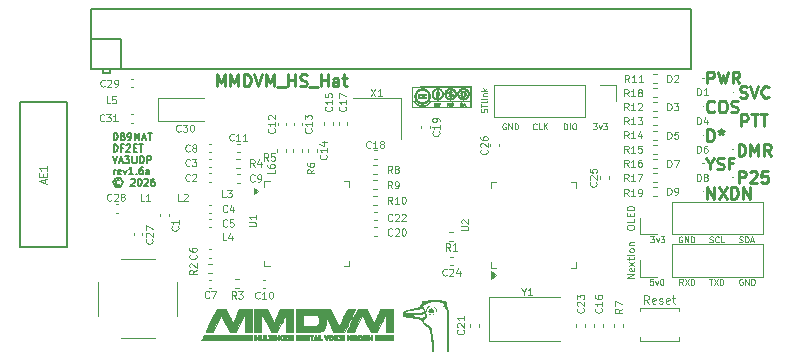
<source format=gto>
%TF.GenerationSoftware,KiCad,Pcbnew,9.0.7*%
%TF.CreationDate,2026-02-16T10:45:38-05:00*%
%TF.ProjectId,mmdvm_hs-hat,6d6d6476-6d5f-4687-932d-6861742e6b69,1.6*%
%TF.SameCoordinates,Original*%
%TF.FileFunction,Legend,Top*%
%TF.FilePolarity,Positive*%
%FSLAX46Y46*%
G04 Gerber Fmt 4.6, Leading zero omitted, Abs format (unit mm)*
G04 Created by KiCad (PCBNEW 9.0.7) date 2026-02-16 10:45:38*
%MOMM*%
%LPD*%
G01*
G04 APERTURE LIST*
%ADD10C,0.250000*%
%ADD11C,0.140000*%
%ADD12C,0.125000*%
%ADD13C,0.120000*%
%ADD14C,0.100000*%
%ADD15C,0.127000*%
%ADD16C,0.150000*%
%ADD17C,0.002540*%
%ADD18C,0.000700*%
%ADD19C,0.000000*%
G04 APERTURE END LIST*
D10*
X217576190Y-116649619D02*
X217576190Y-115649619D01*
X217576190Y-115649619D02*
X217957142Y-115649619D01*
X217957142Y-115649619D02*
X218052380Y-115697238D01*
X218052380Y-115697238D02*
X218099999Y-115744857D01*
X218099999Y-115744857D02*
X218147618Y-115840095D01*
X218147618Y-115840095D02*
X218147618Y-115982952D01*
X218147618Y-115982952D02*
X218099999Y-116078190D01*
X218099999Y-116078190D02*
X218052380Y-116125809D01*
X218052380Y-116125809D02*
X217957142Y-116173428D01*
X217957142Y-116173428D02*
X217576190Y-116173428D01*
X218433333Y-115649619D02*
X219004761Y-115649619D01*
X218719047Y-116649619D02*
X218719047Y-115649619D01*
X219195238Y-115649619D02*
X219766666Y-115649619D01*
X219480952Y-116649619D02*
X219480952Y-115649619D01*
X214723886Y-117899619D02*
X214723886Y-116899619D01*
X214723886Y-116899619D02*
X214961981Y-116899619D01*
X214961981Y-116899619D02*
X215104838Y-116947238D01*
X215104838Y-116947238D02*
X215200076Y-117042476D01*
X215200076Y-117042476D02*
X215247695Y-117137714D01*
X215247695Y-117137714D02*
X215295314Y-117328190D01*
X215295314Y-117328190D02*
X215295314Y-117471047D01*
X215295314Y-117471047D02*
X215247695Y-117661523D01*
X215247695Y-117661523D02*
X215200076Y-117756761D01*
X215200076Y-117756761D02*
X215104838Y-117852000D01*
X215104838Y-117852000D02*
X214961981Y-117899619D01*
X214961981Y-117899619D02*
X214723886Y-117899619D01*
X215866743Y-116899619D02*
X215866743Y-117137714D01*
X215628648Y-117042476D02*
X215866743Y-117137714D01*
X215866743Y-117137714D02*
X216104838Y-117042476D01*
X215723886Y-117328190D02*
X215866743Y-117137714D01*
X215866743Y-117137714D02*
X216009600Y-117328190D01*
X217366667Y-119149619D02*
X217366667Y-118149619D01*
X217366667Y-118149619D02*
X217604762Y-118149619D01*
X217604762Y-118149619D02*
X217747619Y-118197238D01*
X217747619Y-118197238D02*
X217842857Y-118292476D01*
X217842857Y-118292476D02*
X217890476Y-118387714D01*
X217890476Y-118387714D02*
X217938095Y-118578190D01*
X217938095Y-118578190D02*
X217938095Y-118721047D01*
X217938095Y-118721047D02*
X217890476Y-118911523D01*
X217890476Y-118911523D02*
X217842857Y-119006761D01*
X217842857Y-119006761D02*
X217747619Y-119102000D01*
X217747619Y-119102000D02*
X217604762Y-119149619D01*
X217604762Y-119149619D02*
X217366667Y-119149619D01*
X218366667Y-119149619D02*
X218366667Y-118149619D01*
X218366667Y-118149619D02*
X218700000Y-118863904D01*
X218700000Y-118863904D02*
X219033333Y-118149619D01*
X219033333Y-118149619D02*
X219033333Y-119149619D01*
X220080952Y-119149619D02*
X219747619Y-118673428D01*
X219509524Y-119149619D02*
X219509524Y-118149619D01*
X219509524Y-118149619D02*
X219890476Y-118149619D01*
X219890476Y-118149619D02*
X219985714Y-118197238D01*
X219985714Y-118197238D02*
X220033333Y-118244857D01*
X220033333Y-118244857D02*
X220080952Y-118340095D01*
X220080952Y-118340095D02*
X220080952Y-118482952D01*
X220080952Y-118482952D02*
X220033333Y-118578190D01*
X220033333Y-118578190D02*
X219985714Y-118625809D01*
X219985714Y-118625809D02*
X219890476Y-118673428D01*
X219890476Y-118673428D02*
X219509524Y-118673428D01*
X217385714Y-121449619D02*
X217385714Y-120449619D01*
X217385714Y-120449619D02*
X217766666Y-120449619D01*
X217766666Y-120449619D02*
X217861904Y-120497238D01*
X217861904Y-120497238D02*
X217909523Y-120544857D01*
X217909523Y-120544857D02*
X217957142Y-120640095D01*
X217957142Y-120640095D02*
X217957142Y-120782952D01*
X217957142Y-120782952D02*
X217909523Y-120878190D01*
X217909523Y-120878190D02*
X217861904Y-120925809D01*
X217861904Y-120925809D02*
X217766666Y-120973428D01*
X217766666Y-120973428D02*
X217385714Y-120973428D01*
X218338095Y-120544857D02*
X218385714Y-120497238D01*
X218385714Y-120497238D02*
X218480952Y-120449619D01*
X218480952Y-120449619D02*
X218719047Y-120449619D01*
X218719047Y-120449619D02*
X218814285Y-120497238D01*
X218814285Y-120497238D02*
X218861904Y-120544857D01*
X218861904Y-120544857D02*
X218909523Y-120640095D01*
X218909523Y-120640095D02*
X218909523Y-120735333D01*
X218909523Y-120735333D02*
X218861904Y-120878190D01*
X218861904Y-120878190D02*
X218290476Y-121449619D01*
X218290476Y-121449619D02*
X218909523Y-121449619D01*
X219814285Y-120449619D02*
X219338095Y-120449619D01*
X219338095Y-120449619D02*
X219290476Y-120925809D01*
X219290476Y-120925809D02*
X219338095Y-120878190D01*
X219338095Y-120878190D02*
X219433333Y-120830571D01*
X219433333Y-120830571D02*
X219671428Y-120830571D01*
X219671428Y-120830571D02*
X219766666Y-120878190D01*
X219766666Y-120878190D02*
X219814285Y-120925809D01*
X219814285Y-120925809D02*
X219861904Y-121021047D01*
X219861904Y-121021047D02*
X219861904Y-121259142D01*
X219861904Y-121259142D02*
X219814285Y-121354380D01*
X219814285Y-121354380D02*
X219766666Y-121402000D01*
X219766666Y-121402000D02*
X219671428Y-121449619D01*
X219671428Y-121449619D02*
X219433333Y-121449619D01*
X219433333Y-121449619D02*
X219338095Y-121402000D01*
X219338095Y-121402000D02*
X219290476Y-121354380D01*
X214914362Y-119823428D02*
X214914362Y-120299619D01*
X214581029Y-119299619D02*
X214914362Y-119823428D01*
X214914362Y-119823428D02*
X215247695Y-119299619D01*
X215533410Y-120252000D02*
X215676267Y-120299619D01*
X215676267Y-120299619D02*
X215914362Y-120299619D01*
X215914362Y-120299619D02*
X216009600Y-120252000D01*
X216009600Y-120252000D02*
X216057219Y-120204380D01*
X216057219Y-120204380D02*
X216104838Y-120109142D01*
X216104838Y-120109142D02*
X216104838Y-120013904D01*
X216104838Y-120013904D02*
X216057219Y-119918666D01*
X216057219Y-119918666D02*
X216009600Y-119871047D01*
X216009600Y-119871047D02*
X215914362Y-119823428D01*
X215914362Y-119823428D02*
X215723886Y-119775809D01*
X215723886Y-119775809D02*
X215628648Y-119728190D01*
X215628648Y-119728190D02*
X215581029Y-119680571D01*
X215581029Y-119680571D02*
X215533410Y-119585333D01*
X215533410Y-119585333D02*
X215533410Y-119490095D01*
X215533410Y-119490095D02*
X215581029Y-119394857D01*
X215581029Y-119394857D02*
X215628648Y-119347238D01*
X215628648Y-119347238D02*
X215723886Y-119299619D01*
X215723886Y-119299619D02*
X215961981Y-119299619D01*
X215961981Y-119299619D02*
X216104838Y-119347238D01*
X216866743Y-119775809D02*
X216533410Y-119775809D01*
X216533410Y-120299619D02*
X216533410Y-119299619D01*
X216533410Y-119299619D02*
X217009600Y-119299619D01*
D11*
X164448164Y-117819959D02*
X164448164Y-117219959D01*
X164448164Y-117219959D02*
X164591021Y-117219959D01*
X164591021Y-117219959D02*
X164676735Y-117248530D01*
X164676735Y-117248530D02*
X164733878Y-117305673D01*
X164733878Y-117305673D02*
X164762449Y-117362816D01*
X164762449Y-117362816D02*
X164791021Y-117477102D01*
X164791021Y-117477102D02*
X164791021Y-117562816D01*
X164791021Y-117562816D02*
X164762449Y-117677102D01*
X164762449Y-117677102D02*
X164733878Y-117734245D01*
X164733878Y-117734245D02*
X164676735Y-117791388D01*
X164676735Y-117791388D02*
X164591021Y-117819959D01*
X164591021Y-117819959D02*
X164448164Y-117819959D01*
X165248164Y-117505673D02*
X165333878Y-117534245D01*
X165333878Y-117534245D02*
X165362449Y-117562816D01*
X165362449Y-117562816D02*
X165391021Y-117619959D01*
X165391021Y-117619959D02*
X165391021Y-117705673D01*
X165391021Y-117705673D02*
X165362449Y-117762816D01*
X165362449Y-117762816D02*
X165333878Y-117791388D01*
X165333878Y-117791388D02*
X165276735Y-117819959D01*
X165276735Y-117819959D02*
X165048164Y-117819959D01*
X165048164Y-117819959D02*
X165048164Y-117219959D01*
X165048164Y-117219959D02*
X165248164Y-117219959D01*
X165248164Y-117219959D02*
X165305307Y-117248530D01*
X165305307Y-117248530D02*
X165333878Y-117277102D01*
X165333878Y-117277102D02*
X165362449Y-117334245D01*
X165362449Y-117334245D02*
X165362449Y-117391388D01*
X165362449Y-117391388D02*
X165333878Y-117448530D01*
X165333878Y-117448530D02*
X165305307Y-117477102D01*
X165305307Y-117477102D02*
X165248164Y-117505673D01*
X165248164Y-117505673D02*
X165048164Y-117505673D01*
X165676735Y-117819959D02*
X165791021Y-117819959D01*
X165791021Y-117819959D02*
X165848164Y-117791388D01*
X165848164Y-117791388D02*
X165876735Y-117762816D01*
X165876735Y-117762816D02*
X165933878Y-117677102D01*
X165933878Y-117677102D02*
X165962449Y-117562816D01*
X165962449Y-117562816D02*
X165962449Y-117334245D01*
X165962449Y-117334245D02*
X165933878Y-117277102D01*
X165933878Y-117277102D02*
X165905307Y-117248530D01*
X165905307Y-117248530D02*
X165848164Y-117219959D01*
X165848164Y-117219959D02*
X165733878Y-117219959D01*
X165733878Y-117219959D02*
X165676735Y-117248530D01*
X165676735Y-117248530D02*
X165648164Y-117277102D01*
X165648164Y-117277102D02*
X165619592Y-117334245D01*
X165619592Y-117334245D02*
X165619592Y-117477102D01*
X165619592Y-117477102D02*
X165648164Y-117534245D01*
X165648164Y-117534245D02*
X165676735Y-117562816D01*
X165676735Y-117562816D02*
X165733878Y-117591388D01*
X165733878Y-117591388D02*
X165848164Y-117591388D01*
X165848164Y-117591388D02*
X165905307Y-117562816D01*
X165905307Y-117562816D02*
X165933878Y-117534245D01*
X165933878Y-117534245D02*
X165962449Y-117477102D01*
X166219593Y-117819959D02*
X166219593Y-117219959D01*
X166219593Y-117219959D02*
X166419593Y-117648530D01*
X166419593Y-117648530D02*
X166619593Y-117219959D01*
X166619593Y-117219959D02*
X166619593Y-117819959D01*
X166876735Y-117648530D02*
X167162450Y-117648530D01*
X166819592Y-117819959D02*
X167019592Y-117219959D01*
X167019592Y-117219959D02*
X167219592Y-117819959D01*
X167333878Y-117219959D02*
X167676736Y-117219959D01*
X167505307Y-117819959D02*
X167505307Y-117219959D01*
X164448164Y-118785925D02*
X164448164Y-118185925D01*
X164448164Y-118185925D02*
X164591021Y-118185925D01*
X164591021Y-118185925D02*
X164676735Y-118214496D01*
X164676735Y-118214496D02*
X164733878Y-118271639D01*
X164733878Y-118271639D02*
X164762449Y-118328782D01*
X164762449Y-118328782D02*
X164791021Y-118443068D01*
X164791021Y-118443068D02*
X164791021Y-118528782D01*
X164791021Y-118528782D02*
X164762449Y-118643068D01*
X164762449Y-118643068D02*
X164733878Y-118700211D01*
X164733878Y-118700211D02*
X164676735Y-118757354D01*
X164676735Y-118757354D02*
X164591021Y-118785925D01*
X164591021Y-118785925D02*
X164448164Y-118785925D01*
X165248164Y-118471639D02*
X165048164Y-118471639D01*
X165048164Y-118785925D02*
X165048164Y-118185925D01*
X165048164Y-118185925D02*
X165333878Y-118185925D01*
X165533878Y-118243068D02*
X165562450Y-118214496D01*
X165562450Y-118214496D02*
X165619593Y-118185925D01*
X165619593Y-118185925D02*
X165762450Y-118185925D01*
X165762450Y-118185925D02*
X165819593Y-118214496D01*
X165819593Y-118214496D02*
X165848164Y-118243068D01*
X165848164Y-118243068D02*
X165876735Y-118300211D01*
X165876735Y-118300211D02*
X165876735Y-118357354D01*
X165876735Y-118357354D02*
X165848164Y-118443068D01*
X165848164Y-118443068D02*
X165505307Y-118785925D01*
X165505307Y-118785925D02*
X165876735Y-118785925D01*
X166133879Y-118471639D02*
X166333879Y-118471639D01*
X166419593Y-118785925D02*
X166133879Y-118785925D01*
X166133879Y-118785925D02*
X166133879Y-118185925D01*
X166133879Y-118185925D02*
X166419593Y-118185925D01*
X166591021Y-118185925D02*
X166933879Y-118185925D01*
X166762450Y-118785925D02*
X166762450Y-118185925D01*
X164362449Y-119151891D02*
X164562449Y-119751891D01*
X164562449Y-119751891D02*
X164762449Y-119151891D01*
X164933878Y-119580462D02*
X165219593Y-119580462D01*
X164876735Y-119751891D02*
X165076735Y-119151891D01*
X165076735Y-119151891D02*
X165276735Y-119751891D01*
X165419593Y-119151891D02*
X165791021Y-119151891D01*
X165791021Y-119151891D02*
X165591021Y-119380462D01*
X165591021Y-119380462D02*
X165676736Y-119380462D01*
X165676736Y-119380462D02*
X165733879Y-119409034D01*
X165733879Y-119409034D02*
X165762450Y-119437605D01*
X165762450Y-119437605D02*
X165791021Y-119494748D01*
X165791021Y-119494748D02*
X165791021Y-119637605D01*
X165791021Y-119637605D02*
X165762450Y-119694748D01*
X165762450Y-119694748D02*
X165733879Y-119723320D01*
X165733879Y-119723320D02*
X165676736Y-119751891D01*
X165676736Y-119751891D02*
X165505307Y-119751891D01*
X165505307Y-119751891D02*
X165448164Y-119723320D01*
X165448164Y-119723320D02*
X165419593Y-119694748D01*
X166048165Y-119151891D02*
X166048165Y-119637605D01*
X166048165Y-119637605D02*
X166076736Y-119694748D01*
X166076736Y-119694748D02*
X166105308Y-119723320D01*
X166105308Y-119723320D02*
X166162450Y-119751891D01*
X166162450Y-119751891D02*
X166276736Y-119751891D01*
X166276736Y-119751891D02*
X166333879Y-119723320D01*
X166333879Y-119723320D02*
X166362450Y-119694748D01*
X166362450Y-119694748D02*
X166391022Y-119637605D01*
X166391022Y-119637605D02*
X166391022Y-119151891D01*
X166676736Y-119751891D02*
X166676736Y-119151891D01*
X166676736Y-119151891D02*
X166819593Y-119151891D01*
X166819593Y-119151891D02*
X166905307Y-119180462D01*
X166905307Y-119180462D02*
X166962450Y-119237605D01*
X166962450Y-119237605D02*
X166991021Y-119294748D01*
X166991021Y-119294748D02*
X167019593Y-119409034D01*
X167019593Y-119409034D02*
X167019593Y-119494748D01*
X167019593Y-119494748D02*
X166991021Y-119609034D01*
X166991021Y-119609034D02*
X166962450Y-119666177D01*
X166962450Y-119666177D02*
X166905307Y-119723320D01*
X166905307Y-119723320D02*
X166819593Y-119751891D01*
X166819593Y-119751891D02*
X166676736Y-119751891D01*
X167276736Y-119751891D02*
X167276736Y-119151891D01*
X167276736Y-119151891D02*
X167505307Y-119151891D01*
X167505307Y-119151891D02*
X167562450Y-119180462D01*
X167562450Y-119180462D02*
X167591021Y-119209034D01*
X167591021Y-119209034D02*
X167619593Y-119266177D01*
X167619593Y-119266177D02*
X167619593Y-119351891D01*
X167619593Y-119351891D02*
X167591021Y-119409034D01*
X167591021Y-119409034D02*
X167562450Y-119437605D01*
X167562450Y-119437605D02*
X167505307Y-119466177D01*
X167505307Y-119466177D02*
X167276736Y-119466177D01*
X164448164Y-120717857D02*
X164448164Y-120317857D01*
X164448164Y-120432143D02*
X164476735Y-120375000D01*
X164476735Y-120375000D02*
X164505307Y-120346428D01*
X164505307Y-120346428D02*
X164562449Y-120317857D01*
X164562449Y-120317857D02*
X164619592Y-120317857D01*
X165048164Y-120689286D02*
X164991021Y-120717857D01*
X164991021Y-120717857D02*
X164876736Y-120717857D01*
X164876736Y-120717857D02*
X164819593Y-120689286D01*
X164819593Y-120689286D02*
X164791021Y-120632143D01*
X164791021Y-120632143D02*
X164791021Y-120403571D01*
X164791021Y-120403571D02*
X164819593Y-120346428D01*
X164819593Y-120346428D02*
X164876736Y-120317857D01*
X164876736Y-120317857D02*
X164991021Y-120317857D01*
X164991021Y-120317857D02*
X165048164Y-120346428D01*
X165048164Y-120346428D02*
X165076736Y-120403571D01*
X165076736Y-120403571D02*
X165076736Y-120460714D01*
X165076736Y-120460714D02*
X164791021Y-120517857D01*
X165276736Y-120317857D02*
X165419593Y-120717857D01*
X165419593Y-120717857D02*
X165562450Y-120317857D01*
X166105307Y-120717857D02*
X165762450Y-120717857D01*
X165933879Y-120717857D02*
X165933879Y-120117857D01*
X165933879Y-120117857D02*
X165876736Y-120203571D01*
X165876736Y-120203571D02*
X165819593Y-120260714D01*
X165819593Y-120260714D02*
X165762450Y-120289286D01*
X166362451Y-120660714D02*
X166391022Y-120689286D01*
X166391022Y-120689286D02*
X166362451Y-120717857D01*
X166362451Y-120717857D02*
X166333879Y-120689286D01*
X166333879Y-120689286D02*
X166362451Y-120660714D01*
X166362451Y-120660714D02*
X166362451Y-120717857D01*
X166905308Y-120117857D02*
X166791022Y-120117857D01*
X166791022Y-120117857D02*
X166733879Y-120146428D01*
X166733879Y-120146428D02*
X166705308Y-120175000D01*
X166705308Y-120175000D02*
X166648165Y-120260714D01*
X166648165Y-120260714D02*
X166619593Y-120375000D01*
X166619593Y-120375000D02*
X166619593Y-120603571D01*
X166619593Y-120603571D02*
X166648165Y-120660714D01*
X166648165Y-120660714D02*
X166676736Y-120689286D01*
X166676736Y-120689286D02*
X166733879Y-120717857D01*
X166733879Y-120717857D02*
X166848165Y-120717857D01*
X166848165Y-120717857D02*
X166905308Y-120689286D01*
X166905308Y-120689286D02*
X166933879Y-120660714D01*
X166933879Y-120660714D02*
X166962450Y-120603571D01*
X166962450Y-120603571D02*
X166962450Y-120460714D01*
X166962450Y-120460714D02*
X166933879Y-120403571D01*
X166933879Y-120403571D02*
X166905308Y-120375000D01*
X166905308Y-120375000D02*
X166848165Y-120346428D01*
X166848165Y-120346428D02*
X166733879Y-120346428D01*
X166733879Y-120346428D02*
X166676736Y-120375000D01*
X166676736Y-120375000D02*
X166648165Y-120403571D01*
X166648165Y-120403571D02*
X166619593Y-120460714D01*
X167476737Y-120717857D02*
X167476737Y-120403571D01*
X167476737Y-120403571D02*
X167448165Y-120346428D01*
X167448165Y-120346428D02*
X167391022Y-120317857D01*
X167391022Y-120317857D02*
X167276737Y-120317857D01*
X167276737Y-120317857D02*
X167219594Y-120346428D01*
X167476737Y-120689286D02*
X167419594Y-120717857D01*
X167419594Y-120717857D02*
X167276737Y-120717857D01*
X167276737Y-120717857D02*
X167219594Y-120689286D01*
X167219594Y-120689286D02*
X167191022Y-120632143D01*
X167191022Y-120632143D02*
X167191022Y-120575000D01*
X167191022Y-120575000D02*
X167219594Y-120517857D01*
X167219594Y-120517857D02*
X167276737Y-120489286D01*
X167276737Y-120489286D02*
X167419594Y-120489286D01*
X167419594Y-120489286D02*
X167476737Y-120460714D01*
X164933878Y-121226680D02*
X164876735Y-121198109D01*
X164876735Y-121198109D02*
X164762449Y-121198109D01*
X164762449Y-121198109D02*
X164705307Y-121226680D01*
X164705307Y-121226680D02*
X164648164Y-121283823D01*
X164648164Y-121283823D02*
X164619592Y-121340966D01*
X164619592Y-121340966D02*
X164619592Y-121455252D01*
X164619592Y-121455252D02*
X164648164Y-121512394D01*
X164648164Y-121512394D02*
X164705307Y-121569537D01*
X164705307Y-121569537D02*
X164762449Y-121598109D01*
X164762449Y-121598109D02*
X164876735Y-121598109D01*
X164876735Y-121598109D02*
X164933878Y-121569537D01*
X164819592Y-120998109D02*
X164676735Y-121026680D01*
X164676735Y-121026680D02*
X164533878Y-121112394D01*
X164533878Y-121112394D02*
X164448164Y-121255252D01*
X164448164Y-121255252D02*
X164419592Y-121398109D01*
X164419592Y-121398109D02*
X164448164Y-121540966D01*
X164448164Y-121540966D02*
X164533878Y-121683823D01*
X164533878Y-121683823D02*
X164676735Y-121769537D01*
X164676735Y-121769537D02*
X164819592Y-121798109D01*
X164819592Y-121798109D02*
X164962449Y-121769537D01*
X164962449Y-121769537D02*
X165105307Y-121683823D01*
X165105307Y-121683823D02*
X165191021Y-121540966D01*
X165191021Y-121540966D02*
X165219592Y-121398109D01*
X165219592Y-121398109D02*
X165191021Y-121255252D01*
X165191021Y-121255252D02*
X165105307Y-121112394D01*
X165105307Y-121112394D02*
X164962449Y-121026680D01*
X164962449Y-121026680D02*
X164819592Y-120998109D01*
X165905306Y-121140966D02*
X165933878Y-121112394D01*
X165933878Y-121112394D02*
X165991021Y-121083823D01*
X165991021Y-121083823D02*
X166133878Y-121083823D01*
X166133878Y-121083823D02*
X166191021Y-121112394D01*
X166191021Y-121112394D02*
X166219592Y-121140966D01*
X166219592Y-121140966D02*
X166248163Y-121198109D01*
X166248163Y-121198109D02*
X166248163Y-121255252D01*
X166248163Y-121255252D02*
X166219592Y-121340966D01*
X166219592Y-121340966D02*
X165876735Y-121683823D01*
X165876735Y-121683823D02*
X166248163Y-121683823D01*
X166619592Y-121083823D02*
X166676735Y-121083823D01*
X166676735Y-121083823D02*
X166733878Y-121112394D01*
X166733878Y-121112394D02*
X166762450Y-121140966D01*
X166762450Y-121140966D02*
X166791021Y-121198109D01*
X166791021Y-121198109D02*
X166819592Y-121312394D01*
X166819592Y-121312394D02*
X166819592Y-121455252D01*
X166819592Y-121455252D02*
X166791021Y-121569537D01*
X166791021Y-121569537D02*
X166762450Y-121626680D01*
X166762450Y-121626680D02*
X166733878Y-121655252D01*
X166733878Y-121655252D02*
X166676735Y-121683823D01*
X166676735Y-121683823D02*
X166619592Y-121683823D01*
X166619592Y-121683823D02*
X166562450Y-121655252D01*
X166562450Y-121655252D02*
X166533878Y-121626680D01*
X166533878Y-121626680D02*
X166505307Y-121569537D01*
X166505307Y-121569537D02*
X166476735Y-121455252D01*
X166476735Y-121455252D02*
X166476735Y-121312394D01*
X166476735Y-121312394D02*
X166505307Y-121198109D01*
X166505307Y-121198109D02*
X166533878Y-121140966D01*
X166533878Y-121140966D02*
X166562450Y-121112394D01*
X166562450Y-121112394D02*
X166619592Y-121083823D01*
X167048164Y-121140966D02*
X167076736Y-121112394D01*
X167076736Y-121112394D02*
X167133879Y-121083823D01*
X167133879Y-121083823D02*
X167276736Y-121083823D01*
X167276736Y-121083823D02*
X167333879Y-121112394D01*
X167333879Y-121112394D02*
X167362450Y-121140966D01*
X167362450Y-121140966D02*
X167391021Y-121198109D01*
X167391021Y-121198109D02*
X167391021Y-121255252D01*
X167391021Y-121255252D02*
X167362450Y-121340966D01*
X167362450Y-121340966D02*
X167019593Y-121683823D01*
X167019593Y-121683823D02*
X167391021Y-121683823D01*
X167905308Y-121083823D02*
X167791022Y-121083823D01*
X167791022Y-121083823D02*
X167733879Y-121112394D01*
X167733879Y-121112394D02*
X167705308Y-121140966D01*
X167705308Y-121140966D02*
X167648165Y-121226680D01*
X167648165Y-121226680D02*
X167619593Y-121340966D01*
X167619593Y-121340966D02*
X167619593Y-121569537D01*
X167619593Y-121569537D02*
X167648165Y-121626680D01*
X167648165Y-121626680D02*
X167676736Y-121655252D01*
X167676736Y-121655252D02*
X167733879Y-121683823D01*
X167733879Y-121683823D02*
X167848165Y-121683823D01*
X167848165Y-121683823D02*
X167905308Y-121655252D01*
X167905308Y-121655252D02*
X167933879Y-121626680D01*
X167933879Y-121626680D02*
X167962450Y-121569537D01*
X167962450Y-121569537D02*
X167962450Y-121426680D01*
X167962450Y-121426680D02*
X167933879Y-121369537D01*
X167933879Y-121369537D02*
X167905308Y-121340966D01*
X167905308Y-121340966D02*
X167848165Y-121312394D01*
X167848165Y-121312394D02*
X167733879Y-121312394D01*
X167733879Y-121312394D02*
X167676736Y-121340966D01*
X167676736Y-121340966D02*
X167648165Y-121369537D01*
X167648165Y-121369537D02*
X167619593Y-121426680D01*
D10*
X173202568Y-113249619D02*
X173202568Y-112249619D01*
X173202568Y-112249619D02*
X173535901Y-112963904D01*
X173535901Y-112963904D02*
X173869234Y-112249619D01*
X173869234Y-112249619D02*
X173869234Y-113249619D01*
X174345425Y-113249619D02*
X174345425Y-112249619D01*
X174345425Y-112249619D02*
X174678758Y-112963904D01*
X174678758Y-112963904D02*
X175012091Y-112249619D01*
X175012091Y-112249619D02*
X175012091Y-113249619D01*
X175488282Y-113249619D02*
X175488282Y-112249619D01*
X175488282Y-112249619D02*
X175726377Y-112249619D01*
X175726377Y-112249619D02*
X175869234Y-112297238D01*
X175869234Y-112297238D02*
X175964472Y-112392476D01*
X175964472Y-112392476D02*
X176012091Y-112487714D01*
X176012091Y-112487714D02*
X176059710Y-112678190D01*
X176059710Y-112678190D02*
X176059710Y-112821047D01*
X176059710Y-112821047D02*
X176012091Y-113011523D01*
X176012091Y-113011523D02*
X175964472Y-113106761D01*
X175964472Y-113106761D02*
X175869234Y-113202000D01*
X175869234Y-113202000D02*
X175726377Y-113249619D01*
X175726377Y-113249619D02*
X175488282Y-113249619D01*
X176345425Y-112249619D02*
X176678758Y-113249619D01*
X176678758Y-113249619D02*
X177012091Y-112249619D01*
X177345425Y-113249619D02*
X177345425Y-112249619D01*
X177345425Y-112249619D02*
X177678758Y-112963904D01*
X177678758Y-112963904D02*
X178012091Y-112249619D01*
X178012091Y-112249619D02*
X178012091Y-113249619D01*
X178250187Y-113344857D02*
X179012091Y-113344857D01*
X179250187Y-113249619D02*
X179250187Y-112249619D01*
X179250187Y-112725809D02*
X179821615Y-112725809D01*
X179821615Y-113249619D02*
X179821615Y-112249619D01*
X180250187Y-113202000D02*
X180393044Y-113249619D01*
X180393044Y-113249619D02*
X180631139Y-113249619D01*
X180631139Y-113249619D02*
X180726377Y-113202000D01*
X180726377Y-113202000D02*
X180773996Y-113154380D01*
X180773996Y-113154380D02*
X180821615Y-113059142D01*
X180821615Y-113059142D02*
X180821615Y-112963904D01*
X180821615Y-112963904D02*
X180773996Y-112868666D01*
X180773996Y-112868666D02*
X180726377Y-112821047D01*
X180726377Y-112821047D02*
X180631139Y-112773428D01*
X180631139Y-112773428D02*
X180440663Y-112725809D01*
X180440663Y-112725809D02*
X180345425Y-112678190D01*
X180345425Y-112678190D02*
X180297806Y-112630571D01*
X180297806Y-112630571D02*
X180250187Y-112535333D01*
X180250187Y-112535333D02*
X180250187Y-112440095D01*
X180250187Y-112440095D02*
X180297806Y-112344857D01*
X180297806Y-112344857D02*
X180345425Y-112297238D01*
X180345425Y-112297238D02*
X180440663Y-112249619D01*
X180440663Y-112249619D02*
X180678758Y-112249619D01*
X180678758Y-112249619D02*
X180821615Y-112297238D01*
X181012092Y-113344857D02*
X181773996Y-113344857D01*
X182012092Y-113249619D02*
X182012092Y-112249619D01*
X182012092Y-112725809D02*
X182583520Y-112725809D01*
X182583520Y-113249619D02*
X182583520Y-112249619D01*
X183488282Y-113249619D02*
X183488282Y-112725809D01*
X183488282Y-112725809D02*
X183440663Y-112630571D01*
X183440663Y-112630571D02*
X183345425Y-112582952D01*
X183345425Y-112582952D02*
X183154949Y-112582952D01*
X183154949Y-112582952D02*
X183059711Y-112630571D01*
X183488282Y-113202000D02*
X183393044Y-113249619D01*
X183393044Y-113249619D02*
X183154949Y-113249619D01*
X183154949Y-113249619D02*
X183059711Y-113202000D01*
X183059711Y-113202000D02*
X183012092Y-113106761D01*
X183012092Y-113106761D02*
X183012092Y-113011523D01*
X183012092Y-113011523D02*
X183059711Y-112916285D01*
X183059711Y-112916285D02*
X183154949Y-112868666D01*
X183154949Y-112868666D02*
X183393044Y-112868666D01*
X183393044Y-112868666D02*
X183488282Y-112821047D01*
X183821616Y-112582952D02*
X184202568Y-112582952D01*
X183964473Y-112249619D02*
X183964473Y-113106761D01*
X183964473Y-113106761D02*
X184012092Y-113202000D01*
X184012092Y-113202000D02*
X184107330Y-113249619D01*
X184107330Y-113249619D02*
X184202568Y-113249619D01*
D12*
X210115476Y-129569609D02*
X209877381Y-129569609D01*
X209877381Y-129569609D02*
X209853572Y-129807704D01*
X209853572Y-129807704D02*
X209877381Y-129783895D01*
X209877381Y-129783895D02*
X209925000Y-129760085D01*
X209925000Y-129760085D02*
X210044048Y-129760085D01*
X210044048Y-129760085D02*
X210091667Y-129783895D01*
X210091667Y-129783895D02*
X210115476Y-129807704D01*
X210115476Y-129807704D02*
X210139286Y-129855323D01*
X210139286Y-129855323D02*
X210139286Y-129974371D01*
X210139286Y-129974371D02*
X210115476Y-130021990D01*
X210115476Y-130021990D02*
X210091667Y-130045800D01*
X210091667Y-130045800D02*
X210044048Y-130069609D01*
X210044048Y-130069609D02*
X209925000Y-130069609D01*
X209925000Y-130069609D02*
X209877381Y-130045800D01*
X209877381Y-130045800D02*
X209853572Y-130021990D01*
X210305952Y-129736276D02*
X210425000Y-130069609D01*
X210425000Y-130069609D02*
X210544047Y-129736276D01*
X210829761Y-129569609D02*
X210877380Y-129569609D01*
X210877380Y-129569609D02*
X210924999Y-129593419D01*
X210924999Y-129593419D02*
X210948809Y-129617228D01*
X210948809Y-129617228D02*
X210972618Y-129664847D01*
X210972618Y-129664847D02*
X210996428Y-129760085D01*
X210996428Y-129760085D02*
X210996428Y-129879133D01*
X210996428Y-129879133D02*
X210972618Y-129974371D01*
X210972618Y-129974371D02*
X210948809Y-130021990D01*
X210948809Y-130021990D02*
X210924999Y-130045800D01*
X210924999Y-130045800D02*
X210877380Y-130069609D01*
X210877380Y-130069609D02*
X210829761Y-130069609D01*
X210829761Y-130069609D02*
X210782142Y-130045800D01*
X210782142Y-130045800D02*
X210758333Y-130021990D01*
X210758333Y-130021990D02*
X210734523Y-129974371D01*
X210734523Y-129974371D02*
X210710714Y-129879133D01*
X210710714Y-129879133D02*
X210710714Y-129760085D01*
X210710714Y-129760085D02*
X210734523Y-129664847D01*
X210734523Y-129664847D02*
X210758333Y-129617228D01*
X210758333Y-129617228D02*
X210782142Y-129593419D01*
X210782142Y-129593419D02*
X210829761Y-129569609D01*
X202586495Y-116912409D02*
X202586495Y-116412409D01*
X202586495Y-116412409D02*
X202705543Y-116412409D01*
X202705543Y-116412409D02*
X202776971Y-116436219D01*
X202776971Y-116436219D02*
X202824590Y-116483838D01*
X202824590Y-116483838D02*
X202848400Y-116531457D01*
X202848400Y-116531457D02*
X202872209Y-116626695D01*
X202872209Y-116626695D02*
X202872209Y-116698123D01*
X202872209Y-116698123D02*
X202848400Y-116793361D01*
X202848400Y-116793361D02*
X202824590Y-116840980D01*
X202824590Y-116840980D02*
X202776971Y-116888600D01*
X202776971Y-116888600D02*
X202705543Y-116912409D01*
X202705543Y-116912409D02*
X202586495Y-116912409D01*
X203086495Y-116912409D02*
X203086495Y-116412409D01*
X203419828Y-116412409D02*
X203515066Y-116412409D01*
X203515066Y-116412409D02*
X203562685Y-116436219D01*
X203562685Y-116436219D02*
X203610304Y-116483838D01*
X203610304Y-116483838D02*
X203634114Y-116579076D01*
X203634114Y-116579076D02*
X203634114Y-116745742D01*
X203634114Y-116745742D02*
X203610304Y-116840980D01*
X203610304Y-116840980D02*
X203562685Y-116888600D01*
X203562685Y-116888600D02*
X203515066Y-116912409D01*
X203515066Y-116912409D02*
X203419828Y-116912409D01*
X203419828Y-116912409D02*
X203372209Y-116888600D01*
X203372209Y-116888600D02*
X203324590Y-116840980D01*
X203324590Y-116840980D02*
X203300781Y-116745742D01*
X203300781Y-116745742D02*
X203300781Y-116579076D01*
X203300781Y-116579076D02*
X203324590Y-116483838D01*
X203324590Y-116483838D02*
X203372209Y-116436219D01*
X203372209Y-116436219D02*
X203419828Y-116412409D01*
X212572647Y-125998619D02*
X212525028Y-125974809D01*
X212525028Y-125974809D02*
X212453599Y-125974809D01*
X212453599Y-125974809D02*
X212382171Y-125998619D01*
X212382171Y-125998619D02*
X212334552Y-126046238D01*
X212334552Y-126046238D02*
X212310742Y-126093857D01*
X212310742Y-126093857D02*
X212286933Y-126189095D01*
X212286933Y-126189095D02*
X212286933Y-126260523D01*
X212286933Y-126260523D02*
X212310742Y-126355761D01*
X212310742Y-126355761D02*
X212334552Y-126403380D01*
X212334552Y-126403380D02*
X212382171Y-126451000D01*
X212382171Y-126451000D02*
X212453599Y-126474809D01*
X212453599Y-126474809D02*
X212501218Y-126474809D01*
X212501218Y-126474809D02*
X212572647Y-126451000D01*
X212572647Y-126451000D02*
X212596456Y-126427190D01*
X212596456Y-126427190D02*
X212596456Y-126260523D01*
X212596456Y-126260523D02*
X212501218Y-126260523D01*
X212810742Y-126474809D02*
X212810742Y-125974809D01*
X212810742Y-125974809D02*
X213096456Y-126474809D01*
X213096456Y-126474809D02*
X213096456Y-125974809D01*
X213334552Y-126474809D02*
X213334552Y-125974809D01*
X213334552Y-125974809D02*
X213453600Y-125974809D01*
X213453600Y-125974809D02*
X213525028Y-125998619D01*
X213525028Y-125998619D02*
X213572647Y-126046238D01*
X213572647Y-126046238D02*
X213596457Y-126093857D01*
X213596457Y-126093857D02*
X213620266Y-126189095D01*
X213620266Y-126189095D02*
X213620266Y-126260523D01*
X213620266Y-126260523D02*
X213596457Y-126355761D01*
X213596457Y-126355761D02*
X213572647Y-126403380D01*
X213572647Y-126403380D02*
X213525028Y-126451000D01*
X213525028Y-126451000D02*
X213453600Y-126474809D01*
X213453600Y-126474809D02*
X213334552Y-126474809D01*
X197637447Y-116436219D02*
X197589828Y-116412409D01*
X197589828Y-116412409D02*
X197518399Y-116412409D01*
X197518399Y-116412409D02*
X197446971Y-116436219D01*
X197446971Y-116436219D02*
X197399352Y-116483838D01*
X197399352Y-116483838D02*
X197375542Y-116531457D01*
X197375542Y-116531457D02*
X197351733Y-116626695D01*
X197351733Y-116626695D02*
X197351733Y-116698123D01*
X197351733Y-116698123D02*
X197375542Y-116793361D01*
X197375542Y-116793361D02*
X197399352Y-116840980D01*
X197399352Y-116840980D02*
X197446971Y-116888600D01*
X197446971Y-116888600D02*
X197518399Y-116912409D01*
X197518399Y-116912409D02*
X197566018Y-116912409D01*
X197566018Y-116912409D02*
X197637447Y-116888600D01*
X197637447Y-116888600D02*
X197661256Y-116864790D01*
X197661256Y-116864790D02*
X197661256Y-116698123D01*
X197661256Y-116698123D02*
X197566018Y-116698123D01*
X197875542Y-116912409D02*
X197875542Y-116412409D01*
X197875542Y-116412409D02*
X198161256Y-116912409D01*
X198161256Y-116912409D02*
X198161256Y-116412409D01*
X198399352Y-116912409D02*
X198399352Y-116412409D01*
X198399352Y-116412409D02*
X198518400Y-116412409D01*
X198518400Y-116412409D02*
X198589828Y-116436219D01*
X198589828Y-116436219D02*
X198637447Y-116483838D01*
X198637447Y-116483838D02*
X198661257Y-116531457D01*
X198661257Y-116531457D02*
X198685066Y-116626695D01*
X198685066Y-116626695D02*
X198685066Y-116698123D01*
X198685066Y-116698123D02*
X198661257Y-116793361D01*
X198661257Y-116793361D02*
X198637447Y-116840980D01*
X198637447Y-116840980D02*
X198589828Y-116888600D01*
X198589828Y-116888600D02*
X198518400Y-116912409D01*
X198518400Y-116912409D02*
X198399352Y-116912409D01*
X214869048Y-129569609D02*
X215154762Y-129569609D01*
X215011905Y-130069609D02*
X215011905Y-129569609D01*
X215273809Y-129569609D02*
X215607142Y-130069609D01*
X215607142Y-129569609D02*
X215273809Y-130069609D01*
X215797618Y-130069609D02*
X215797618Y-129569609D01*
X215797618Y-129569609D02*
X215916666Y-129569609D01*
X215916666Y-129569609D02*
X215988094Y-129593419D01*
X215988094Y-129593419D02*
X216035713Y-129641038D01*
X216035713Y-129641038D02*
X216059523Y-129688657D01*
X216059523Y-129688657D02*
X216083332Y-129783895D01*
X216083332Y-129783895D02*
X216083332Y-129855323D01*
X216083332Y-129855323D02*
X216059523Y-129950561D01*
X216059523Y-129950561D02*
X216035713Y-129998180D01*
X216035713Y-129998180D02*
X215988094Y-130045800D01*
X215988094Y-130045800D02*
X215916666Y-130069609D01*
X215916666Y-130069609D02*
X215797618Y-130069609D01*
X196035000Y-115464303D02*
X196058809Y-115392875D01*
X196058809Y-115392875D02*
X196058809Y-115273827D01*
X196058809Y-115273827D02*
X196035000Y-115226208D01*
X196035000Y-115226208D02*
X196011190Y-115202399D01*
X196011190Y-115202399D02*
X195963571Y-115178589D01*
X195963571Y-115178589D02*
X195915952Y-115178589D01*
X195915952Y-115178589D02*
X195868333Y-115202399D01*
X195868333Y-115202399D02*
X195844523Y-115226208D01*
X195844523Y-115226208D02*
X195820714Y-115273827D01*
X195820714Y-115273827D02*
X195796904Y-115369065D01*
X195796904Y-115369065D02*
X195773095Y-115416684D01*
X195773095Y-115416684D02*
X195749285Y-115440494D01*
X195749285Y-115440494D02*
X195701666Y-115464303D01*
X195701666Y-115464303D02*
X195654047Y-115464303D01*
X195654047Y-115464303D02*
X195606428Y-115440494D01*
X195606428Y-115440494D02*
X195582619Y-115416684D01*
X195582619Y-115416684D02*
X195558809Y-115369065D01*
X195558809Y-115369065D02*
X195558809Y-115250018D01*
X195558809Y-115250018D02*
X195582619Y-115178589D01*
X195558809Y-115035732D02*
X195558809Y-114750018D01*
X196058809Y-114892875D02*
X195558809Y-114892875D01*
X196058809Y-114511923D02*
X196035000Y-114559542D01*
X196035000Y-114559542D02*
X195987380Y-114583352D01*
X195987380Y-114583352D02*
X195558809Y-114583352D01*
X196058809Y-114321447D02*
X195725476Y-114321447D01*
X195558809Y-114321447D02*
X195582619Y-114345256D01*
X195582619Y-114345256D02*
X195606428Y-114321447D01*
X195606428Y-114321447D02*
X195582619Y-114297637D01*
X195582619Y-114297637D02*
X195558809Y-114321447D01*
X195558809Y-114321447D02*
X195606428Y-114321447D01*
X195725476Y-114083352D02*
X196058809Y-114083352D01*
X195773095Y-114083352D02*
X195749285Y-114059542D01*
X195749285Y-114059542D02*
X195725476Y-114011923D01*
X195725476Y-114011923D02*
X195725476Y-113940495D01*
X195725476Y-113940495D02*
X195749285Y-113892876D01*
X195749285Y-113892876D02*
X195796904Y-113869066D01*
X195796904Y-113869066D02*
X196058809Y-113869066D01*
X196058809Y-113630971D02*
X195558809Y-113630971D01*
X195868333Y-113583352D02*
X196058809Y-113440495D01*
X195725476Y-113440495D02*
X195915952Y-113630971D01*
X209783333Y-131667333D02*
X209550000Y-131334000D01*
X209383333Y-131667333D02*
X209383333Y-130967333D01*
X209383333Y-130967333D02*
X209650000Y-130967333D01*
X209650000Y-130967333D02*
X209716667Y-131000666D01*
X209716667Y-131000666D02*
X209750000Y-131034000D01*
X209750000Y-131034000D02*
X209783333Y-131100666D01*
X209783333Y-131100666D02*
X209783333Y-131200666D01*
X209783333Y-131200666D02*
X209750000Y-131267333D01*
X209750000Y-131267333D02*
X209716667Y-131300666D01*
X209716667Y-131300666D02*
X209650000Y-131334000D01*
X209650000Y-131334000D02*
X209383333Y-131334000D01*
X210350000Y-131634000D02*
X210283333Y-131667333D01*
X210283333Y-131667333D02*
X210150000Y-131667333D01*
X210150000Y-131667333D02*
X210083333Y-131634000D01*
X210083333Y-131634000D02*
X210050000Y-131567333D01*
X210050000Y-131567333D02*
X210050000Y-131300666D01*
X210050000Y-131300666D02*
X210083333Y-131234000D01*
X210083333Y-131234000D02*
X210150000Y-131200666D01*
X210150000Y-131200666D02*
X210283333Y-131200666D01*
X210283333Y-131200666D02*
X210350000Y-131234000D01*
X210350000Y-131234000D02*
X210383333Y-131300666D01*
X210383333Y-131300666D02*
X210383333Y-131367333D01*
X210383333Y-131367333D02*
X210050000Y-131434000D01*
X210650000Y-131634000D02*
X210716667Y-131667333D01*
X210716667Y-131667333D02*
X210850000Y-131667333D01*
X210850000Y-131667333D02*
X210916667Y-131634000D01*
X210916667Y-131634000D02*
X210950000Y-131567333D01*
X210950000Y-131567333D02*
X210950000Y-131534000D01*
X210950000Y-131534000D02*
X210916667Y-131467333D01*
X210916667Y-131467333D02*
X210850000Y-131434000D01*
X210850000Y-131434000D02*
X210750000Y-131434000D01*
X210750000Y-131434000D02*
X210683333Y-131400666D01*
X210683333Y-131400666D02*
X210650000Y-131334000D01*
X210650000Y-131334000D02*
X210650000Y-131300666D01*
X210650000Y-131300666D02*
X210683333Y-131234000D01*
X210683333Y-131234000D02*
X210750000Y-131200666D01*
X210750000Y-131200666D02*
X210850000Y-131200666D01*
X210850000Y-131200666D02*
X210916667Y-131234000D01*
X211516667Y-131634000D02*
X211450000Y-131667333D01*
X211450000Y-131667333D02*
X211316667Y-131667333D01*
X211316667Y-131667333D02*
X211250000Y-131634000D01*
X211250000Y-131634000D02*
X211216667Y-131567333D01*
X211216667Y-131567333D02*
X211216667Y-131300666D01*
X211216667Y-131300666D02*
X211250000Y-131234000D01*
X211250000Y-131234000D02*
X211316667Y-131200666D01*
X211316667Y-131200666D02*
X211450000Y-131200666D01*
X211450000Y-131200666D02*
X211516667Y-131234000D01*
X211516667Y-131234000D02*
X211550000Y-131300666D01*
X211550000Y-131300666D02*
X211550000Y-131367333D01*
X211550000Y-131367333D02*
X211216667Y-131434000D01*
X211750000Y-131200666D02*
X212016667Y-131200666D01*
X211850000Y-130967333D02*
X211850000Y-131567333D01*
X211850000Y-131567333D02*
X211883334Y-131634000D01*
X211883334Y-131634000D02*
X211950000Y-131667333D01*
X211950000Y-131667333D02*
X212016667Y-131667333D01*
X208521071Y-129528570D02*
X207921071Y-129528570D01*
X207921071Y-129528570D02*
X208521071Y-129185713D01*
X208521071Y-129185713D02*
X207921071Y-129185713D01*
X208492500Y-128671428D02*
X208521071Y-128728571D01*
X208521071Y-128728571D02*
X208521071Y-128842857D01*
X208521071Y-128842857D02*
X208492500Y-128899999D01*
X208492500Y-128899999D02*
X208435357Y-128928571D01*
X208435357Y-128928571D02*
X208206785Y-128928571D01*
X208206785Y-128928571D02*
X208149642Y-128899999D01*
X208149642Y-128899999D02*
X208121071Y-128842857D01*
X208121071Y-128842857D02*
X208121071Y-128728571D01*
X208121071Y-128728571D02*
X208149642Y-128671428D01*
X208149642Y-128671428D02*
X208206785Y-128642857D01*
X208206785Y-128642857D02*
X208263928Y-128642857D01*
X208263928Y-128642857D02*
X208321071Y-128928571D01*
X208521071Y-128442856D02*
X208121071Y-128128571D01*
X208121071Y-128442856D02*
X208521071Y-128128571D01*
X208121071Y-127985714D02*
X208121071Y-127757142D01*
X207921071Y-127899999D02*
X208435357Y-127899999D01*
X208435357Y-127899999D02*
X208492500Y-127871428D01*
X208492500Y-127871428D02*
X208521071Y-127814285D01*
X208521071Y-127814285D02*
X208521071Y-127757142D01*
X208521071Y-127557142D02*
X208121071Y-127557142D01*
X207921071Y-127557142D02*
X207949642Y-127585714D01*
X207949642Y-127585714D02*
X207978214Y-127557142D01*
X207978214Y-127557142D02*
X207949642Y-127528571D01*
X207949642Y-127528571D02*
X207921071Y-127557142D01*
X207921071Y-127557142D02*
X207978214Y-127557142D01*
X208521071Y-127185714D02*
X208492500Y-127242857D01*
X208492500Y-127242857D02*
X208463928Y-127271428D01*
X208463928Y-127271428D02*
X208406785Y-127300000D01*
X208406785Y-127300000D02*
X208235357Y-127300000D01*
X208235357Y-127300000D02*
X208178214Y-127271428D01*
X208178214Y-127271428D02*
X208149642Y-127242857D01*
X208149642Y-127242857D02*
X208121071Y-127185714D01*
X208121071Y-127185714D02*
X208121071Y-127100000D01*
X208121071Y-127100000D02*
X208149642Y-127042857D01*
X208149642Y-127042857D02*
X208178214Y-127014286D01*
X208178214Y-127014286D02*
X208235357Y-126985714D01*
X208235357Y-126985714D02*
X208406785Y-126985714D01*
X208406785Y-126985714D02*
X208463928Y-127014286D01*
X208463928Y-127014286D02*
X208492500Y-127042857D01*
X208492500Y-127042857D02*
X208521071Y-127100000D01*
X208521071Y-127100000D02*
X208521071Y-127185714D01*
X208121071Y-126728571D02*
X208521071Y-126728571D01*
X208178214Y-126728571D02*
X208149642Y-126700000D01*
X208149642Y-126700000D02*
X208121071Y-126642857D01*
X208121071Y-126642857D02*
X208121071Y-126557143D01*
X208121071Y-126557143D02*
X208149642Y-126500000D01*
X208149642Y-126500000D02*
X208206785Y-126471429D01*
X208206785Y-126471429D02*
X208521071Y-126471429D01*
X205043162Y-116412409D02*
X205352686Y-116412409D01*
X205352686Y-116412409D02*
X205186019Y-116602885D01*
X205186019Y-116602885D02*
X205257448Y-116602885D01*
X205257448Y-116602885D02*
X205305067Y-116626695D01*
X205305067Y-116626695D02*
X205328876Y-116650504D01*
X205328876Y-116650504D02*
X205352686Y-116698123D01*
X205352686Y-116698123D02*
X205352686Y-116817171D01*
X205352686Y-116817171D02*
X205328876Y-116864790D01*
X205328876Y-116864790D02*
X205305067Y-116888600D01*
X205305067Y-116888600D02*
X205257448Y-116912409D01*
X205257448Y-116912409D02*
X205114591Y-116912409D01*
X205114591Y-116912409D02*
X205066972Y-116888600D01*
X205066972Y-116888600D02*
X205043162Y-116864790D01*
X205519352Y-116579076D02*
X205638400Y-116912409D01*
X205638400Y-116912409D02*
X205757447Y-116579076D01*
X205900304Y-116412409D02*
X206209828Y-116412409D01*
X206209828Y-116412409D02*
X206043161Y-116602885D01*
X206043161Y-116602885D02*
X206114590Y-116602885D01*
X206114590Y-116602885D02*
X206162209Y-116626695D01*
X206162209Y-116626695D02*
X206186018Y-116650504D01*
X206186018Y-116650504D02*
X206209828Y-116698123D01*
X206209828Y-116698123D02*
X206209828Y-116817171D01*
X206209828Y-116817171D02*
X206186018Y-116864790D01*
X206186018Y-116864790D02*
X206162209Y-116888600D01*
X206162209Y-116888600D02*
X206114590Y-116912409D01*
X206114590Y-116912409D02*
X205971733Y-116912409D01*
X205971733Y-116912409D02*
X205924114Y-116888600D01*
X205924114Y-116888600D02*
X205900304Y-116864790D01*
X217694047Y-129593419D02*
X217646428Y-129569609D01*
X217646428Y-129569609D02*
X217574999Y-129569609D01*
X217574999Y-129569609D02*
X217503571Y-129593419D01*
X217503571Y-129593419D02*
X217455952Y-129641038D01*
X217455952Y-129641038D02*
X217432142Y-129688657D01*
X217432142Y-129688657D02*
X217408333Y-129783895D01*
X217408333Y-129783895D02*
X217408333Y-129855323D01*
X217408333Y-129855323D02*
X217432142Y-129950561D01*
X217432142Y-129950561D02*
X217455952Y-129998180D01*
X217455952Y-129998180D02*
X217503571Y-130045800D01*
X217503571Y-130045800D02*
X217574999Y-130069609D01*
X217574999Y-130069609D02*
X217622618Y-130069609D01*
X217622618Y-130069609D02*
X217694047Y-130045800D01*
X217694047Y-130045800D02*
X217717856Y-130021990D01*
X217717856Y-130021990D02*
X217717856Y-129855323D01*
X217717856Y-129855323D02*
X217622618Y-129855323D01*
X217932142Y-130069609D02*
X217932142Y-129569609D01*
X217932142Y-129569609D02*
X218217856Y-130069609D01*
X218217856Y-130069609D02*
X218217856Y-129569609D01*
X218455952Y-130069609D02*
X218455952Y-129569609D01*
X218455952Y-129569609D02*
X218575000Y-129569609D01*
X218575000Y-129569609D02*
X218646428Y-129593419D01*
X218646428Y-129593419D02*
X218694047Y-129641038D01*
X218694047Y-129641038D02*
X218717857Y-129688657D01*
X218717857Y-129688657D02*
X218741666Y-129783895D01*
X218741666Y-129783895D02*
X218741666Y-129855323D01*
X218741666Y-129855323D02*
X218717857Y-129950561D01*
X218717857Y-129950561D02*
X218694047Y-129998180D01*
X218694047Y-129998180D02*
X218646428Y-130045800D01*
X218646428Y-130045800D02*
X218575000Y-130069609D01*
X218575000Y-130069609D02*
X218455952Y-130069609D01*
D10*
X214723886Y-113022419D02*
X214723886Y-112022419D01*
X214723886Y-112022419D02*
X215104838Y-112022419D01*
X215104838Y-112022419D02*
X215200076Y-112070038D01*
X215200076Y-112070038D02*
X215247695Y-112117657D01*
X215247695Y-112117657D02*
X215295314Y-112212895D01*
X215295314Y-112212895D02*
X215295314Y-112355752D01*
X215295314Y-112355752D02*
X215247695Y-112450990D01*
X215247695Y-112450990D02*
X215200076Y-112498609D01*
X215200076Y-112498609D02*
X215104838Y-112546228D01*
X215104838Y-112546228D02*
X214723886Y-112546228D01*
X215628648Y-112022419D02*
X215866743Y-113022419D01*
X215866743Y-113022419D02*
X216057219Y-112308133D01*
X216057219Y-112308133D02*
X216247695Y-113022419D01*
X216247695Y-113022419D02*
X216485791Y-112022419D01*
X217438171Y-113022419D02*
X217104838Y-112546228D01*
X216866743Y-113022419D02*
X216866743Y-112022419D01*
X216866743Y-112022419D02*
X217247695Y-112022419D01*
X217247695Y-112022419D02*
X217342933Y-112070038D01*
X217342933Y-112070038D02*
X217390552Y-112117657D01*
X217390552Y-112117657D02*
X217438171Y-112212895D01*
X217438171Y-112212895D02*
X217438171Y-112355752D01*
X217438171Y-112355752D02*
X217390552Y-112450990D01*
X217390552Y-112450990D02*
X217342933Y-112498609D01*
X217342933Y-112498609D02*
X217247695Y-112546228D01*
X217247695Y-112546228D02*
X216866743Y-112546228D01*
D12*
X207921071Y-125271428D02*
X207921071Y-125157142D01*
X207921071Y-125157142D02*
X207949642Y-125099999D01*
X207949642Y-125099999D02*
X208006785Y-125042856D01*
X208006785Y-125042856D02*
X208121071Y-125014285D01*
X208121071Y-125014285D02*
X208321071Y-125014285D01*
X208321071Y-125014285D02*
X208435357Y-125042856D01*
X208435357Y-125042856D02*
X208492500Y-125099999D01*
X208492500Y-125099999D02*
X208521071Y-125157142D01*
X208521071Y-125157142D02*
X208521071Y-125271428D01*
X208521071Y-125271428D02*
X208492500Y-125328571D01*
X208492500Y-125328571D02*
X208435357Y-125385713D01*
X208435357Y-125385713D02*
X208321071Y-125414285D01*
X208321071Y-125414285D02*
X208121071Y-125414285D01*
X208121071Y-125414285D02*
X208006785Y-125385713D01*
X208006785Y-125385713D02*
X207949642Y-125328571D01*
X207949642Y-125328571D02*
X207921071Y-125271428D01*
X208521071Y-124471428D02*
X208521071Y-124757142D01*
X208521071Y-124757142D02*
X207921071Y-124757142D01*
X208206785Y-124271428D02*
X208206785Y-124071428D01*
X208521071Y-123985714D02*
X208521071Y-124271428D01*
X208521071Y-124271428D02*
X207921071Y-124271428D01*
X207921071Y-124271428D02*
X207921071Y-123985714D01*
X208521071Y-123728571D02*
X207921071Y-123728571D01*
X207921071Y-123728571D02*
X207921071Y-123585714D01*
X207921071Y-123585714D02*
X207949642Y-123500000D01*
X207949642Y-123500000D02*
X208006785Y-123442857D01*
X208006785Y-123442857D02*
X208063928Y-123414286D01*
X208063928Y-123414286D02*
X208178214Y-123385714D01*
X208178214Y-123385714D02*
X208263928Y-123385714D01*
X208263928Y-123385714D02*
X208378214Y-123414286D01*
X208378214Y-123414286D02*
X208435357Y-123442857D01*
X208435357Y-123442857D02*
X208492500Y-123500000D01*
X208492500Y-123500000D02*
X208521071Y-123585714D01*
X208521071Y-123585714D02*
X208521071Y-123728571D01*
X200260780Y-116864790D02*
X200236971Y-116888600D01*
X200236971Y-116888600D02*
X200165542Y-116912409D01*
X200165542Y-116912409D02*
X200117923Y-116912409D01*
X200117923Y-116912409D02*
X200046495Y-116888600D01*
X200046495Y-116888600D02*
X199998876Y-116840980D01*
X199998876Y-116840980D02*
X199975066Y-116793361D01*
X199975066Y-116793361D02*
X199951257Y-116698123D01*
X199951257Y-116698123D02*
X199951257Y-116626695D01*
X199951257Y-116626695D02*
X199975066Y-116531457D01*
X199975066Y-116531457D02*
X199998876Y-116483838D01*
X199998876Y-116483838D02*
X200046495Y-116436219D01*
X200046495Y-116436219D02*
X200117923Y-116412409D01*
X200117923Y-116412409D02*
X200165542Y-116412409D01*
X200165542Y-116412409D02*
X200236971Y-116436219D01*
X200236971Y-116436219D02*
X200260780Y-116460028D01*
X200713161Y-116912409D02*
X200475066Y-116912409D01*
X200475066Y-116912409D02*
X200475066Y-116412409D01*
X200879828Y-116912409D02*
X200879828Y-116412409D01*
X201165542Y-116912409D02*
X200951257Y-116626695D01*
X201165542Y-116412409D02*
X200879828Y-116698123D01*
D10*
X217485714Y-114202000D02*
X217628571Y-114249619D01*
X217628571Y-114249619D02*
X217866666Y-114249619D01*
X217866666Y-114249619D02*
X217961904Y-114202000D01*
X217961904Y-114202000D02*
X218009523Y-114154380D01*
X218009523Y-114154380D02*
X218057142Y-114059142D01*
X218057142Y-114059142D02*
X218057142Y-113963904D01*
X218057142Y-113963904D02*
X218009523Y-113868666D01*
X218009523Y-113868666D02*
X217961904Y-113821047D01*
X217961904Y-113821047D02*
X217866666Y-113773428D01*
X217866666Y-113773428D02*
X217676190Y-113725809D01*
X217676190Y-113725809D02*
X217580952Y-113678190D01*
X217580952Y-113678190D02*
X217533333Y-113630571D01*
X217533333Y-113630571D02*
X217485714Y-113535333D01*
X217485714Y-113535333D02*
X217485714Y-113440095D01*
X217485714Y-113440095D02*
X217533333Y-113344857D01*
X217533333Y-113344857D02*
X217580952Y-113297238D01*
X217580952Y-113297238D02*
X217676190Y-113249619D01*
X217676190Y-113249619D02*
X217914285Y-113249619D01*
X217914285Y-113249619D02*
X218057142Y-113297238D01*
X218342857Y-113249619D02*
X218676190Y-114249619D01*
X218676190Y-114249619D02*
X219009523Y-113249619D01*
X219914285Y-114154380D02*
X219866666Y-114202000D01*
X219866666Y-114202000D02*
X219723809Y-114249619D01*
X219723809Y-114249619D02*
X219628571Y-114249619D01*
X219628571Y-114249619D02*
X219485714Y-114202000D01*
X219485714Y-114202000D02*
X219390476Y-114106761D01*
X219390476Y-114106761D02*
X219342857Y-114011523D01*
X219342857Y-114011523D02*
X219295238Y-113821047D01*
X219295238Y-113821047D02*
X219295238Y-113678190D01*
X219295238Y-113678190D02*
X219342857Y-113487714D01*
X219342857Y-113487714D02*
X219390476Y-113392476D01*
X219390476Y-113392476D02*
X219485714Y-113297238D01*
X219485714Y-113297238D02*
X219628571Y-113249619D01*
X219628571Y-113249619D02*
X219723809Y-113249619D01*
X219723809Y-113249619D02*
X219866666Y-113297238D01*
X219866666Y-113297238D02*
X219914285Y-113344857D01*
D12*
X209904762Y-125974809D02*
X210214286Y-125974809D01*
X210214286Y-125974809D02*
X210047619Y-126165285D01*
X210047619Y-126165285D02*
X210119048Y-126165285D01*
X210119048Y-126165285D02*
X210166667Y-126189095D01*
X210166667Y-126189095D02*
X210190476Y-126212904D01*
X210190476Y-126212904D02*
X210214286Y-126260523D01*
X210214286Y-126260523D02*
X210214286Y-126379571D01*
X210214286Y-126379571D02*
X210190476Y-126427190D01*
X210190476Y-126427190D02*
X210166667Y-126451000D01*
X210166667Y-126451000D02*
X210119048Y-126474809D01*
X210119048Y-126474809D02*
X209976191Y-126474809D01*
X209976191Y-126474809D02*
X209928572Y-126451000D01*
X209928572Y-126451000D02*
X209904762Y-126427190D01*
X210380952Y-126141476D02*
X210500000Y-126474809D01*
X210500000Y-126474809D02*
X210619047Y-126141476D01*
X210761904Y-125974809D02*
X211071428Y-125974809D01*
X211071428Y-125974809D02*
X210904761Y-126165285D01*
X210904761Y-126165285D02*
X210976190Y-126165285D01*
X210976190Y-126165285D02*
X211023809Y-126189095D01*
X211023809Y-126189095D02*
X211047618Y-126212904D01*
X211047618Y-126212904D02*
X211071428Y-126260523D01*
X211071428Y-126260523D02*
X211071428Y-126379571D01*
X211071428Y-126379571D02*
X211047618Y-126427190D01*
X211047618Y-126427190D02*
X211023809Y-126451000D01*
X211023809Y-126451000D02*
X210976190Y-126474809D01*
X210976190Y-126474809D02*
X210833333Y-126474809D01*
X210833333Y-126474809D02*
X210785714Y-126451000D01*
X210785714Y-126451000D02*
X210761904Y-126427190D01*
X214898362Y-126451000D02*
X214969790Y-126474809D01*
X214969790Y-126474809D02*
X215088838Y-126474809D01*
X215088838Y-126474809D02*
X215136457Y-126451000D01*
X215136457Y-126451000D02*
X215160266Y-126427190D01*
X215160266Y-126427190D02*
X215184076Y-126379571D01*
X215184076Y-126379571D02*
X215184076Y-126331952D01*
X215184076Y-126331952D02*
X215160266Y-126284333D01*
X215160266Y-126284333D02*
X215136457Y-126260523D01*
X215136457Y-126260523D02*
X215088838Y-126236714D01*
X215088838Y-126236714D02*
X214993600Y-126212904D01*
X214993600Y-126212904D02*
X214945981Y-126189095D01*
X214945981Y-126189095D02*
X214922171Y-126165285D01*
X214922171Y-126165285D02*
X214898362Y-126117666D01*
X214898362Y-126117666D02*
X214898362Y-126070047D01*
X214898362Y-126070047D02*
X214922171Y-126022428D01*
X214922171Y-126022428D02*
X214945981Y-125998619D01*
X214945981Y-125998619D02*
X214993600Y-125974809D01*
X214993600Y-125974809D02*
X215112647Y-125974809D01*
X215112647Y-125974809D02*
X215184076Y-125998619D01*
X215684075Y-126427190D02*
X215660266Y-126451000D01*
X215660266Y-126451000D02*
X215588837Y-126474809D01*
X215588837Y-126474809D02*
X215541218Y-126474809D01*
X215541218Y-126474809D02*
X215469790Y-126451000D01*
X215469790Y-126451000D02*
X215422171Y-126403380D01*
X215422171Y-126403380D02*
X215398361Y-126355761D01*
X215398361Y-126355761D02*
X215374552Y-126260523D01*
X215374552Y-126260523D02*
X215374552Y-126189095D01*
X215374552Y-126189095D02*
X215398361Y-126093857D01*
X215398361Y-126093857D02*
X215422171Y-126046238D01*
X215422171Y-126046238D02*
X215469790Y-125998619D01*
X215469790Y-125998619D02*
X215541218Y-125974809D01*
X215541218Y-125974809D02*
X215588837Y-125974809D01*
X215588837Y-125974809D02*
X215660266Y-125998619D01*
X215660266Y-125998619D02*
X215684075Y-126022428D01*
X216136456Y-126474809D02*
X215898361Y-126474809D01*
X215898361Y-126474809D02*
X215898361Y-125974809D01*
D10*
X214723886Y-122776019D02*
X214723886Y-121776019D01*
X214723886Y-121776019D02*
X215295314Y-122776019D01*
X215295314Y-122776019D02*
X215295314Y-121776019D01*
X215676267Y-121776019D02*
X216342933Y-122776019D01*
X216342933Y-121776019D02*
X215676267Y-122776019D01*
X216723886Y-122776019D02*
X216723886Y-121776019D01*
X216723886Y-121776019D02*
X216961981Y-121776019D01*
X216961981Y-121776019D02*
X217104838Y-121823638D01*
X217104838Y-121823638D02*
X217200076Y-121918876D01*
X217200076Y-121918876D02*
X217247695Y-122014114D01*
X217247695Y-122014114D02*
X217295314Y-122204590D01*
X217295314Y-122204590D02*
X217295314Y-122347447D01*
X217295314Y-122347447D02*
X217247695Y-122537923D01*
X217247695Y-122537923D02*
X217200076Y-122633161D01*
X217200076Y-122633161D02*
X217104838Y-122728400D01*
X217104838Y-122728400D02*
X216961981Y-122776019D01*
X216961981Y-122776019D02*
X216723886Y-122776019D01*
X217723886Y-122776019D02*
X217723886Y-121776019D01*
X217723886Y-121776019D02*
X218295314Y-122776019D01*
X218295314Y-122776019D02*
X218295314Y-121776019D01*
D12*
X212641666Y-130069609D02*
X212475000Y-129831514D01*
X212355952Y-130069609D02*
X212355952Y-129569609D01*
X212355952Y-129569609D02*
X212546428Y-129569609D01*
X212546428Y-129569609D02*
X212594047Y-129593419D01*
X212594047Y-129593419D02*
X212617857Y-129617228D01*
X212617857Y-129617228D02*
X212641666Y-129664847D01*
X212641666Y-129664847D02*
X212641666Y-129736276D01*
X212641666Y-129736276D02*
X212617857Y-129783895D01*
X212617857Y-129783895D02*
X212594047Y-129807704D01*
X212594047Y-129807704D02*
X212546428Y-129831514D01*
X212546428Y-129831514D02*
X212355952Y-129831514D01*
X212808333Y-129569609D02*
X213141666Y-130069609D01*
X213141666Y-129569609D02*
X212808333Y-130069609D01*
X213332142Y-130069609D02*
X213332142Y-129569609D01*
X213332142Y-129569609D02*
X213451190Y-129569609D01*
X213451190Y-129569609D02*
X213522618Y-129593419D01*
X213522618Y-129593419D02*
X213570237Y-129641038D01*
X213570237Y-129641038D02*
X213594047Y-129688657D01*
X213594047Y-129688657D02*
X213617856Y-129783895D01*
X213617856Y-129783895D02*
X213617856Y-129855323D01*
X213617856Y-129855323D02*
X213594047Y-129950561D01*
X213594047Y-129950561D02*
X213570237Y-129998180D01*
X213570237Y-129998180D02*
X213522618Y-130045800D01*
X213522618Y-130045800D02*
X213451190Y-130069609D01*
X213451190Y-130069609D02*
X213332142Y-130069609D01*
D10*
X215295314Y-115379380D02*
X215247695Y-115427000D01*
X215247695Y-115427000D02*
X215104838Y-115474619D01*
X215104838Y-115474619D02*
X215009600Y-115474619D01*
X215009600Y-115474619D02*
X214866743Y-115427000D01*
X214866743Y-115427000D02*
X214771505Y-115331761D01*
X214771505Y-115331761D02*
X214723886Y-115236523D01*
X214723886Y-115236523D02*
X214676267Y-115046047D01*
X214676267Y-115046047D02*
X214676267Y-114903190D01*
X214676267Y-114903190D02*
X214723886Y-114712714D01*
X214723886Y-114712714D02*
X214771505Y-114617476D01*
X214771505Y-114617476D02*
X214866743Y-114522238D01*
X214866743Y-114522238D02*
X215009600Y-114474619D01*
X215009600Y-114474619D02*
X215104838Y-114474619D01*
X215104838Y-114474619D02*
X215247695Y-114522238D01*
X215247695Y-114522238D02*
X215295314Y-114569857D01*
X215914362Y-114474619D02*
X216104838Y-114474619D01*
X216104838Y-114474619D02*
X216200076Y-114522238D01*
X216200076Y-114522238D02*
X216295314Y-114617476D01*
X216295314Y-114617476D02*
X216342933Y-114807952D01*
X216342933Y-114807952D02*
X216342933Y-115141285D01*
X216342933Y-115141285D02*
X216295314Y-115331761D01*
X216295314Y-115331761D02*
X216200076Y-115427000D01*
X216200076Y-115427000D02*
X216104838Y-115474619D01*
X216104838Y-115474619D02*
X215914362Y-115474619D01*
X215914362Y-115474619D02*
X215819124Y-115427000D01*
X215819124Y-115427000D02*
X215723886Y-115331761D01*
X215723886Y-115331761D02*
X215676267Y-115141285D01*
X215676267Y-115141285D02*
X215676267Y-114807952D01*
X215676267Y-114807952D02*
X215723886Y-114617476D01*
X215723886Y-114617476D02*
X215819124Y-114522238D01*
X215819124Y-114522238D02*
X215914362Y-114474619D01*
X216723886Y-115427000D02*
X216866743Y-115474619D01*
X216866743Y-115474619D02*
X217104838Y-115474619D01*
X217104838Y-115474619D02*
X217200076Y-115427000D01*
X217200076Y-115427000D02*
X217247695Y-115379380D01*
X217247695Y-115379380D02*
X217295314Y-115284142D01*
X217295314Y-115284142D02*
X217295314Y-115188904D01*
X217295314Y-115188904D02*
X217247695Y-115093666D01*
X217247695Y-115093666D02*
X217200076Y-115046047D01*
X217200076Y-115046047D02*
X217104838Y-114998428D01*
X217104838Y-114998428D02*
X216914362Y-114950809D01*
X216914362Y-114950809D02*
X216819124Y-114903190D01*
X216819124Y-114903190D02*
X216771505Y-114855571D01*
X216771505Y-114855571D02*
X216723886Y-114760333D01*
X216723886Y-114760333D02*
X216723886Y-114665095D01*
X216723886Y-114665095D02*
X216771505Y-114569857D01*
X216771505Y-114569857D02*
X216819124Y-114522238D01*
X216819124Y-114522238D02*
X216914362Y-114474619D01*
X216914362Y-114474619D02*
X217152457Y-114474619D01*
X217152457Y-114474619D02*
X217295314Y-114522238D01*
D12*
X217426458Y-126451000D02*
X217497886Y-126474809D01*
X217497886Y-126474809D02*
X217616934Y-126474809D01*
X217616934Y-126474809D02*
X217664553Y-126451000D01*
X217664553Y-126451000D02*
X217688362Y-126427190D01*
X217688362Y-126427190D02*
X217712172Y-126379571D01*
X217712172Y-126379571D02*
X217712172Y-126331952D01*
X217712172Y-126331952D02*
X217688362Y-126284333D01*
X217688362Y-126284333D02*
X217664553Y-126260523D01*
X217664553Y-126260523D02*
X217616934Y-126236714D01*
X217616934Y-126236714D02*
X217521696Y-126212904D01*
X217521696Y-126212904D02*
X217474077Y-126189095D01*
X217474077Y-126189095D02*
X217450267Y-126165285D01*
X217450267Y-126165285D02*
X217426458Y-126117666D01*
X217426458Y-126117666D02*
X217426458Y-126070047D01*
X217426458Y-126070047D02*
X217450267Y-126022428D01*
X217450267Y-126022428D02*
X217474077Y-125998619D01*
X217474077Y-125998619D02*
X217521696Y-125974809D01*
X217521696Y-125974809D02*
X217640743Y-125974809D01*
X217640743Y-125974809D02*
X217712172Y-125998619D01*
X217926457Y-126474809D02*
X217926457Y-125974809D01*
X217926457Y-125974809D02*
X218045505Y-125974809D01*
X218045505Y-125974809D02*
X218116933Y-125998619D01*
X218116933Y-125998619D02*
X218164552Y-126046238D01*
X218164552Y-126046238D02*
X218188362Y-126093857D01*
X218188362Y-126093857D02*
X218212171Y-126189095D01*
X218212171Y-126189095D02*
X218212171Y-126260523D01*
X218212171Y-126260523D02*
X218188362Y-126355761D01*
X218188362Y-126355761D02*
X218164552Y-126403380D01*
X218164552Y-126403380D02*
X218116933Y-126451000D01*
X218116933Y-126451000D02*
X218045505Y-126474809D01*
X218045505Y-126474809D02*
X217926457Y-126474809D01*
X218402648Y-126331952D02*
X218640743Y-126331952D01*
X218355029Y-126474809D02*
X218521695Y-125974809D01*
X218521695Y-125974809D02*
X218688362Y-126474809D01*
D13*
X169886188Y-125118799D02*
X169914760Y-125147371D01*
X169914760Y-125147371D02*
X169943331Y-125233085D01*
X169943331Y-125233085D02*
X169943331Y-125290228D01*
X169943331Y-125290228D02*
X169914760Y-125375942D01*
X169914760Y-125375942D02*
X169857617Y-125433085D01*
X169857617Y-125433085D02*
X169800474Y-125461656D01*
X169800474Y-125461656D02*
X169686188Y-125490228D01*
X169686188Y-125490228D02*
X169600474Y-125490228D01*
X169600474Y-125490228D02*
X169486188Y-125461656D01*
X169486188Y-125461656D02*
X169429045Y-125433085D01*
X169429045Y-125433085D02*
X169371902Y-125375942D01*
X169371902Y-125375942D02*
X169343331Y-125290228D01*
X169343331Y-125290228D02*
X169343331Y-125233085D01*
X169343331Y-125233085D02*
X169371902Y-125147371D01*
X169371902Y-125147371D02*
X169400474Y-125118799D01*
X169943331Y-124547371D02*
X169943331Y-124890228D01*
X169943331Y-124718799D02*
X169343331Y-124718799D01*
X169343331Y-124718799D02*
X169429045Y-124775942D01*
X169429045Y-124775942D02*
X169486188Y-124833085D01*
X169486188Y-124833085D02*
X169514760Y-124890228D01*
X170892800Y-121219788D02*
X170864228Y-121248360D01*
X170864228Y-121248360D02*
X170778514Y-121276931D01*
X170778514Y-121276931D02*
X170721371Y-121276931D01*
X170721371Y-121276931D02*
X170635657Y-121248360D01*
X170635657Y-121248360D02*
X170578514Y-121191217D01*
X170578514Y-121191217D02*
X170549943Y-121134074D01*
X170549943Y-121134074D02*
X170521371Y-121019788D01*
X170521371Y-121019788D02*
X170521371Y-120934074D01*
X170521371Y-120934074D02*
X170549943Y-120819788D01*
X170549943Y-120819788D02*
X170578514Y-120762645D01*
X170578514Y-120762645D02*
X170635657Y-120705502D01*
X170635657Y-120705502D02*
X170721371Y-120676931D01*
X170721371Y-120676931D02*
X170778514Y-120676931D01*
X170778514Y-120676931D02*
X170864228Y-120705502D01*
X170864228Y-120705502D02*
X170892800Y-120734074D01*
X171121371Y-120734074D02*
X171149943Y-120705502D01*
X171149943Y-120705502D02*
X171207086Y-120676931D01*
X171207086Y-120676931D02*
X171349943Y-120676931D01*
X171349943Y-120676931D02*
X171407086Y-120705502D01*
X171407086Y-120705502D02*
X171435657Y-120734074D01*
X171435657Y-120734074D02*
X171464228Y-120791217D01*
X171464228Y-120791217D02*
X171464228Y-120848360D01*
X171464228Y-120848360D02*
X171435657Y-120934074D01*
X171435657Y-120934074D02*
X171092800Y-121276931D01*
X171092800Y-121276931D02*
X171464228Y-121276931D01*
X170892800Y-119949788D02*
X170864228Y-119978360D01*
X170864228Y-119978360D02*
X170778514Y-120006931D01*
X170778514Y-120006931D02*
X170721371Y-120006931D01*
X170721371Y-120006931D02*
X170635657Y-119978360D01*
X170635657Y-119978360D02*
X170578514Y-119921217D01*
X170578514Y-119921217D02*
X170549943Y-119864074D01*
X170549943Y-119864074D02*
X170521371Y-119749788D01*
X170521371Y-119749788D02*
X170521371Y-119664074D01*
X170521371Y-119664074D02*
X170549943Y-119549788D01*
X170549943Y-119549788D02*
X170578514Y-119492645D01*
X170578514Y-119492645D02*
X170635657Y-119435502D01*
X170635657Y-119435502D02*
X170721371Y-119406931D01*
X170721371Y-119406931D02*
X170778514Y-119406931D01*
X170778514Y-119406931D02*
X170864228Y-119435502D01*
X170864228Y-119435502D02*
X170892800Y-119464074D01*
X171092800Y-119406931D02*
X171464228Y-119406931D01*
X171464228Y-119406931D02*
X171264228Y-119635502D01*
X171264228Y-119635502D02*
X171349943Y-119635502D01*
X171349943Y-119635502D02*
X171407086Y-119664074D01*
X171407086Y-119664074D02*
X171435657Y-119692645D01*
X171435657Y-119692645D02*
X171464228Y-119749788D01*
X171464228Y-119749788D02*
X171464228Y-119892645D01*
X171464228Y-119892645D02*
X171435657Y-119949788D01*
X171435657Y-119949788D02*
X171407086Y-119978360D01*
X171407086Y-119978360D02*
X171349943Y-120006931D01*
X171349943Y-120006931D02*
X171178514Y-120006931D01*
X171178514Y-120006931D02*
X171121371Y-119978360D01*
X171121371Y-119978360D02*
X171092800Y-119949788D01*
X174042400Y-123861388D02*
X174013828Y-123889960D01*
X174013828Y-123889960D02*
X173928114Y-123918531D01*
X173928114Y-123918531D02*
X173870971Y-123918531D01*
X173870971Y-123918531D02*
X173785257Y-123889960D01*
X173785257Y-123889960D02*
X173728114Y-123832817D01*
X173728114Y-123832817D02*
X173699543Y-123775674D01*
X173699543Y-123775674D02*
X173670971Y-123661388D01*
X173670971Y-123661388D02*
X173670971Y-123575674D01*
X173670971Y-123575674D02*
X173699543Y-123461388D01*
X173699543Y-123461388D02*
X173728114Y-123404245D01*
X173728114Y-123404245D02*
X173785257Y-123347102D01*
X173785257Y-123347102D02*
X173870971Y-123318531D01*
X173870971Y-123318531D02*
X173928114Y-123318531D01*
X173928114Y-123318531D02*
X174013828Y-123347102D01*
X174013828Y-123347102D02*
X174042400Y-123375674D01*
X174556686Y-123518531D02*
X174556686Y-123918531D01*
X174413828Y-123289960D02*
X174270971Y-123718531D01*
X174270971Y-123718531D02*
X174642400Y-123718531D01*
X174042400Y-125080588D02*
X174013828Y-125109160D01*
X174013828Y-125109160D02*
X173928114Y-125137731D01*
X173928114Y-125137731D02*
X173870971Y-125137731D01*
X173870971Y-125137731D02*
X173785257Y-125109160D01*
X173785257Y-125109160D02*
X173728114Y-125052017D01*
X173728114Y-125052017D02*
X173699543Y-124994874D01*
X173699543Y-124994874D02*
X173670971Y-124880588D01*
X173670971Y-124880588D02*
X173670971Y-124794874D01*
X173670971Y-124794874D02*
X173699543Y-124680588D01*
X173699543Y-124680588D02*
X173728114Y-124623445D01*
X173728114Y-124623445D02*
X173785257Y-124566302D01*
X173785257Y-124566302D02*
X173870971Y-124537731D01*
X173870971Y-124537731D02*
X173928114Y-124537731D01*
X173928114Y-124537731D02*
X174013828Y-124566302D01*
X174013828Y-124566302D02*
X174042400Y-124594874D01*
X174585257Y-124537731D02*
X174299543Y-124537731D01*
X174299543Y-124537731D02*
X174270971Y-124823445D01*
X174270971Y-124823445D02*
X174299543Y-124794874D01*
X174299543Y-124794874D02*
X174356686Y-124766302D01*
X174356686Y-124766302D02*
X174499543Y-124766302D01*
X174499543Y-124766302D02*
X174556686Y-124794874D01*
X174556686Y-124794874D02*
X174585257Y-124823445D01*
X174585257Y-124823445D02*
X174613828Y-124880588D01*
X174613828Y-124880588D02*
X174613828Y-125023445D01*
X174613828Y-125023445D02*
X174585257Y-125080588D01*
X174585257Y-125080588D02*
X174556686Y-125109160D01*
X174556686Y-125109160D02*
X174499543Y-125137731D01*
X174499543Y-125137731D02*
X174356686Y-125137731D01*
X174356686Y-125137731D02*
X174299543Y-125109160D01*
X174299543Y-125109160D02*
X174270971Y-125080588D01*
X171410188Y-127506399D02*
X171438760Y-127534971D01*
X171438760Y-127534971D02*
X171467331Y-127620685D01*
X171467331Y-127620685D02*
X171467331Y-127677828D01*
X171467331Y-127677828D02*
X171438760Y-127763542D01*
X171438760Y-127763542D02*
X171381617Y-127820685D01*
X171381617Y-127820685D02*
X171324474Y-127849256D01*
X171324474Y-127849256D02*
X171210188Y-127877828D01*
X171210188Y-127877828D02*
X171124474Y-127877828D01*
X171124474Y-127877828D02*
X171010188Y-127849256D01*
X171010188Y-127849256D02*
X170953045Y-127820685D01*
X170953045Y-127820685D02*
X170895902Y-127763542D01*
X170895902Y-127763542D02*
X170867331Y-127677828D01*
X170867331Y-127677828D02*
X170867331Y-127620685D01*
X170867331Y-127620685D02*
X170895902Y-127534971D01*
X170895902Y-127534971D02*
X170924474Y-127506399D01*
X170867331Y-126992114D02*
X170867331Y-127106399D01*
X170867331Y-127106399D02*
X170895902Y-127163542D01*
X170895902Y-127163542D02*
X170924474Y-127192114D01*
X170924474Y-127192114D02*
X171010188Y-127249256D01*
X171010188Y-127249256D02*
X171124474Y-127277828D01*
X171124474Y-127277828D02*
X171353045Y-127277828D01*
X171353045Y-127277828D02*
X171410188Y-127249256D01*
X171410188Y-127249256D02*
X171438760Y-127220685D01*
X171438760Y-127220685D02*
X171467331Y-127163542D01*
X171467331Y-127163542D02*
X171467331Y-127049256D01*
X171467331Y-127049256D02*
X171438760Y-126992114D01*
X171438760Y-126992114D02*
X171410188Y-126963542D01*
X171410188Y-126963542D02*
X171353045Y-126934971D01*
X171353045Y-126934971D02*
X171210188Y-126934971D01*
X171210188Y-126934971D02*
X171153045Y-126963542D01*
X171153045Y-126963542D02*
X171124474Y-126992114D01*
X171124474Y-126992114D02*
X171095902Y-127049256D01*
X171095902Y-127049256D02*
X171095902Y-127163542D01*
X171095902Y-127163542D02*
X171124474Y-127220685D01*
X171124474Y-127220685D02*
X171153045Y-127249256D01*
X171153045Y-127249256D02*
X171210188Y-127277828D01*
X172518400Y-131125788D02*
X172489828Y-131154360D01*
X172489828Y-131154360D02*
X172404114Y-131182931D01*
X172404114Y-131182931D02*
X172346971Y-131182931D01*
X172346971Y-131182931D02*
X172261257Y-131154360D01*
X172261257Y-131154360D02*
X172204114Y-131097217D01*
X172204114Y-131097217D02*
X172175543Y-131040074D01*
X172175543Y-131040074D02*
X172146971Y-130925788D01*
X172146971Y-130925788D02*
X172146971Y-130840074D01*
X172146971Y-130840074D02*
X172175543Y-130725788D01*
X172175543Y-130725788D02*
X172204114Y-130668645D01*
X172204114Y-130668645D02*
X172261257Y-130611502D01*
X172261257Y-130611502D02*
X172346971Y-130582931D01*
X172346971Y-130582931D02*
X172404114Y-130582931D01*
X172404114Y-130582931D02*
X172489828Y-130611502D01*
X172489828Y-130611502D02*
X172518400Y-130640074D01*
X172718400Y-130582931D02*
X173118400Y-130582931D01*
X173118400Y-130582931D02*
X172861257Y-131182931D01*
X170892800Y-118730588D02*
X170864228Y-118759160D01*
X170864228Y-118759160D02*
X170778514Y-118787731D01*
X170778514Y-118787731D02*
X170721371Y-118787731D01*
X170721371Y-118787731D02*
X170635657Y-118759160D01*
X170635657Y-118759160D02*
X170578514Y-118702017D01*
X170578514Y-118702017D02*
X170549943Y-118644874D01*
X170549943Y-118644874D02*
X170521371Y-118530588D01*
X170521371Y-118530588D02*
X170521371Y-118444874D01*
X170521371Y-118444874D02*
X170549943Y-118330588D01*
X170549943Y-118330588D02*
X170578514Y-118273445D01*
X170578514Y-118273445D02*
X170635657Y-118216302D01*
X170635657Y-118216302D02*
X170721371Y-118187731D01*
X170721371Y-118187731D02*
X170778514Y-118187731D01*
X170778514Y-118187731D02*
X170864228Y-118216302D01*
X170864228Y-118216302D02*
X170892800Y-118244874D01*
X171235657Y-118444874D02*
X171178514Y-118416302D01*
X171178514Y-118416302D02*
X171149943Y-118387731D01*
X171149943Y-118387731D02*
X171121371Y-118330588D01*
X171121371Y-118330588D02*
X171121371Y-118302017D01*
X171121371Y-118302017D02*
X171149943Y-118244874D01*
X171149943Y-118244874D02*
X171178514Y-118216302D01*
X171178514Y-118216302D02*
X171235657Y-118187731D01*
X171235657Y-118187731D02*
X171349943Y-118187731D01*
X171349943Y-118187731D02*
X171407086Y-118216302D01*
X171407086Y-118216302D02*
X171435657Y-118244874D01*
X171435657Y-118244874D02*
X171464228Y-118302017D01*
X171464228Y-118302017D02*
X171464228Y-118330588D01*
X171464228Y-118330588D02*
X171435657Y-118387731D01*
X171435657Y-118387731D02*
X171407086Y-118416302D01*
X171407086Y-118416302D02*
X171349943Y-118444874D01*
X171349943Y-118444874D02*
X171235657Y-118444874D01*
X171235657Y-118444874D02*
X171178514Y-118473445D01*
X171178514Y-118473445D02*
X171149943Y-118502017D01*
X171149943Y-118502017D02*
X171121371Y-118559160D01*
X171121371Y-118559160D02*
X171121371Y-118673445D01*
X171121371Y-118673445D02*
X171149943Y-118730588D01*
X171149943Y-118730588D02*
X171178514Y-118759160D01*
X171178514Y-118759160D02*
X171235657Y-118787731D01*
X171235657Y-118787731D02*
X171349943Y-118787731D01*
X171349943Y-118787731D02*
X171407086Y-118759160D01*
X171407086Y-118759160D02*
X171435657Y-118730588D01*
X171435657Y-118730588D02*
X171464228Y-118673445D01*
X171464228Y-118673445D02*
X171464228Y-118559160D01*
X171464228Y-118559160D02*
X171435657Y-118502017D01*
X171435657Y-118502017D02*
X171407086Y-118473445D01*
X171407086Y-118473445D02*
X171349943Y-118444874D01*
X176379200Y-121270588D02*
X176350628Y-121299160D01*
X176350628Y-121299160D02*
X176264914Y-121327731D01*
X176264914Y-121327731D02*
X176207771Y-121327731D01*
X176207771Y-121327731D02*
X176122057Y-121299160D01*
X176122057Y-121299160D02*
X176064914Y-121242017D01*
X176064914Y-121242017D02*
X176036343Y-121184874D01*
X176036343Y-121184874D02*
X176007771Y-121070588D01*
X176007771Y-121070588D02*
X176007771Y-120984874D01*
X176007771Y-120984874D02*
X176036343Y-120870588D01*
X176036343Y-120870588D02*
X176064914Y-120813445D01*
X176064914Y-120813445D02*
X176122057Y-120756302D01*
X176122057Y-120756302D02*
X176207771Y-120727731D01*
X176207771Y-120727731D02*
X176264914Y-120727731D01*
X176264914Y-120727731D02*
X176350628Y-120756302D01*
X176350628Y-120756302D02*
X176379200Y-120784874D01*
X176664914Y-121327731D02*
X176779200Y-121327731D01*
X176779200Y-121327731D02*
X176836343Y-121299160D01*
X176836343Y-121299160D02*
X176864914Y-121270588D01*
X176864914Y-121270588D02*
X176922057Y-121184874D01*
X176922057Y-121184874D02*
X176950628Y-121070588D01*
X176950628Y-121070588D02*
X176950628Y-120842017D01*
X176950628Y-120842017D02*
X176922057Y-120784874D01*
X176922057Y-120784874D02*
X176893486Y-120756302D01*
X176893486Y-120756302D02*
X176836343Y-120727731D01*
X176836343Y-120727731D02*
X176722057Y-120727731D01*
X176722057Y-120727731D02*
X176664914Y-120756302D01*
X176664914Y-120756302D02*
X176636343Y-120784874D01*
X176636343Y-120784874D02*
X176607771Y-120842017D01*
X176607771Y-120842017D02*
X176607771Y-120984874D01*
X176607771Y-120984874D02*
X176636343Y-121042017D01*
X176636343Y-121042017D02*
X176664914Y-121070588D01*
X176664914Y-121070588D02*
X176722057Y-121099160D01*
X176722057Y-121099160D02*
X176836343Y-121099160D01*
X176836343Y-121099160D02*
X176893486Y-121070588D01*
X176893486Y-121070588D02*
X176922057Y-121042017D01*
X176922057Y-121042017D02*
X176950628Y-120984874D01*
X176804685Y-131186077D02*
X176776113Y-131214649D01*
X176776113Y-131214649D02*
X176690399Y-131243220D01*
X176690399Y-131243220D02*
X176633256Y-131243220D01*
X176633256Y-131243220D02*
X176547542Y-131214649D01*
X176547542Y-131214649D02*
X176490399Y-131157506D01*
X176490399Y-131157506D02*
X176461828Y-131100363D01*
X176461828Y-131100363D02*
X176433256Y-130986077D01*
X176433256Y-130986077D02*
X176433256Y-130900363D01*
X176433256Y-130900363D02*
X176461828Y-130786077D01*
X176461828Y-130786077D02*
X176490399Y-130728934D01*
X176490399Y-130728934D02*
X176547542Y-130671791D01*
X176547542Y-130671791D02*
X176633256Y-130643220D01*
X176633256Y-130643220D02*
X176690399Y-130643220D01*
X176690399Y-130643220D02*
X176776113Y-130671791D01*
X176776113Y-130671791D02*
X176804685Y-130700363D01*
X177376113Y-131243220D02*
X177033256Y-131243220D01*
X177204685Y-131243220D02*
X177204685Y-130643220D01*
X177204685Y-130643220D02*
X177147542Y-130728934D01*
X177147542Y-130728934D02*
X177090399Y-130786077D01*
X177090399Y-130786077D02*
X177033256Y-130814649D01*
X177747542Y-130643220D02*
X177804685Y-130643220D01*
X177804685Y-130643220D02*
X177861828Y-130671791D01*
X177861828Y-130671791D02*
X177890400Y-130700363D01*
X177890400Y-130700363D02*
X177918971Y-130757506D01*
X177918971Y-130757506D02*
X177947542Y-130871791D01*
X177947542Y-130871791D02*
X177947542Y-131014649D01*
X177947542Y-131014649D02*
X177918971Y-131128934D01*
X177918971Y-131128934D02*
X177890400Y-131186077D01*
X177890400Y-131186077D02*
X177861828Y-131214649D01*
X177861828Y-131214649D02*
X177804685Y-131243220D01*
X177804685Y-131243220D02*
X177747542Y-131243220D01*
X177747542Y-131243220D02*
X177690400Y-131214649D01*
X177690400Y-131214649D02*
X177661828Y-131186077D01*
X177661828Y-131186077D02*
X177633257Y-131128934D01*
X177633257Y-131128934D02*
X177604685Y-131014649D01*
X177604685Y-131014649D02*
X177604685Y-130871791D01*
X177604685Y-130871791D02*
X177633257Y-130757506D01*
X177633257Y-130757506D02*
X177661828Y-130700363D01*
X177661828Y-130700363D02*
X177690400Y-130671791D01*
X177690400Y-130671791D02*
X177747542Y-130643220D01*
X174620285Y-117816188D02*
X174591713Y-117844760D01*
X174591713Y-117844760D02*
X174505999Y-117873331D01*
X174505999Y-117873331D02*
X174448856Y-117873331D01*
X174448856Y-117873331D02*
X174363142Y-117844760D01*
X174363142Y-117844760D02*
X174305999Y-117787617D01*
X174305999Y-117787617D02*
X174277428Y-117730474D01*
X174277428Y-117730474D02*
X174248856Y-117616188D01*
X174248856Y-117616188D02*
X174248856Y-117530474D01*
X174248856Y-117530474D02*
X174277428Y-117416188D01*
X174277428Y-117416188D02*
X174305999Y-117359045D01*
X174305999Y-117359045D02*
X174363142Y-117301902D01*
X174363142Y-117301902D02*
X174448856Y-117273331D01*
X174448856Y-117273331D02*
X174505999Y-117273331D01*
X174505999Y-117273331D02*
X174591713Y-117301902D01*
X174591713Y-117301902D02*
X174620285Y-117330474D01*
X175191713Y-117873331D02*
X174848856Y-117873331D01*
X175020285Y-117873331D02*
X175020285Y-117273331D01*
X175020285Y-117273331D02*
X174963142Y-117359045D01*
X174963142Y-117359045D02*
X174905999Y-117416188D01*
X174905999Y-117416188D02*
X174848856Y-117444760D01*
X175763142Y-117873331D02*
X175420285Y-117873331D01*
X175591714Y-117873331D02*
X175591714Y-117273331D01*
X175591714Y-117273331D02*
X175534571Y-117359045D01*
X175534571Y-117359045D02*
X175477428Y-117416188D01*
X175477428Y-117416188D02*
X175420285Y-117444760D01*
X181163788Y-116835714D02*
X181192360Y-116864286D01*
X181192360Y-116864286D02*
X181220931Y-116950000D01*
X181220931Y-116950000D02*
X181220931Y-117007143D01*
X181220931Y-117007143D02*
X181192360Y-117092857D01*
X181192360Y-117092857D02*
X181135217Y-117150000D01*
X181135217Y-117150000D02*
X181078074Y-117178571D01*
X181078074Y-117178571D02*
X180963788Y-117207143D01*
X180963788Y-117207143D02*
X180878074Y-117207143D01*
X180878074Y-117207143D02*
X180763788Y-117178571D01*
X180763788Y-117178571D02*
X180706645Y-117150000D01*
X180706645Y-117150000D02*
X180649502Y-117092857D01*
X180649502Y-117092857D02*
X180620931Y-117007143D01*
X180620931Y-117007143D02*
X180620931Y-116950000D01*
X180620931Y-116950000D02*
X180649502Y-116864286D01*
X180649502Y-116864286D02*
X180678074Y-116835714D01*
X181220931Y-116264286D02*
X181220931Y-116607143D01*
X181220931Y-116435714D02*
X180620931Y-116435714D01*
X180620931Y-116435714D02*
X180706645Y-116492857D01*
X180706645Y-116492857D02*
X180763788Y-116550000D01*
X180763788Y-116550000D02*
X180792360Y-116607143D01*
X180620931Y-116064285D02*
X180620931Y-115692857D01*
X180620931Y-115692857D02*
X180849502Y-115892857D01*
X180849502Y-115892857D02*
X180849502Y-115807142D01*
X180849502Y-115807142D02*
X180878074Y-115750000D01*
X180878074Y-115750000D02*
X180906645Y-115721428D01*
X180906645Y-115721428D02*
X180963788Y-115692857D01*
X180963788Y-115692857D02*
X181106645Y-115692857D01*
X181106645Y-115692857D02*
X181163788Y-115721428D01*
X181163788Y-115721428D02*
X181192360Y-115750000D01*
X181192360Y-115750000D02*
X181220931Y-115807142D01*
X181220931Y-115807142D02*
X181220931Y-115978571D01*
X181220931Y-115978571D02*
X181192360Y-116035714D01*
X181192360Y-116035714D02*
X181163788Y-116064285D01*
X182433788Y-119085714D02*
X182462360Y-119114286D01*
X182462360Y-119114286D02*
X182490931Y-119200000D01*
X182490931Y-119200000D02*
X182490931Y-119257143D01*
X182490931Y-119257143D02*
X182462360Y-119342857D01*
X182462360Y-119342857D02*
X182405217Y-119400000D01*
X182405217Y-119400000D02*
X182348074Y-119428571D01*
X182348074Y-119428571D02*
X182233788Y-119457143D01*
X182233788Y-119457143D02*
X182148074Y-119457143D01*
X182148074Y-119457143D02*
X182033788Y-119428571D01*
X182033788Y-119428571D02*
X181976645Y-119400000D01*
X181976645Y-119400000D02*
X181919502Y-119342857D01*
X181919502Y-119342857D02*
X181890931Y-119257143D01*
X181890931Y-119257143D02*
X181890931Y-119200000D01*
X181890931Y-119200000D02*
X181919502Y-119114286D01*
X181919502Y-119114286D02*
X181948074Y-119085714D01*
X182490931Y-118514286D02*
X182490931Y-118857143D01*
X182490931Y-118685714D02*
X181890931Y-118685714D01*
X181890931Y-118685714D02*
X181976645Y-118742857D01*
X181976645Y-118742857D02*
X182033788Y-118800000D01*
X182033788Y-118800000D02*
X182062360Y-118857143D01*
X182090931Y-118000000D02*
X182490931Y-118000000D01*
X181862360Y-118142857D02*
X182290931Y-118285714D01*
X182290931Y-118285714D02*
X182290931Y-117914285D01*
X182890988Y-114990514D02*
X182919560Y-115019086D01*
X182919560Y-115019086D02*
X182948131Y-115104800D01*
X182948131Y-115104800D02*
X182948131Y-115161943D01*
X182948131Y-115161943D02*
X182919560Y-115247657D01*
X182919560Y-115247657D02*
X182862417Y-115304800D01*
X182862417Y-115304800D02*
X182805274Y-115333371D01*
X182805274Y-115333371D02*
X182690988Y-115361943D01*
X182690988Y-115361943D02*
X182605274Y-115361943D01*
X182605274Y-115361943D02*
X182490988Y-115333371D01*
X182490988Y-115333371D02*
X182433845Y-115304800D01*
X182433845Y-115304800D02*
X182376702Y-115247657D01*
X182376702Y-115247657D02*
X182348131Y-115161943D01*
X182348131Y-115161943D02*
X182348131Y-115104800D01*
X182348131Y-115104800D02*
X182376702Y-115019086D01*
X182376702Y-115019086D02*
X182405274Y-114990514D01*
X182948131Y-114419086D02*
X182948131Y-114761943D01*
X182948131Y-114590514D02*
X182348131Y-114590514D01*
X182348131Y-114590514D02*
X182433845Y-114647657D01*
X182433845Y-114647657D02*
X182490988Y-114704800D01*
X182490988Y-114704800D02*
X182519560Y-114761943D01*
X182348131Y-113876228D02*
X182348131Y-114161942D01*
X182348131Y-114161942D02*
X182633845Y-114190514D01*
X182633845Y-114190514D02*
X182605274Y-114161942D01*
X182605274Y-114161942D02*
X182576702Y-114104800D01*
X182576702Y-114104800D02*
X182576702Y-113961942D01*
X182576702Y-113961942D02*
X182605274Y-113904800D01*
X182605274Y-113904800D02*
X182633845Y-113876228D01*
X182633845Y-113876228D02*
X182690988Y-113847657D01*
X182690988Y-113847657D02*
X182833845Y-113847657D01*
X182833845Y-113847657D02*
X182890988Y-113876228D01*
X182890988Y-113876228D02*
X182919560Y-113904800D01*
X182919560Y-113904800D02*
X182948131Y-113961942D01*
X182948131Y-113961942D02*
X182948131Y-114104800D01*
X182948131Y-114104800D02*
X182919560Y-114161942D01*
X182919560Y-114161942D02*
X182890988Y-114190514D01*
X205750988Y-132059314D02*
X205779560Y-132087886D01*
X205779560Y-132087886D02*
X205808131Y-132173600D01*
X205808131Y-132173600D02*
X205808131Y-132230743D01*
X205808131Y-132230743D02*
X205779560Y-132316457D01*
X205779560Y-132316457D02*
X205722417Y-132373600D01*
X205722417Y-132373600D02*
X205665274Y-132402171D01*
X205665274Y-132402171D02*
X205550988Y-132430743D01*
X205550988Y-132430743D02*
X205465274Y-132430743D01*
X205465274Y-132430743D02*
X205350988Y-132402171D01*
X205350988Y-132402171D02*
X205293845Y-132373600D01*
X205293845Y-132373600D02*
X205236702Y-132316457D01*
X205236702Y-132316457D02*
X205208131Y-132230743D01*
X205208131Y-132230743D02*
X205208131Y-132173600D01*
X205208131Y-132173600D02*
X205236702Y-132087886D01*
X205236702Y-132087886D02*
X205265274Y-132059314D01*
X205808131Y-131487886D02*
X205808131Y-131830743D01*
X205808131Y-131659314D02*
X205208131Y-131659314D01*
X205208131Y-131659314D02*
X205293845Y-131716457D01*
X205293845Y-131716457D02*
X205350988Y-131773600D01*
X205350988Y-131773600D02*
X205379560Y-131830743D01*
X205208131Y-130973600D02*
X205208131Y-131087885D01*
X205208131Y-131087885D02*
X205236702Y-131145028D01*
X205236702Y-131145028D02*
X205265274Y-131173600D01*
X205265274Y-131173600D02*
X205350988Y-131230742D01*
X205350988Y-131230742D02*
X205465274Y-131259314D01*
X205465274Y-131259314D02*
X205693845Y-131259314D01*
X205693845Y-131259314D02*
X205750988Y-131230742D01*
X205750988Y-131230742D02*
X205779560Y-131202171D01*
X205779560Y-131202171D02*
X205808131Y-131145028D01*
X205808131Y-131145028D02*
X205808131Y-131030742D01*
X205808131Y-131030742D02*
X205779560Y-130973600D01*
X205779560Y-130973600D02*
X205750988Y-130945028D01*
X205750988Y-130945028D02*
X205693845Y-130916457D01*
X205693845Y-130916457D02*
X205550988Y-130916457D01*
X205550988Y-130916457D02*
X205493845Y-130945028D01*
X205493845Y-130945028D02*
X205465274Y-130973600D01*
X205465274Y-130973600D02*
X205436702Y-131030742D01*
X205436702Y-131030742D02*
X205436702Y-131145028D01*
X205436702Y-131145028D02*
X205465274Y-131202171D01*
X205465274Y-131202171D02*
X205493845Y-131230742D01*
X205493845Y-131230742D02*
X205550988Y-131259314D01*
X184059388Y-114990514D02*
X184087960Y-115019086D01*
X184087960Y-115019086D02*
X184116531Y-115104800D01*
X184116531Y-115104800D02*
X184116531Y-115161943D01*
X184116531Y-115161943D02*
X184087960Y-115247657D01*
X184087960Y-115247657D02*
X184030817Y-115304800D01*
X184030817Y-115304800D02*
X183973674Y-115333371D01*
X183973674Y-115333371D02*
X183859388Y-115361943D01*
X183859388Y-115361943D02*
X183773674Y-115361943D01*
X183773674Y-115361943D02*
X183659388Y-115333371D01*
X183659388Y-115333371D02*
X183602245Y-115304800D01*
X183602245Y-115304800D02*
X183545102Y-115247657D01*
X183545102Y-115247657D02*
X183516531Y-115161943D01*
X183516531Y-115161943D02*
X183516531Y-115104800D01*
X183516531Y-115104800D02*
X183545102Y-115019086D01*
X183545102Y-115019086D02*
X183573674Y-114990514D01*
X184116531Y-114419086D02*
X184116531Y-114761943D01*
X184116531Y-114590514D02*
X183516531Y-114590514D01*
X183516531Y-114590514D02*
X183602245Y-114647657D01*
X183602245Y-114647657D02*
X183659388Y-114704800D01*
X183659388Y-114704800D02*
X183687960Y-114761943D01*
X183516531Y-114219085D02*
X183516531Y-113819085D01*
X183516531Y-113819085D02*
X184116531Y-114076228D01*
X186202685Y-118425788D02*
X186174113Y-118454360D01*
X186174113Y-118454360D02*
X186088399Y-118482931D01*
X186088399Y-118482931D02*
X186031256Y-118482931D01*
X186031256Y-118482931D02*
X185945542Y-118454360D01*
X185945542Y-118454360D02*
X185888399Y-118397217D01*
X185888399Y-118397217D02*
X185859828Y-118340074D01*
X185859828Y-118340074D02*
X185831256Y-118225788D01*
X185831256Y-118225788D02*
X185831256Y-118140074D01*
X185831256Y-118140074D02*
X185859828Y-118025788D01*
X185859828Y-118025788D02*
X185888399Y-117968645D01*
X185888399Y-117968645D02*
X185945542Y-117911502D01*
X185945542Y-117911502D02*
X186031256Y-117882931D01*
X186031256Y-117882931D02*
X186088399Y-117882931D01*
X186088399Y-117882931D02*
X186174113Y-117911502D01*
X186174113Y-117911502D02*
X186202685Y-117940074D01*
X186774113Y-118482931D02*
X186431256Y-118482931D01*
X186602685Y-118482931D02*
X186602685Y-117882931D01*
X186602685Y-117882931D02*
X186545542Y-117968645D01*
X186545542Y-117968645D02*
X186488399Y-118025788D01*
X186488399Y-118025788D02*
X186431256Y-118054360D01*
X187116971Y-118140074D02*
X187059828Y-118111502D01*
X187059828Y-118111502D02*
X187031257Y-118082931D01*
X187031257Y-118082931D02*
X187002685Y-118025788D01*
X187002685Y-118025788D02*
X187002685Y-117997217D01*
X187002685Y-117997217D02*
X187031257Y-117940074D01*
X187031257Y-117940074D02*
X187059828Y-117911502D01*
X187059828Y-117911502D02*
X187116971Y-117882931D01*
X187116971Y-117882931D02*
X187231257Y-117882931D01*
X187231257Y-117882931D02*
X187288400Y-117911502D01*
X187288400Y-117911502D02*
X187316971Y-117940074D01*
X187316971Y-117940074D02*
X187345542Y-117997217D01*
X187345542Y-117997217D02*
X187345542Y-118025788D01*
X187345542Y-118025788D02*
X187316971Y-118082931D01*
X187316971Y-118082931D02*
X187288400Y-118111502D01*
X187288400Y-118111502D02*
X187231257Y-118140074D01*
X187231257Y-118140074D02*
X187116971Y-118140074D01*
X187116971Y-118140074D02*
X187059828Y-118168645D01*
X187059828Y-118168645D02*
X187031257Y-118197217D01*
X187031257Y-118197217D02*
X187002685Y-118254360D01*
X187002685Y-118254360D02*
X187002685Y-118368645D01*
X187002685Y-118368645D02*
X187031257Y-118425788D01*
X187031257Y-118425788D02*
X187059828Y-118454360D01*
X187059828Y-118454360D02*
X187116971Y-118482931D01*
X187116971Y-118482931D02*
X187231257Y-118482931D01*
X187231257Y-118482931D02*
X187288400Y-118454360D01*
X187288400Y-118454360D02*
X187316971Y-118425788D01*
X187316971Y-118425788D02*
X187345542Y-118368645D01*
X187345542Y-118368645D02*
X187345542Y-118254360D01*
X187345542Y-118254360D02*
X187316971Y-118197217D01*
X187316971Y-118197217D02*
X187288400Y-118168645D01*
X187288400Y-118168645D02*
X187231257Y-118140074D01*
X191984188Y-117085714D02*
X192012760Y-117114286D01*
X192012760Y-117114286D02*
X192041331Y-117200000D01*
X192041331Y-117200000D02*
X192041331Y-117257143D01*
X192041331Y-117257143D02*
X192012760Y-117342857D01*
X192012760Y-117342857D02*
X191955617Y-117400000D01*
X191955617Y-117400000D02*
X191898474Y-117428571D01*
X191898474Y-117428571D02*
X191784188Y-117457143D01*
X191784188Y-117457143D02*
X191698474Y-117457143D01*
X191698474Y-117457143D02*
X191584188Y-117428571D01*
X191584188Y-117428571D02*
X191527045Y-117400000D01*
X191527045Y-117400000D02*
X191469902Y-117342857D01*
X191469902Y-117342857D02*
X191441331Y-117257143D01*
X191441331Y-117257143D02*
X191441331Y-117200000D01*
X191441331Y-117200000D02*
X191469902Y-117114286D01*
X191469902Y-117114286D02*
X191498474Y-117085714D01*
X192041331Y-116514286D02*
X192041331Y-116857143D01*
X192041331Y-116685714D02*
X191441331Y-116685714D01*
X191441331Y-116685714D02*
X191527045Y-116742857D01*
X191527045Y-116742857D02*
X191584188Y-116800000D01*
X191584188Y-116800000D02*
X191612760Y-116857143D01*
X192041331Y-116228571D02*
X192041331Y-116114285D01*
X192041331Y-116114285D02*
X192012760Y-116057142D01*
X192012760Y-116057142D02*
X191984188Y-116028571D01*
X191984188Y-116028571D02*
X191898474Y-115971428D01*
X191898474Y-115971428D02*
X191784188Y-115942857D01*
X191784188Y-115942857D02*
X191555617Y-115942857D01*
X191555617Y-115942857D02*
X191498474Y-115971428D01*
X191498474Y-115971428D02*
X191469902Y-116000000D01*
X191469902Y-116000000D02*
X191441331Y-116057142D01*
X191441331Y-116057142D02*
X191441331Y-116171428D01*
X191441331Y-116171428D02*
X191469902Y-116228571D01*
X191469902Y-116228571D02*
X191498474Y-116257142D01*
X191498474Y-116257142D02*
X191555617Y-116285714D01*
X191555617Y-116285714D02*
X191698474Y-116285714D01*
X191698474Y-116285714D02*
X191755617Y-116257142D01*
X191755617Y-116257142D02*
X191784188Y-116228571D01*
X191784188Y-116228571D02*
X191812760Y-116171428D01*
X191812760Y-116171428D02*
X191812760Y-116057142D01*
X191812760Y-116057142D02*
X191784188Y-116000000D01*
X191784188Y-116000000D02*
X191755617Y-115971428D01*
X191755617Y-115971428D02*
X191698474Y-115942857D01*
X188031485Y-125842588D02*
X188002913Y-125871160D01*
X188002913Y-125871160D02*
X187917199Y-125899731D01*
X187917199Y-125899731D02*
X187860056Y-125899731D01*
X187860056Y-125899731D02*
X187774342Y-125871160D01*
X187774342Y-125871160D02*
X187717199Y-125814017D01*
X187717199Y-125814017D02*
X187688628Y-125756874D01*
X187688628Y-125756874D02*
X187660056Y-125642588D01*
X187660056Y-125642588D02*
X187660056Y-125556874D01*
X187660056Y-125556874D02*
X187688628Y-125442588D01*
X187688628Y-125442588D02*
X187717199Y-125385445D01*
X187717199Y-125385445D02*
X187774342Y-125328302D01*
X187774342Y-125328302D02*
X187860056Y-125299731D01*
X187860056Y-125299731D02*
X187917199Y-125299731D01*
X187917199Y-125299731D02*
X188002913Y-125328302D01*
X188002913Y-125328302D02*
X188031485Y-125356874D01*
X188260056Y-125356874D02*
X188288628Y-125328302D01*
X188288628Y-125328302D02*
X188345771Y-125299731D01*
X188345771Y-125299731D02*
X188488628Y-125299731D01*
X188488628Y-125299731D02*
X188545771Y-125328302D01*
X188545771Y-125328302D02*
X188574342Y-125356874D01*
X188574342Y-125356874D02*
X188602913Y-125414017D01*
X188602913Y-125414017D02*
X188602913Y-125471160D01*
X188602913Y-125471160D02*
X188574342Y-125556874D01*
X188574342Y-125556874D02*
X188231485Y-125899731D01*
X188231485Y-125899731D02*
X188602913Y-125899731D01*
X188974342Y-125299731D02*
X189031485Y-125299731D01*
X189031485Y-125299731D02*
X189088628Y-125328302D01*
X189088628Y-125328302D02*
X189117200Y-125356874D01*
X189117200Y-125356874D02*
X189145771Y-125414017D01*
X189145771Y-125414017D02*
X189174342Y-125528302D01*
X189174342Y-125528302D02*
X189174342Y-125671160D01*
X189174342Y-125671160D02*
X189145771Y-125785445D01*
X189145771Y-125785445D02*
X189117200Y-125842588D01*
X189117200Y-125842588D02*
X189088628Y-125871160D01*
X189088628Y-125871160D02*
X189031485Y-125899731D01*
X189031485Y-125899731D02*
X188974342Y-125899731D01*
X188974342Y-125899731D02*
X188917200Y-125871160D01*
X188917200Y-125871160D02*
X188888628Y-125842588D01*
X188888628Y-125842588D02*
X188860057Y-125785445D01*
X188860057Y-125785445D02*
X188831485Y-125671160D01*
X188831485Y-125671160D02*
X188831485Y-125528302D01*
X188831485Y-125528302D02*
X188860057Y-125414017D01*
X188860057Y-125414017D02*
X188888628Y-125356874D01*
X188888628Y-125356874D02*
X188917200Y-125328302D01*
X188917200Y-125328302D02*
X188974342Y-125299731D01*
X194054188Y-133885714D02*
X194082760Y-133914286D01*
X194082760Y-133914286D02*
X194111331Y-134000000D01*
X194111331Y-134000000D02*
X194111331Y-134057143D01*
X194111331Y-134057143D02*
X194082760Y-134142857D01*
X194082760Y-134142857D02*
X194025617Y-134200000D01*
X194025617Y-134200000D02*
X193968474Y-134228571D01*
X193968474Y-134228571D02*
X193854188Y-134257143D01*
X193854188Y-134257143D02*
X193768474Y-134257143D01*
X193768474Y-134257143D02*
X193654188Y-134228571D01*
X193654188Y-134228571D02*
X193597045Y-134200000D01*
X193597045Y-134200000D02*
X193539902Y-134142857D01*
X193539902Y-134142857D02*
X193511331Y-134057143D01*
X193511331Y-134057143D02*
X193511331Y-134000000D01*
X193511331Y-134000000D02*
X193539902Y-133914286D01*
X193539902Y-133914286D02*
X193568474Y-133885714D01*
X193568474Y-133657143D02*
X193539902Y-133628571D01*
X193539902Y-133628571D02*
X193511331Y-133571429D01*
X193511331Y-133571429D02*
X193511331Y-133428571D01*
X193511331Y-133428571D02*
X193539902Y-133371429D01*
X193539902Y-133371429D02*
X193568474Y-133342857D01*
X193568474Y-133342857D02*
X193625617Y-133314286D01*
X193625617Y-133314286D02*
X193682760Y-133314286D01*
X193682760Y-133314286D02*
X193768474Y-133342857D01*
X193768474Y-133342857D02*
X194111331Y-133685714D01*
X194111331Y-133685714D02*
X194111331Y-133314286D01*
X194111331Y-132742857D02*
X194111331Y-133085714D01*
X194111331Y-132914285D02*
X193511331Y-132914285D01*
X193511331Y-132914285D02*
X193597045Y-132971428D01*
X193597045Y-132971428D02*
X193654188Y-133028571D01*
X193654188Y-133028571D02*
X193682760Y-133085714D01*
X188031485Y-124623388D02*
X188002913Y-124651960D01*
X188002913Y-124651960D02*
X187917199Y-124680531D01*
X187917199Y-124680531D02*
X187860056Y-124680531D01*
X187860056Y-124680531D02*
X187774342Y-124651960D01*
X187774342Y-124651960D02*
X187717199Y-124594817D01*
X187717199Y-124594817D02*
X187688628Y-124537674D01*
X187688628Y-124537674D02*
X187660056Y-124423388D01*
X187660056Y-124423388D02*
X187660056Y-124337674D01*
X187660056Y-124337674D02*
X187688628Y-124223388D01*
X187688628Y-124223388D02*
X187717199Y-124166245D01*
X187717199Y-124166245D02*
X187774342Y-124109102D01*
X187774342Y-124109102D02*
X187860056Y-124080531D01*
X187860056Y-124080531D02*
X187917199Y-124080531D01*
X187917199Y-124080531D02*
X188002913Y-124109102D01*
X188002913Y-124109102D02*
X188031485Y-124137674D01*
X188260056Y-124137674D02*
X188288628Y-124109102D01*
X188288628Y-124109102D02*
X188345771Y-124080531D01*
X188345771Y-124080531D02*
X188488628Y-124080531D01*
X188488628Y-124080531D02*
X188545771Y-124109102D01*
X188545771Y-124109102D02*
X188574342Y-124137674D01*
X188574342Y-124137674D02*
X188602913Y-124194817D01*
X188602913Y-124194817D02*
X188602913Y-124251960D01*
X188602913Y-124251960D02*
X188574342Y-124337674D01*
X188574342Y-124337674D02*
X188231485Y-124680531D01*
X188231485Y-124680531D02*
X188602913Y-124680531D01*
X188831485Y-124137674D02*
X188860057Y-124109102D01*
X188860057Y-124109102D02*
X188917200Y-124080531D01*
X188917200Y-124080531D02*
X189060057Y-124080531D01*
X189060057Y-124080531D02*
X189117200Y-124109102D01*
X189117200Y-124109102D02*
X189145771Y-124137674D01*
X189145771Y-124137674D02*
X189174342Y-124194817D01*
X189174342Y-124194817D02*
X189174342Y-124251960D01*
X189174342Y-124251960D02*
X189145771Y-124337674D01*
X189145771Y-124337674D02*
X188802914Y-124680531D01*
X188802914Y-124680531D02*
X189174342Y-124680531D01*
X204226988Y-132059314D02*
X204255560Y-132087886D01*
X204255560Y-132087886D02*
X204284131Y-132173600D01*
X204284131Y-132173600D02*
X204284131Y-132230743D01*
X204284131Y-132230743D02*
X204255560Y-132316457D01*
X204255560Y-132316457D02*
X204198417Y-132373600D01*
X204198417Y-132373600D02*
X204141274Y-132402171D01*
X204141274Y-132402171D02*
X204026988Y-132430743D01*
X204026988Y-132430743D02*
X203941274Y-132430743D01*
X203941274Y-132430743D02*
X203826988Y-132402171D01*
X203826988Y-132402171D02*
X203769845Y-132373600D01*
X203769845Y-132373600D02*
X203712702Y-132316457D01*
X203712702Y-132316457D02*
X203684131Y-132230743D01*
X203684131Y-132230743D02*
X203684131Y-132173600D01*
X203684131Y-132173600D02*
X203712702Y-132087886D01*
X203712702Y-132087886D02*
X203741274Y-132059314D01*
X203741274Y-131830743D02*
X203712702Y-131802171D01*
X203712702Y-131802171D02*
X203684131Y-131745029D01*
X203684131Y-131745029D02*
X203684131Y-131602171D01*
X203684131Y-131602171D02*
X203712702Y-131545029D01*
X203712702Y-131545029D02*
X203741274Y-131516457D01*
X203741274Y-131516457D02*
X203798417Y-131487886D01*
X203798417Y-131487886D02*
X203855560Y-131487886D01*
X203855560Y-131487886D02*
X203941274Y-131516457D01*
X203941274Y-131516457D02*
X204284131Y-131859314D01*
X204284131Y-131859314D02*
X204284131Y-131487886D01*
X203684131Y-131287885D02*
X203684131Y-130916457D01*
X203684131Y-130916457D02*
X203912702Y-131116457D01*
X203912702Y-131116457D02*
X203912702Y-131030742D01*
X203912702Y-131030742D02*
X203941274Y-130973600D01*
X203941274Y-130973600D02*
X203969845Y-130945028D01*
X203969845Y-130945028D02*
X204026988Y-130916457D01*
X204026988Y-130916457D02*
X204169845Y-130916457D01*
X204169845Y-130916457D02*
X204226988Y-130945028D01*
X204226988Y-130945028D02*
X204255560Y-130973600D01*
X204255560Y-130973600D02*
X204284131Y-131030742D01*
X204284131Y-131030742D02*
X204284131Y-131202171D01*
X204284131Y-131202171D02*
X204255560Y-131259314D01*
X204255560Y-131259314D02*
X204226988Y-131287885D01*
X192654285Y-129246188D02*
X192625713Y-129274760D01*
X192625713Y-129274760D02*
X192539999Y-129303331D01*
X192539999Y-129303331D02*
X192482856Y-129303331D01*
X192482856Y-129303331D02*
X192397142Y-129274760D01*
X192397142Y-129274760D02*
X192339999Y-129217617D01*
X192339999Y-129217617D02*
X192311428Y-129160474D01*
X192311428Y-129160474D02*
X192282856Y-129046188D01*
X192282856Y-129046188D02*
X192282856Y-128960474D01*
X192282856Y-128960474D02*
X192311428Y-128846188D01*
X192311428Y-128846188D02*
X192339999Y-128789045D01*
X192339999Y-128789045D02*
X192397142Y-128731902D01*
X192397142Y-128731902D02*
X192482856Y-128703331D01*
X192482856Y-128703331D02*
X192539999Y-128703331D01*
X192539999Y-128703331D02*
X192625713Y-128731902D01*
X192625713Y-128731902D02*
X192654285Y-128760474D01*
X192882856Y-128760474D02*
X192911428Y-128731902D01*
X192911428Y-128731902D02*
X192968571Y-128703331D01*
X192968571Y-128703331D02*
X193111428Y-128703331D01*
X193111428Y-128703331D02*
X193168571Y-128731902D01*
X193168571Y-128731902D02*
X193197142Y-128760474D01*
X193197142Y-128760474D02*
X193225713Y-128817617D01*
X193225713Y-128817617D02*
X193225713Y-128874760D01*
X193225713Y-128874760D02*
X193197142Y-128960474D01*
X193197142Y-128960474D02*
X192854285Y-129303331D01*
X192854285Y-129303331D02*
X193225713Y-129303331D01*
X193740000Y-128903331D02*
X193740000Y-129303331D01*
X193597142Y-128674760D02*
X193454285Y-129103331D01*
X193454285Y-129103331D02*
X193825714Y-129103331D01*
X205293788Y-121385714D02*
X205322360Y-121414286D01*
X205322360Y-121414286D02*
X205350931Y-121500000D01*
X205350931Y-121500000D02*
X205350931Y-121557143D01*
X205350931Y-121557143D02*
X205322360Y-121642857D01*
X205322360Y-121642857D02*
X205265217Y-121700000D01*
X205265217Y-121700000D02*
X205208074Y-121728571D01*
X205208074Y-121728571D02*
X205093788Y-121757143D01*
X205093788Y-121757143D02*
X205008074Y-121757143D01*
X205008074Y-121757143D02*
X204893788Y-121728571D01*
X204893788Y-121728571D02*
X204836645Y-121700000D01*
X204836645Y-121700000D02*
X204779502Y-121642857D01*
X204779502Y-121642857D02*
X204750931Y-121557143D01*
X204750931Y-121557143D02*
X204750931Y-121500000D01*
X204750931Y-121500000D02*
X204779502Y-121414286D01*
X204779502Y-121414286D02*
X204808074Y-121385714D01*
X204808074Y-121157143D02*
X204779502Y-121128571D01*
X204779502Y-121128571D02*
X204750931Y-121071429D01*
X204750931Y-121071429D02*
X204750931Y-120928571D01*
X204750931Y-120928571D02*
X204779502Y-120871429D01*
X204779502Y-120871429D02*
X204808074Y-120842857D01*
X204808074Y-120842857D02*
X204865217Y-120814286D01*
X204865217Y-120814286D02*
X204922360Y-120814286D01*
X204922360Y-120814286D02*
X205008074Y-120842857D01*
X205008074Y-120842857D02*
X205350931Y-121185714D01*
X205350931Y-121185714D02*
X205350931Y-120814286D01*
X204750931Y-120271428D02*
X204750931Y-120557142D01*
X204750931Y-120557142D02*
X205036645Y-120585714D01*
X205036645Y-120585714D02*
X205008074Y-120557142D01*
X205008074Y-120557142D02*
X204979502Y-120500000D01*
X204979502Y-120500000D02*
X204979502Y-120357142D01*
X204979502Y-120357142D02*
X205008074Y-120300000D01*
X205008074Y-120300000D02*
X205036645Y-120271428D01*
X205036645Y-120271428D02*
X205093788Y-120242857D01*
X205093788Y-120242857D02*
X205236645Y-120242857D01*
X205236645Y-120242857D02*
X205293788Y-120271428D01*
X205293788Y-120271428D02*
X205322360Y-120300000D01*
X205322360Y-120300000D02*
X205350931Y-120357142D01*
X205350931Y-120357142D02*
X205350931Y-120500000D01*
X205350931Y-120500000D02*
X205322360Y-120557142D01*
X205322360Y-120557142D02*
X205293788Y-120585714D01*
X196048188Y-118635714D02*
X196076760Y-118664286D01*
X196076760Y-118664286D02*
X196105331Y-118750000D01*
X196105331Y-118750000D02*
X196105331Y-118807143D01*
X196105331Y-118807143D02*
X196076760Y-118892857D01*
X196076760Y-118892857D02*
X196019617Y-118950000D01*
X196019617Y-118950000D02*
X195962474Y-118978571D01*
X195962474Y-118978571D02*
X195848188Y-119007143D01*
X195848188Y-119007143D02*
X195762474Y-119007143D01*
X195762474Y-119007143D02*
X195648188Y-118978571D01*
X195648188Y-118978571D02*
X195591045Y-118950000D01*
X195591045Y-118950000D02*
X195533902Y-118892857D01*
X195533902Y-118892857D02*
X195505331Y-118807143D01*
X195505331Y-118807143D02*
X195505331Y-118750000D01*
X195505331Y-118750000D02*
X195533902Y-118664286D01*
X195533902Y-118664286D02*
X195562474Y-118635714D01*
X195562474Y-118407143D02*
X195533902Y-118378571D01*
X195533902Y-118378571D02*
X195505331Y-118321429D01*
X195505331Y-118321429D02*
X195505331Y-118178571D01*
X195505331Y-118178571D02*
X195533902Y-118121429D01*
X195533902Y-118121429D02*
X195562474Y-118092857D01*
X195562474Y-118092857D02*
X195619617Y-118064286D01*
X195619617Y-118064286D02*
X195676760Y-118064286D01*
X195676760Y-118064286D02*
X195762474Y-118092857D01*
X195762474Y-118092857D02*
X196105331Y-118435714D01*
X196105331Y-118435714D02*
X196105331Y-118064286D01*
X195505331Y-117550000D02*
X195505331Y-117664285D01*
X195505331Y-117664285D02*
X195533902Y-117721428D01*
X195533902Y-117721428D02*
X195562474Y-117750000D01*
X195562474Y-117750000D02*
X195648188Y-117807142D01*
X195648188Y-117807142D02*
X195762474Y-117835714D01*
X195762474Y-117835714D02*
X195991045Y-117835714D01*
X195991045Y-117835714D02*
X196048188Y-117807142D01*
X196048188Y-117807142D02*
X196076760Y-117778571D01*
X196076760Y-117778571D02*
X196105331Y-117721428D01*
X196105331Y-117721428D02*
X196105331Y-117607142D01*
X196105331Y-117607142D02*
X196076760Y-117550000D01*
X196076760Y-117550000D02*
X196048188Y-117521428D01*
X196048188Y-117521428D02*
X195991045Y-117492857D01*
X195991045Y-117492857D02*
X195848188Y-117492857D01*
X195848188Y-117492857D02*
X195791045Y-117521428D01*
X195791045Y-117521428D02*
X195762474Y-117550000D01*
X195762474Y-117550000D02*
X195733902Y-117607142D01*
X195733902Y-117607142D02*
X195733902Y-117721428D01*
X195733902Y-117721428D02*
X195762474Y-117778571D01*
X195762474Y-117778571D02*
X195791045Y-117807142D01*
X195791045Y-117807142D02*
X195848188Y-117835714D01*
X213831543Y-114039331D02*
X213831543Y-113439331D01*
X213831543Y-113439331D02*
X213974400Y-113439331D01*
X213974400Y-113439331D02*
X214060114Y-113467902D01*
X214060114Y-113467902D02*
X214117257Y-113525045D01*
X214117257Y-113525045D02*
X214145828Y-113582188D01*
X214145828Y-113582188D02*
X214174400Y-113696474D01*
X214174400Y-113696474D02*
X214174400Y-113782188D01*
X214174400Y-113782188D02*
X214145828Y-113896474D01*
X214145828Y-113896474D02*
X214117257Y-113953617D01*
X214117257Y-113953617D02*
X214060114Y-114010760D01*
X214060114Y-114010760D02*
X213974400Y-114039331D01*
X213974400Y-114039331D02*
X213831543Y-114039331D01*
X214745828Y-114039331D02*
X214402971Y-114039331D01*
X214574400Y-114039331D02*
X214574400Y-113439331D01*
X214574400Y-113439331D02*
X214517257Y-113525045D01*
X214517257Y-113525045D02*
X214460114Y-113582188D01*
X214460114Y-113582188D02*
X214402971Y-113610760D01*
X211342343Y-112894931D02*
X211342343Y-112294931D01*
X211342343Y-112294931D02*
X211485200Y-112294931D01*
X211485200Y-112294931D02*
X211570914Y-112323502D01*
X211570914Y-112323502D02*
X211628057Y-112380645D01*
X211628057Y-112380645D02*
X211656628Y-112437788D01*
X211656628Y-112437788D02*
X211685200Y-112552074D01*
X211685200Y-112552074D02*
X211685200Y-112637788D01*
X211685200Y-112637788D02*
X211656628Y-112752074D01*
X211656628Y-112752074D02*
X211628057Y-112809217D01*
X211628057Y-112809217D02*
X211570914Y-112866360D01*
X211570914Y-112866360D02*
X211485200Y-112894931D01*
X211485200Y-112894931D02*
X211342343Y-112894931D01*
X211913771Y-112352074D02*
X211942343Y-112323502D01*
X211942343Y-112323502D02*
X211999486Y-112294931D01*
X211999486Y-112294931D02*
X212142343Y-112294931D01*
X212142343Y-112294931D02*
X212199486Y-112323502D01*
X212199486Y-112323502D02*
X212228057Y-112352074D01*
X212228057Y-112352074D02*
X212256628Y-112409217D01*
X212256628Y-112409217D02*
X212256628Y-112466360D01*
X212256628Y-112466360D02*
X212228057Y-112552074D01*
X212228057Y-112552074D02*
X211885200Y-112894931D01*
X211885200Y-112894931D02*
X212256628Y-112894931D01*
X211342343Y-115294931D02*
X211342343Y-114694931D01*
X211342343Y-114694931D02*
X211485200Y-114694931D01*
X211485200Y-114694931D02*
X211570914Y-114723502D01*
X211570914Y-114723502D02*
X211628057Y-114780645D01*
X211628057Y-114780645D02*
X211656628Y-114837788D01*
X211656628Y-114837788D02*
X211685200Y-114952074D01*
X211685200Y-114952074D02*
X211685200Y-115037788D01*
X211685200Y-115037788D02*
X211656628Y-115152074D01*
X211656628Y-115152074D02*
X211628057Y-115209217D01*
X211628057Y-115209217D02*
X211570914Y-115266360D01*
X211570914Y-115266360D02*
X211485200Y-115294931D01*
X211485200Y-115294931D02*
X211342343Y-115294931D01*
X211885200Y-114694931D02*
X212256628Y-114694931D01*
X212256628Y-114694931D02*
X212056628Y-114923502D01*
X212056628Y-114923502D02*
X212142343Y-114923502D01*
X212142343Y-114923502D02*
X212199486Y-114952074D01*
X212199486Y-114952074D02*
X212228057Y-114980645D01*
X212228057Y-114980645D02*
X212256628Y-115037788D01*
X212256628Y-115037788D02*
X212256628Y-115180645D01*
X212256628Y-115180645D02*
X212228057Y-115237788D01*
X212228057Y-115237788D02*
X212199486Y-115266360D01*
X212199486Y-115266360D02*
X212142343Y-115294931D01*
X212142343Y-115294931D02*
X211970914Y-115294931D01*
X211970914Y-115294931D02*
X211913771Y-115266360D01*
X211913771Y-115266360D02*
X211885200Y-115237788D01*
X213831543Y-116489331D02*
X213831543Y-115889331D01*
X213831543Y-115889331D02*
X213974400Y-115889331D01*
X213974400Y-115889331D02*
X214060114Y-115917902D01*
X214060114Y-115917902D02*
X214117257Y-115975045D01*
X214117257Y-115975045D02*
X214145828Y-116032188D01*
X214145828Y-116032188D02*
X214174400Y-116146474D01*
X214174400Y-116146474D02*
X214174400Y-116232188D01*
X214174400Y-116232188D02*
X214145828Y-116346474D01*
X214145828Y-116346474D02*
X214117257Y-116403617D01*
X214117257Y-116403617D02*
X214060114Y-116460760D01*
X214060114Y-116460760D02*
X213974400Y-116489331D01*
X213974400Y-116489331D02*
X213831543Y-116489331D01*
X214688686Y-116089331D02*
X214688686Y-116489331D01*
X214545828Y-115860760D02*
X214402971Y-116289331D01*
X214402971Y-116289331D02*
X214774400Y-116289331D01*
X211342343Y-117694931D02*
X211342343Y-117094931D01*
X211342343Y-117094931D02*
X211485200Y-117094931D01*
X211485200Y-117094931D02*
X211570914Y-117123502D01*
X211570914Y-117123502D02*
X211628057Y-117180645D01*
X211628057Y-117180645D02*
X211656628Y-117237788D01*
X211656628Y-117237788D02*
X211685200Y-117352074D01*
X211685200Y-117352074D02*
X211685200Y-117437788D01*
X211685200Y-117437788D02*
X211656628Y-117552074D01*
X211656628Y-117552074D02*
X211628057Y-117609217D01*
X211628057Y-117609217D02*
X211570914Y-117666360D01*
X211570914Y-117666360D02*
X211485200Y-117694931D01*
X211485200Y-117694931D02*
X211342343Y-117694931D01*
X212228057Y-117094931D02*
X211942343Y-117094931D01*
X211942343Y-117094931D02*
X211913771Y-117380645D01*
X211913771Y-117380645D02*
X211942343Y-117352074D01*
X211942343Y-117352074D02*
X211999486Y-117323502D01*
X211999486Y-117323502D02*
X212142343Y-117323502D01*
X212142343Y-117323502D02*
X212199486Y-117352074D01*
X212199486Y-117352074D02*
X212228057Y-117380645D01*
X212228057Y-117380645D02*
X212256628Y-117437788D01*
X212256628Y-117437788D02*
X212256628Y-117580645D01*
X212256628Y-117580645D02*
X212228057Y-117637788D01*
X212228057Y-117637788D02*
X212199486Y-117666360D01*
X212199486Y-117666360D02*
X212142343Y-117694931D01*
X212142343Y-117694931D02*
X211999486Y-117694931D01*
X211999486Y-117694931D02*
X211942343Y-117666360D01*
X211942343Y-117666360D02*
X211913771Y-117637788D01*
X213831543Y-118889331D02*
X213831543Y-118289331D01*
X213831543Y-118289331D02*
X213974400Y-118289331D01*
X213974400Y-118289331D02*
X214060114Y-118317902D01*
X214060114Y-118317902D02*
X214117257Y-118375045D01*
X214117257Y-118375045D02*
X214145828Y-118432188D01*
X214145828Y-118432188D02*
X214174400Y-118546474D01*
X214174400Y-118546474D02*
X214174400Y-118632188D01*
X214174400Y-118632188D02*
X214145828Y-118746474D01*
X214145828Y-118746474D02*
X214117257Y-118803617D01*
X214117257Y-118803617D02*
X214060114Y-118860760D01*
X214060114Y-118860760D02*
X213974400Y-118889331D01*
X213974400Y-118889331D02*
X213831543Y-118889331D01*
X214688686Y-118289331D02*
X214574400Y-118289331D01*
X214574400Y-118289331D02*
X214517257Y-118317902D01*
X214517257Y-118317902D02*
X214488686Y-118346474D01*
X214488686Y-118346474D02*
X214431543Y-118432188D01*
X214431543Y-118432188D02*
X214402971Y-118546474D01*
X214402971Y-118546474D02*
X214402971Y-118775045D01*
X214402971Y-118775045D02*
X214431543Y-118832188D01*
X214431543Y-118832188D02*
X214460114Y-118860760D01*
X214460114Y-118860760D02*
X214517257Y-118889331D01*
X214517257Y-118889331D02*
X214631543Y-118889331D01*
X214631543Y-118889331D02*
X214688686Y-118860760D01*
X214688686Y-118860760D02*
X214717257Y-118832188D01*
X214717257Y-118832188D02*
X214745828Y-118775045D01*
X214745828Y-118775045D02*
X214745828Y-118632188D01*
X214745828Y-118632188D02*
X214717257Y-118575045D01*
X214717257Y-118575045D02*
X214688686Y-118546474D01*
X214688686Y-118546474D02*
X214631543Y-118517902D01*
X214631543Y-118517902D02*
X214517257Y-118517902D01*
X214517257Y-118517902D02*
X214460114Y-118546474D01*
X214460114Y-118546474D02*
X214431543Y-118575045D01*
X214431543Y-118575045D02*
X214402971Y-118632188D01*
X211342343Y-120108531D02*
X211342343Y-119508531D01*
X211342343Y-119508531D02*
X211485200Y-119508531D01*
X211485200Y-119508531D02*
X211570914Y-119537102D01*
X211570914Y-119537102D02*
X211628057Y-119594245D01*
X211628057Y-119594245D02*
X211656628Y-119651388D01*
X211656628Y-119651388D02*
X211685200Y-119765674D01*
X211685200Y-119765674D02*
X211685200Y-119851388D01*
X211685200Y-119851388D02*
X211656628Y-119965674D01*
X211656628Y-119965674D02*
X211628057Y-120022817D01*
X211628057Y-120022817D02*
X211570914Y-120079960D01*
X211570914Y-120079960D02*
X211485200Y-120108531D01*
X211485200Y-120108531D02*
X211342343Y-120108531D01*
X211885200Y-119508531D02*
X212285200Y-119508531D01*
X212285200Y-119508531D02*
X212028057Y-120108531D01*
X192940000Y-127169731D02*
X192740000Y-126884017D01*
X192597143Y-127169731D02*
X192597143Y-126569731D01*
X192597143Y-126569731D02*
X192825714Y-126569731D01*
X192825714Y-126569731D02*
X192882857Y-126598302D01*
X192882857Y-126598302D02*
X192911428Y-126626874D01*
X192911428Y-126626874D02*
X192940000Y-126684017D01*
X192940000Y-126684017D02*
X192940000Y-126769731D01*
X192940000Y-126769731D02*
X192911428Y-126826874D01*
X192911428Y-126826874D02*
X192882857Y-126855445D01*
X192882857Y-126855445D02*
X192825714Y-126884017D01*
X192825714Y-126884017D02*
X192597143Y-126884017D01*
X193511428Y-127169731D02*
X193168571Y-127169731D01*
X193340000Y-127169731D02*
X193340000Y-126569731D01*
X193340000Y-126569731D02*
X193282857Y-126655445D01*
X193282857Y-126655445D02*
X193225714Y-126712588D01*
X193225714Y-126712588D02*
X193168571Y-126741160D01*
X171467331Y-128827199D02*
X171181617Y-129027199D01*
X171467331Y-129170056D02*
X170867331Y-129170056D01*
X170867331Y-129170056D02*
X170867331Y-128941485D01*
X170867331Y-128941485D02*
X170895902Y-128884342D01*
X170895902Y-128884342D02*
X170924474Y-128855771D01*
X170924474Y-128855771D02*
X170981617Y-128827199D01*
X170981617Y-128827199D02*
X171067331Y-128827199D01*
X171067331Y-128827199D02*
X171124474Y-128855771D01*
X171124474Y-128855771D02*
X171153045Y-128884342D01*
X171153045Y-128884342D02*
X171181617Y-128941485D01*
X171181617Y-128941485D02*
X171181617Y-129170056D01*
X170924474Y-128598628D02*
X170895902Y-128570056D01*
X170895902Y-128570056D02*
X170867331Y-128512914D01*
X170867331Y-128512914D02*
X170867331Y-128370056D01*
X170867331Y-128370056D02*
X170895902Y-128312914D01*
X170895902Y-128312914D02*
X170924474Y-128284342D01*
X170924474Y-128284342D02*
X170981617Y-128255771D01*
X170981617Y-128255771D02*
X171038760Y-128255771D01*
X171038760Y-128255771D02*
X171124474Y-128284342D01*
X171124474Y-128284342D02*
X171467331Y-128627199D01*
X171467331Y-128627199D02*
X171467331Y-128255771D01*
X177547600Y-119549731D02*
X177347600Y-119264017D01*
X177204743Y-119549731D02*
X177204743Y-118949731D01*
X177204743Y-118949731D02*
X177433314Y-118949731D01*
X177433314Y-118949731D02*
X177490457Y-118978302D01*
X177490457Y-118978302D02*
X177519028Y-119006874D01*
X177519028Y-119006874D02*
X177547600Y-119064017D01*
X177547600Y-119064017D02*
X177547600Y-119149731D01*
X177547600Y-119149731D02*
X177519028Y-119206874D01*
X177519028Y-119206874D02*
X177490457Y-119235445D01*
X177490457Y-119235445D02*
X177433314Y-119264017D01*
X177433314Y-119264017D02*
X177204743Y-119264017D01*
X178090457Y-118949731D02*
X177804743Y-118949731D01*
X177804743Y-118949731D02*
X177776171Y-119235445D01*
X177776171Y-119235445D02*
X177804743Y-119206874D01*
X177804743Y-119206874D02*
X177861886Y-119178302D01*
X177861886Y-119178302D02*
X178004743Y-119178302D01*
X178004743Y-119178302D02*
X178061886Y-119206874D01*
X178061886Y-119206874D02*
X178090457Y-119235445D01*
X178090457Y-119235445D02*
X178119028Y-119292588D01*
X178119028Y-119292588D02*
X178119028Y-119435445D01*
X178119028Y-119435445D02*
X178090457Y-119492588D01*
X178090457Y-119492588D02*
X178061886Y-119521160D01*
X178061886Y-119521160D02*
X178004743Y-119549731D01*
X178004743Y-119549731D02*
X177861886Y-119549731D01*
X177861886Y-119549731D02*
X177804743Y-119521160D01*
X177804743Y-119521160D02*
X177776171Y-119492588D01*
X181424131Y-120292799D02*
X181138417Y-120492799D01*
X181424131Y-120635656D02*
X180824131Y-120635656D01*
X180824131Y-120635656D02*
X180824131Y-120407085D01*
X180824131Y-120407085D02*
X180852702Y-120349942D01*
X180852702Y-120349942D02*
X180881274Y-120321371D01*
X180881274Y-120321371D02*
X180938417Y-120292799D01*
X180938417Y-120292799D02*
X181024131Y-120292799D01*
X181024131Y-120292799D02*
X181081274Y-120321371D01*
X181081274Y-120321371D02*
X181109845Y-120349942D01*
X181109845Y-120349942D02*
X181138417Y-120407085D01*
X181138417Y-120407085D02*
X181138417Y-120635656D01*
X180824131Y-119778514D02*
X180824131Y-119892799D01*
X180824131Y-119892799D02*
X180852702Y-119949942D01*
X180852702Y-119949942D02*
X180881274Y-119978514D01*
X180881274Y-119978514D02*
X180966988Y-120035656D01*
X180966988Y-120035656D02*
X181081274Y-120064228D01*
X181081274Y-120064228D02*
X181309845Y-120064228D01*
X181309845Y-120064228D02*
X181366988Y-120035656D01*
X181366988Y-120035656D02*
X181395560Y-120007085D01*
X181395560Y-120007085D02*
X181424131Y-119949942D01*
X181424131Y-119949942D02*
X181424131Y-119835656D01*
X181424131Y-119835656D02*
X181395560Y-119778514D01*
X181395560Y-119778514D02*
X181366988Y-119749942D01*
X181366988Y-119749942D02*
X181309845Y-119721371D01*
X181309845Y-119721371D02*
X181166988Y-119721371D01*
X181166988Y-119721371D02*
X181109845Y-119749942D01*
X181109845Y-119749942D02*
X181081274Y-119778514D01*
X181081274Y-119778514D02*
X181052702Y-119835656D01*
X181052702Y-119835656D02*
X181052702Y-119949942D01*
X181052702Y-119949942D02*
X181081274Y-120007085D01*
X181081274Y-120007085D02*
X181109845Y-120035656D01*
X181109845Y-120035656D02*
X181166988Y-120064228D01*
X207484531Y-132078399D02*
X207198817Y-132278399D01*
X207484531Y-132421256D02*
X206884531Y-132421256D01*
X206884531Y-132421256D02*
X206884531Y-132192685D01*
X206884531Y-132192685D02*
X206913102Y-132135542D01*
X206913102Y-132135542D02*
X206941674Y-132106971D01*
X206941674Y-132106971D02*
X206998817Y-132078399D01*
X206998817Y-132078399D02*
X207084531Y-132078399D01*
X207084531Y-132078399D02*
X207141674Y-132106971D01*
X207141674Y-132106971D02*
X207170245Y-132135542D01*
X207170245Y-132135542D02*
X207198817Y-132192685D01*
X207198817Y-132192685D02*
X207198817Y-132421256D01*
X206884531Y-131878399D02*
X206884531Y-131478399D01*
X206884531Y-131478399D02*
X207484531Y-131735542D01*
X188012400Y-120596004D02*
X187812400Y-120310290D01*
X187669543Y-120596004D02*
X187669543Y-119996004D01*
X187669543Y-119996004D02*
X187898114Y-119996004D01*
X187898114Y-119996004D02*
X187955257Y-120024575D01*
X187955257Y-120024575D02*
X187983828Y-120053147D01*
X187983828Y-120053147D02*
X188012400Y-120110290D01*
X188012400Y-120110290D02*
X188012400Y-120196004D01*
X188012400Y-120196004D02*
X187983828Y-120253147D01*
X187983828Y-120253147D02*
X187955257Y-120281718D01*
X187955257Y-120281718D02*
X187898114Y-120310290D01*
X187898114Y-120310290D02*
X187669543Y-120310290D01*
X188355257Y-120253147D02*
X188298114Y-120224575D01*
X188298114Y-120224575D02*
X188269543Y-120196004D01*
X188269543Y-120196004D02*
X188240971Y-120138861D01*
X188240971Y-120138861D02*
X188240971Y-120110290D01*
X188240971Y-120110290D02*
X188269543Y-120053147D01*
X188269543Y-120053147D02*
X188298114Y-120024575D01*
X188298114Y-120024575D02*
X188355257Y-119996004D01*
X188355257Y-119996004D02*
X188469543Y-119996004D01*
X188469543Y-119996004D02*
X188526686Y-120024575D01*
X188526686Y-120024575D02*
X188555257Y-120053147D01*
X188555257Y-120053147D02*
X188583828Y-120110290D01*
X188583828Y-120110290D02*
X188583828Y-120138861D01*
X188583828Y-120138861D02*
X188555257Y-120196004D01*
X188555257Y-120196004D02*
X188526686Y-120224575D01*
X188526686Y-120224575D02*
X188469543Y-120253147D01*
X188469543Y-120253147D02*
X188355257Y-120253147D01*
X188355257Y-120253147D02*
X188298114Y-120281718D01*
X188298114Y-120281718D02*
X188269543Y-120310290D01*
X188269543Y-120310290D02*
X188240971Y-120367433D01*
X188240971Y-120367433D02*
X188240971Y-120481718D01*
X188240971Y-120481718D02*
X188269543Y-120538861D01*
X188269543Y-120538861D02*
X188298114Y-120567433D01*
X188298114Y-120567433D02*
X188355257Y-120596004D01*
X188355257Y-120596004D02*
X188469543Y-120596004D01*
X188469543Y-120596004D02*
X188526686Y-120567433D01*
X188526686Y-120567433D02*
X188555257Y-120538861D01*
X188555257Y-120538861D02*
X188583828Y-120481718D01*
X188583828Y-120481718D02*
X188583828Y-120367433D01*
X188583828Y-120367433D02*
X188555257Y-120310290D01*
X188555257Y-120310290D02*
X188526686Y-120281718D01*
X188526686Y-120281718D02*
X188469543Y-120253147D01*
X188012400Y-121896004D02*
X187812400Y-121610290D01*
X187669543Y-121896004D02*
X187669543Y-121296004D01*
X187669543Y-121296004D02*
X187898114Y-121296004D01*
X187898114Y-121296004D02*
X187955257Y-121324575D01*
X187955257Y-121324575D02*
X187983828Y-121353147D01*
X187983828Y-121353147D02*
X188012400Y-121410290D01*
X188012400Y-121410290D02*
X188012400Y-121496004D01*
X188012400Y-121496004D02*
X187983828Y-121553147D01*
X187983828Y-121553147D02*
X187955257Y-121581718D01*
X187955257Y-121581718D02*
X187898114Y-121610290D01*
X187898114Y-121610290D02*
X187669543Y-121610290D01*
X188298114Y-121896004D02*
X188412400Y-121896004D01*
X188412400Y-121896004D02*
X188469543Y-121867433D01*
X188469543Y-121867433D02*
X188498114Y-121838861D01*
X188498114Y-121838861D02*
X188555257Y-121753147D01*
X188555257Y-121753147D02*
X188583828Y-121638861D01*
X188583828Y-121638861D02*
X188583828Y-121410290D01*
X188583828Y-121410290D02*
X188555257Y-121353147D01*
X188555257Y-121353147D02*
X188526686Y-121324575D01*
X188526686Y-121324575D02*
X188469543Y-121296004D01*
X188469543Y-121296004D02*
X188355257Y-121296004D01*
X188355257Y-121296004D02*
X188298114Y-121324575D01*
X188298114Y-121324575D02*
X188269543Y-121353147D01*
X188269543Y-121353147D02*
X188240971Y-121410290D01*
X188240971Y-121410290D02*
X188240971Y-121553147D01*
X188240971Y-121553147D02*
X188269543Y-121610290D01*
X188269543Y-121610290D02*
X188298114Y-121638861D01*
X188298114Y-121638861D02*
X188355257Y-121667433D01*
X188355257Y-121667433D02*
X188469543Y-121667433D01*
X188469543Y-121667433D02*
X188526686Y-121638861D01*
X188526686Y-121638861D02*
X188555257Y-121610290D01*
X188555257Y-121610290D02*
X188583828Y-121553147D01*
X188031485Y-123207331D02*
X187831485Y-122921617D01*
X187688628Y-123207331D02*
X187688628Y-122607331D01*
X187688628Y-122607331D02*
X187917199Y-122607331D01*
X187917199Y-122607331D02*
X187974342Y-122635902D01*
X187974342Y-122635902D02*
X188002913Y-122664474D01*
X188002913Y-122664474D02*
X188031485Y-122721617D01*
X188031485Y-122721617D02*
X188031485Y-122807331D01*
X188031485Y-122807331D02*
X188002913Y-122864474D01*
X188002913Y-122864474D02*
X187974342Y-122893045D01*
X187974342Y-122893045D02*
X187917199Y-122921617D01*
X187917199Y-122921617D02*
X187688628Y-122921617D01*
X188602913Y-123207331D02*
X188260056Y-123207331D01*
X188431485Y-123207331D02*
X188431485Y-122607331D01*
X188431485Y-122607331D02*
X188374342Y-122693045D01*
X188374342Y-122693045D02*
X188317199Y-122750188D01*
X188317199Y-122750188D02*
X188260056Y-122778760D01*
X188974342Y-122607331D02*
X189031485Y-122607331D01*
X189031485Y-122607331D02*
X189088628Y-122635902D01*
X189088628Y-122635902D02*
X189117200Y-122664474D01*
X189117200Y-122664474D02*
X189145771Y-122721617D01*
X189145771Y-122721617D02*
X189174342Y-122835902D01*
X189174342Y-122835902D02*
X189174342Y-122978760D01*
X189174342Y-122978760D02*
X189145771Y-123093045D01*
X189145771Y-123093045D02*
X189117200Y-123150188D01*
X189117200Y-123150188D02*
X189088628Y-123178760D01*
X189088628Y-123178760D02*
X189031485Y-123207331D01*
X189031485Y-123207331D02*
X188974342Y-123207331D01*
X188974342Y-123207331D02*
X188917200Y-123178760D01*
X188917200Y-123178760D02*
X188888628Y-123150188D01*
X188888628Y-123150188D02*
X188860057Y-123093045D01*
X188860057Y-123093045D02*
X188831485Y-122978760D01*
X188831485Y-122978760D02*
X188831485Y-122835902D01*
X188831485Y-122835902D02*
X188860057Y-122721617D01*
X188860057Y-122721617D02*
X188888628Y-122664474D01*
X188888628Y-122664474D02*
X188917200Y-122635902D01*
X188917200Y-122635902D02*
X188974342Y-122607331D01*
X208097485Y-112894931D02*
X207897485Y-112609217D01*
X207754628Y-112894931D02*
X207754628Y-112294931D01*
X207754628Y-112294931D02*
X207983199Y-112294931D01*
X207983199Y-112294931D02*
X208040342Y-112323502D01*
X208040342Y-112323502D02*
X208068913Y-112352074D01*
X208068913Y-112352074D02*
X208097485Y-112409217D01*
X208097485Y-112409217D02*
X208097485Y-112494931D01*
X208097485Y-112494931D02*
X208068913Y-112552074D01*
X208068913Y-112552074D02*
X208040342Y-112580645D01*
X208040342Y-112580645D02*
X207983199Y-112609217D01*
X207983199Y-112609217D02*
X207754628Y-112609217D01*
X208668913Y-112894931D02*
X208326056Y-112894931D01*
X208497485Y-112894931D02*
X208497485Y-112294931D01*
X208497485Y-112294931D02*
X208440342Y-112380645D01*
X208440342Y-112380645D02*
X208383199Y-112437788D01*
X208383199Y-112437788D02*
X208326056Y-112466360D01*
X209240342Y-112894931D02*
X208897485Y-112894931D01*
X209068914Y-112894931D02*
X209068914Y-112294931D01*
X209068914Y-112294931D02*
X209011771Y-112380645D01*
X209011771Y-112380645D02*
X208954628Y-112437788D01*
X208954628Y-112437788D02*
X208897485Y-112466360D01*
X208046685Y-115276931D02*
X207846685Y-114991217D01*
X207703828Y-115276931D02*
X207703828Y-114676931D01*
X207703828Y-114676931D02*
X207932399Y-114676931D01*
X207932399Y-114676931D02*
X207989542Y-114705502D01*
X207989542Y-114705502D02*
X208018113Y-114734074D01*
X208018113Y-114734074D02*
X208046685Y-114791217D01*
X208046685Y-114791217D02*
X208046685Y-114876931D01*
X208046685Y-114876931D02*
X208018113Y-114934074D01*
X208018113Y-114934074D02*
X207989542Y-114962645D01*
X207989542Y-114962645D02*
X207932399Y-114991217D01*
X207932399Y-114991217D02*
X207703828Y-114991217D01*
X208618113Y-115276931D02*
X208275256Y-115276931D01*
X208446685Y-115276931D02*
X208446685Y-114676931D01*
X208446685Y-114676931D02*
X208389542Y-114762645D01*
X208389542Y-114762645D02*
X208332399Y-114819788D01*
X208332399Y-114819788D02*
X208275256Y-114848360D01*
X208846685Y-114734074D02*
X208875257Y-114705502D01*
X208875257Y-114705502D02*
X208932400Y-114676931D01*
X208932400Y-114676931D02*
X209075257Y-114676931D01*
X209075257Y-114676931D02*
X209132400Y-114705502D01*
X209132400Y-114705502D02*
X209160971Y-114734074D01*
X209160971Y-114734074D02*
X209189542Y-114791217D01*
X209189542Y-114791217D02*
X209189542Y-114848360D01*
X209189542Y-114848360D02*
X209160971Y-114934074D01*
X209160971Y-114934074D02*
X208818114Y-115276931D01*
X208818114Y-115276931D02*
X209189542Y-115276931D01*
X208046685Y-116476931D02*
X207846685Y-116191217D01*
X207703828Y-116476931D02*
X207703828Y-115876931D01*
X207703828Y-115876931D02*
X207932399Y-115876931D01*
X207932399Y-115876931D02*
X207989542Y-115905502D01*
X207989542Y-115905502D02*
X208018113Y-115934074D01*
X208018113Y-115934074D02*
X208046685Y-115991217D01*
X208046685Y-115991217D02*
X208046685Y-116076931D01*
X208046685Y-116076931D02*
X208018113Y-116134074D01*
X208018113Y-116134074D02*
X207989542Y-116162645D01*
X207989542Y-116162645D02*
X207932399Y-116191217D01*
X207932399Y-116191217D02*
X207703828Y-116191217D01*
X208618113Y-116476931D02*
X208275256Y-116476931D01*
X208446685Y-116476931D02*
X208446685Y-115876931D01*
X208446685Y-115876931D02*
X208389542Y-115962645D01*
X208389542Y-115962645D02*
X208332399Y-116019788D01*
X208332399Y-116019788D02*
X208275256Y-116048360D01*
X208818114Y-115876931D02*
X209189542Y-115876931D01*
X209189542Y-115876931D02*
X208989542Y-116105502D01*
X208989542Y-116105502D02*
X209075257Y-116105502D01*
X209075257Y-116105502D02*
X209132400Y-116134074D01*
X209132400Y-116134074D02*
X209160971Y-116162645D01*
X209160971Y-116162645D02*
X209189542Y-116219788D01*
X209189542Y-116219788D02*
X209189542Y-116362645D01*
X209189542Y-116362645D02*
X209160971Y-116419788D01*
X209160971Y-116419788D02*
X209132400Y-116448360D01*
X209132400Y-116448360D02*
X209075257Y-116476931D01*
X209075257Y-116476931D02*
X208903828Y-116476931D01*
X208903828Y-116476931D02*
X208846685Y-116448360D01*
X208846685Y-116448360D02*
X208818114Y-116419788D01*
X208046685Y-117676931D02*
X207846685Y-117391217D01*
X207703828Y-117676931D02*
X207703828Y-117076931D01*
X207703828Y-117076931D02*
X207932399Y-117076931D01*
X207932399Y-117076931D02*
X207989542Y-117105502D01*
X207989542Y-117105502D02*
X208018113Y-117134074D01*
X208018113Y-117134074D02*
X208046685Y-117191217D01*
X208046685Y-117191217D02*
X208046685Y-117276931D01*
X208046685Y-117276931D02*
X208018113Y-117334074D01*
X208018113Y-117334074D02*
X207989542Y-117362645D01*
X207989542Y-117362645D02*
X207932399Y-117391217D01*
X207932399Y-117391217D02*
X207703828Y-117391217D01*
X208618113Y-117676931D02*
X208275256Y-117676931D01*
X208446685Y-117676931D02*
X208446685Y-117076931D01*
X208446685Y-117076931D02*
X208389542Y-117162645D01*
X208389542Y-117162645D02*
X208332399Y-117219788D01*
X208332399Y-117219788D02*
X208275256Y-117248360D01*
X209132400Y-117276931D02*
X209132400Y-117676931D01*
X208989542Y-117048360D02*
X208846685Y-117476931D01*
X208846685Y-117476931D02*
X209218114Y-117476931D01*
X208046685Y-118876931D02*
X207846685Y-118591217D01*
X207703828Y-118876931D02*
X207703828Y-118276931D01*
X207703828Y-118276931D02*
X207932399Y-118276931D01*
X207932399Y-118276931D02*
X207989542Y-118305502D01*
X207989542Y-118305502D02*
X208018113Y-118334074D01*
X208018113Y-118334074D02*
X208046685Y-118391217D01*
X208046685Y-118391217D02*
X208046685Y-118476931D01*
X208046685Y-118476931D02*
X208018113Y-118534074D01*
X208018113Y-118534074D02*
X207989542Y-118562645D01*
X207989542Y-118562645D02*
X207932399Y-118591217D01*
X207932399Y-118591217D02*
X207703828Y-118591217D01*
X208618113Y-118876931D02*
X208275256Y-118876931D01*
X208446685Y-118876931D02*
X208446685Y-118276931D01*
X208446685Y-118276931D02*
X208389542Y-118362645D01*
X208389542Y-118362645D02*
X208332399Y-118419788D01*
X208332399Y-118419788D02*
X208275256Y-118448360D01*
X209160971Y-118276931D02*
X208875257Y-118276931D01*
X208875257Y-118276931D02*
X208846685Y-118562645D01*
X208846685Y-118562645D02*
X208875257Y-118534074D01*
X208875257Y-118534074D02*
X208932400Y-118505502D01*
X208932400Y-118505502D02*
X209075257Y-118505502D01*
X209075257Y-118505502D02*
X209132400Y-118534074D01*
X209132400Y-118534074D02*
X209160971Y-118562645D01*
X209160971Y-118562645D02*
X209189542Y-118619788D01*
X209189542Y-118619788D02*
X209189542Y-118762645D01*
X209189542Y-118762645D02*
X209160971Y-118819788D01*
X209160971Y-118819788D02*
X209132400Y-118848360D01*
X209132400Y-118848360D02*
X209075257Y-118876931D01*
X209075257Y-118876931D02*
X208932400Y-118876931D01*
X208932400Y-118876931D02*
X208875257Y-118848360D01*
X208875257Y-118848360D02*
X208846685Y-118819788D01*
X208046685Y-120076931D02*
X207846685Y-119791217D01*
X207703828Y-120076931D02*
X207703828Y-119476931D01*
X207703828Y-119476931D02*
X207932399Y-119476931D01*
X207932399Y-119476931D02*
X207989542Y-119505502D01*
X207989542Y-119505502D02*
X208018113Y-119534074D01*
X208018113Y-119534074D02*
X208046685Y-119591217D01*
X208046685Y-119591217D02*
X208046685Y-119676931D01*
X208046685Y-119676931D02*
X208018113Y-119734074D01*
X208018113Y-119734074D02*
X207989542Y-119762645D01*
X207989542Y-119762645D02*
X207932399Y-119791217D01*
X207932399Y-119791217D02*
X207703828Y-119791217D01*
X208618113Y-120076931D02*
X208275256Y-120076931D01*
X208446685Y-120076931D02*
X208446685Y-119476931D01*
X208446685Y-119476931D02*
X208389542Y-119562645D01*
X208389542Y-119562645D02*
X208332399Y-119619788D01*
X208332399Y-119619788D02*
X208275256Y-119648360D01*
X209132400Y-119476931D02*
X209018114Y-119476931D01*
X209018114Y-119476931D02*
X208960971Y-119505502D01*
X208960971Y-119505502D02*
X208932400Y-119534074D01*
X208932400Y-119534074D02*
X208875257Y-119619788D01*
X208875257Y-119619788D02*
X208846685Y-119734074D01*
X208846685Y-119734074D02*
X208846685Y-119962645D01*
X208846685Y-119962645D02*
X208875257Y-120019788D01*
X208875257Y-120019788D02*
X208903828Y-120048360D01*
X208903828Y-120048360D02*
X208960971Y-120076931D01*
X208960971Y-120076931D02*
X209075257Y-120076931D01*
X209075257Y-120076931D02*
X209132400Y-120048360D01*
X209132400Y-120048360D02*
X209160971Y-120019788D01*
X209160971Y-120019788D02*
X209189542Y-119962645D01*
X209189542Y-119962645D02*
X209189542Y-119819788D01*
X209189542Y-119819788D02*
X209160971Y-119762645D01*
X209160971Y-119762645D02*
X209132400Y-119734074D01*
X209132400Y-119734074D02*
X209075257Y-119705502D01*
X209075257Y-119705502D02*
X208960971Y-119705502D01*
X208960971Y-119705502D02*
X208903828Y-119734074D01*
X208903828Y-119734074D02*
X208875257Y-119762645D01*
X208875257Y-119762645D02*
X208846685Y-119819788D01*
X208046685Y-121276931D02*
X207846685Y-120991217D01*
X207703828Y-121276931D02*
X207703828Y-120676931D01*
X207703828Y-120676931D02*
X207932399Y-120676931D01*
X207932399Y-120676931D02*
X207989542Y-120705502D01*
X207989542Y-120705502D02*
X208018113Y-120734074D01*
X208018113Y-120734074D02*
X208046685Y-120791217D01*
X208046685Y-120791217D02*
X208046685Y-120876931D01*
X208046685Y-120876931D02*
X208018113Y-120934074D01*
X208018113Y-120934074D02*
X207989542Y-120962645D01*
X207989542Y-120962645D02*
X207932399Y-120991217D01*
X207932399Y-120991217D02*
X207703828Y-120991217D01*
X208618113Y-121276931D02*
X208275256Y-121276931D01*
X208446685Y-121276931D02*
X208446685Y-120676931D01*
X208446685Y-120676931D02*
X208389542Y-120762645D01*
X208389542Y-120762645D02*
X208332399Y-120819788D01*
X208332399Y-120819788D02*
X208275256Y-120848360D01*
X208818114Y-120676931D02*
X209218114Y-120676931D01*
X209218114Y-120676931D02*
X208960971Y-121276931D01*
X208046685Y-114114131D02*
X207846685Y-113828417D01*
X207703828Y-114114131D02*
X207703828Y-113514131D01*
X207703828Y-113514131D02*
X207932399Y-113514131D01*
X207932399Y-113514131D02*
X207989542Y-113542702D01*
X207989542Y-113542702D02*
X208018113Y-113571274D01*
X208018113Y-113571274D02*
X208046685Y-113628417D01*
X208046685Y-113628417D02*
X208046685Y-113714131D01*
X208046685Y-113714131D02*
X208018113Y-113771274D01*
X208018113Y-113771274D02*
X207989542Y-113799845D01*
X207989542Y-113799845D02*
X207932399Y-113828417D01*
X207932399Y-113828417D02*
X207703828Y-113828417D01*
X208618113Y-114114131D02*
X208275256Y-114114131D01*
X208446685Y-114114131D02*
X208446685Y-113514131D01*
X208446685Y-113514131D02*
X208389542Y-113599845D01*
X208389542Y-113599845D02*
X208332399Y-113656988D01*
X208332399Y-113656988D02*
X208275256Y-113685560D01*
X208960971Y-113771274D02*
X208903828Y-113742702D01*
X208903828Y-113742702D02*
X208875257Y-113714131D01*
X208875257Y-113714131D02*
X208846685Y-113656988D01*
X208846685Y-113656988D02*
X208846685Y-113628417D01*
X208846685Y-113628417D02*
X208875257Y-113571274D01*
X208875257Y-113571274D02*
X208903828Y-113542702D01*
X208903828Y-113542702D02*
X208960971Y-113514131D01*
X208960971Y-113514131D02*
X209075257Y-113514131D01*
X209075257Y-113514131D02*
X209132400Y-113542702D01*
X209132400Y-113542702D02*
X209160971Y-113571274D01*
X209160971Y-113571274D02*
X209189542Y-113628417D01*
X209189542Y-113628417D02*
X209189542Y-113656988D01*
X209189542Y-113656988D02*
X209160971Y-113714131D01*
X209160971Y-113714131D02*
X209132400Y-113742702D01*
X209132400Y-113742702D02*
X209075257Y-113771274D01*
X209075257Y-113771274D02*
X208960971Y-113771274D01*
X208960971Y-113771274D02*
X208903828Y-113799845D01*
X208903828Y-113799845D02*
X208875257Y-113828417D01*
X208875257Y-113828417D02*
X208846685Y-113885560D01*
X208846685Y-113885560D02*
X208846685Y-113999845D01*
X208846685Y-113999845D02*
X208875257Y-114056988D01*
X208875257Y-114056988D02*
X208903828Y-114085560D01*
X208903828Y-114085560D02*
X208960971Y-114114131D01*
X208960971Y-114114131D02*
X209075257Y-114114131D01*
X209075257Y-114114131D02*
X209132400Y-114085560D01*
X209132400Y-114085560D02*
X209160971Y-114056988D01*
X209160971Y-114056988D02*
X209189542Y-113999845D01*
X209189542Y-113999845D02*
X209189542Y-113885560D01*
X209189542Y-113885560D02*
X209160971Y-113828417D01*
X209160971Y-113828417D02*
X209132400Y-113799845D01*
X209132400Y-113799845D02*
X209075257Y-113771274D01*
X175896531Y-125120342D02*
X176382245Y-125120342D01*
X176382245Y-125120342D02*
X176439388Y-125091771D01*
X176439388Y-125091771D02*
X176467960Y-125063200D01*
X176467960Y-125063200D02*
X176496531Y-125006057D01*
X176496531Y-125006057D02*
X176496531Y-124891771D01*
X176496531Y-124891771D02*
X176467960Y-124834628D01*
X176467960Y-124834628D02*
X176439388Y-124806057D01*
X176439388Y-124806057D02*
X176382245Y-124777485D01*
X176382245Y-124777485D02*
X175896531Y-124777485D01*
X176496531Y-124177486D02*
X176496531Y-124520343D01*
X176496531Y-124348914D02*
X175896531Y-124348914D01*
X175896531Y-124348914D02*
X175982245Y-124406057D01*
X175982245Y-124406057D02*
X176039388Y-124463200D01*
X176039388Y-124463200D02*
X176067960Y-124520343D01*
X193879731Y-125457142D02*
X194365445Y-125457142D01*
X194365445Y-125457142D02*
X194422588Y-125428571D01*
X194422588Y-125428571D02*
X194451160Y-125400000D01*
X194451160Y-125400000D02*
X194479731Y-125342857D01*
X194479731Y-125342857D02*
X194479731Y-125228571D01*
X194479731Y-125228571D02*
X194451160Y-125171428D01*
X194451160Y-125171428D02*
X194422588Y-125142857D01*
X194422588Y-125142857D02*
X194365445Y-125114285D01*
X194365445Y-125114285D02*
X193879731Y-125114285D01*
X193936874Y-124857143D02*
X193908302Y-124828571D01*
X193908302Y-124828571D02*
X193879731Y-124771429D01*
X193879731Y-124771429D02*
X193879731Y-124628571D01*
X193879731Y-124628571D02*
X193908302Y-124571429D01*
X193908302Y-124571429D02*
X193936874Y-124542857D01*
X193936874Y-124542857D02*
X193994017Y-124514286D01*
X193994017Y-124514286D02*
X194051160Y-124514286D01*
X194051160Y-124514286D02*
X194136874Y-124542857D01*
X194136874Y-124542857D02*
X194479731Y-124885714D01*
X194479731Y-124885714D02*
X194479731Y-124514286D01*
X186222121Y-113463331D02*
X186622121Y-114063331D01*
X186622121Y-113463331D02*
X186222121Y-114063331D01*
X187164978Y-114063331D02*
X186822121Y-114063331D01*
X186993550Y-114063331D02*
X186993550Y-113463331D01*
X186993550Y-113463331D02*
X186936407Y-113549045D01*
X186936407Y-113549045D02*
X186879264Y-113606188D01*
X186879264Y-113606188D02*
X186822121Y-113634760D01*
X199164285Y-130643217D02*
X199164285Y-130928931D01*
X198964285Y-130328931D02*
X199164285Y-130643217D01*
X199164285Y-130643217D02*
X199364285Y-130328931D01*
X199878571Y-130928931D02*
X199535714Y-130928931D01*
X199707143Y-130928931D02*
X199707143Y-130328931D01*
X199707143Y-130328931D02*
X199650000Y-130414645D01*
X199650000Y-130414645D02*
X199592857Y-130471788D01*
X199592857Y-130471788D02*
X199535714Y-130500360D01*
X213831543Y-121289331D02*
X213831543Y-120689331D01*
X213831543Y-120689331D02*
X213974400Y-120689331D01*
X213974400Y-120689331D02*
X214060114Y-120717902D01*
X214060114Y-120717902D02*
X214117257Y-120775045D01*
X214117257Y-120775045D02*
X214145828Y-120832188D01*
X214145828Y-120832188D02*
X214174400Y-120946474D01*
X214174400Y-120946474D02*
X214174400Y-121032188D01*
X214174400Y-121032188D02*
X214145828Y-121146474D01*
X214145828Y-121146474D02*
X214117257Y-121203617D01*
X214117257Y-121203617D02*
X214060114Y-121260760D01*
X214060114Y-121260760D02*
X213974400Y-121289331D01*
X213974400Y-121289331D02*
X213831543Y-121289331D01*
X214517257Y-120946474D02*
X214460114Y-120917902D01*
X214460114Y-120917902D02*
X214431543Y-120889331D01*
X214431543Y-120889331D02*
X214402971Y-120832188D01*
X214402971Y-120832188D02*
X214402971Y-120803617D01*
X214402971Y-120803617D02*
X214431543Y-120746474D01*
X214431543Y-120746474D02*
X214460114Y-120717902D01*
X214460114Y-120717902D02*
X214517257Y-120689331D01*
X214517257Y-120689331D02*
X214631543Y-120689331D01*
X214631543Y-120689331D02*
X214688686Y-120717902D01*
X214688686Y-120717902D02*
X214717257Y-120746474D01*
X214717257Y-120746474D02*
X214745828Y-120803617D01*
X214745828Y-120803617D02*
X214745828Y-120832188D01*
X214745828Y-120832188D02*
X214717257Y-120889331D01*
X214717257Y-120889331D02*
X214688686Y-120917902D01*
X214688686Y-120917902D02*
X214631543Y-120946474D01*
X214631543Y-120946474D02*
X214517257Y-120946474D01*
X214517257Y-120946474D02*
X214460114Y-120975045D01*
X214460114Y-120975045D02*
X214431543Y-121003617D01*
X214431543Y-121003617D02*
X214402971Y-121060760D01*
X214402971Y-121060760D02*
X214402971Y-121175045D01*
X214402971Y-121175045D02*
X214431543Y-121232188D01*
X214431543Y-121232188D02*
X214460114Y-121260760D01*
X214460114Y-121260760D02*
X214517257Y-121289331D01*
X214517257Y-121289331D02*
X214631543Y-121289331D01*
X214631543Y-121289331D02*
X214688686Y-121260760D01*
X214688686Y-121260760D02*
X214717257Y-121232188D01*
X214717257Y-121232188D02*
X214745828Y-121175045D01*
X214745828Y-121175045D02*
X214745828Y-121060760D01*
X214745828Y-121060760D02*
X214717257Y-121003617D01*
X214717257Y-121003617D02*
X214688686Y-120975045D01*
X214688686Y-120975045D02*
X214631543Y-120946474D01*
X174800000Y-131233731D02*
X174600000Y-130948017D01*
X174457143Y-131233731D02*
X174457143Y-130633731D01*
X174457143Y-130633731D02*
X174685714Y-130633731D01*
X174685714Y-130633731D02*
X174742857Y-130662302D01*
X174742857Y-130662302D02*
X174771428Y-130690874D01*
X174771428Y-130690874D02*
X174800000Y-130748017D01*
X174800000Y-130748017D02*
X174800000Y-130833731D01*
X174800000Y-130833731D02*
X174771428Y-130890874D01*
X174771428Y-130890874D02*
X174742857Y-130919445D01*
X174742857Y-130919445D02*
X174685714Y-130948017D01*
X174685714Y-130948017D02*
X174457143Y-130948017D01*
X175000000Y-130633731D02*
X175371428Y-130633731D01*
X175371428Y-130633731D02*
X175171428Y-130862302D01*
X175171428Y-130862302D02*
X175257143Y-130862302D01*
X175257143Y-130862302D02*
X175314286Y-130890874D01*
X175314286Y-130890874D02*
X175342857Y-130919445D01*
X175342857Y-130919445D02*
X175371428Y-130976588D01*
X175371428Y-130976588D02*
X175371428Y-131119445D01*
X175371428Y-131119445D02*
X175342857Y-131176588D01*
X175342857Y-131176588D02*
X175314286Y-131205160D01*
X175314286Y-131205160D02*
X175257143Y-131233731D01*
X175257143Y-131233731D02*
X175085714Y-131233731D01*
X175085714Y-131233731D02*
X175028571Y-131205160D01*
X175028571Y-131205160D02*
X175000000Y-131176588D01*
X176379200Y-120057731D02*
X176179200Y-119772017D01*
X176036343Y-120057731D02*
X176036343Y-119457731D01*
X176036343Y-119457731D02*
X176264914Y-119457731D01*
X176264914Y-119457731D02*
X176322057Y-119486302D01*
X176322057Y-119486302D02*
X176350628Y-119514874D01*
X176350628Y-119514874D02*
X176379200Y-119572017D01*
X176379200Y-119572017D02*
X176379200Y-119657731D01*
X176379200Y-119657731D02*
X176350628Y-119714874D01*
X176350628Y-119714874D02*
X176322057Y-119743445D01*
X176322057Y-119743445D02*
X176264914Y-119772017D01*
X176264914Y-119772017D02*
X176036343Y-119772017D01*
X176893486Y-119657731D02*
X176893486Y-120057731D01*
X176750628Y-119429160D02*
X176607771Y-119857731D01*
X176607771Y-119857731D02*
X176979200Y-119857731D01*
X158599902Y-121450000D02*
X158599902Y-121164286D01*
X158771331Y-121507143D02*
X158171331Y-121307143D01*
X158171331Y-121307143D02*
X158771331Y-121107143D01*
X158457045Y-120907142D02*
X158457045Y-120707142D01*
X158771331Y-120621428D02*
X158771331Y-120907142D01*
X158771331Y-120907142D02*
X158171331Y-120907142D01*
X158171331Y-120907142D02*
X158171331Y-120621428D01*
X158771331Y-120050000D02*
X158771331Y-120392857D01*
X158771331Y-120221428D02*
X158171331Y-120221428D01*
X158171331Y-120221428D02*
X158257045Y-120278571D01*
X158257045Y-120278571D02*
X158314188Y-120335714D01*
X158314188Y-120335714D02*
X158342760Y-120392857D01*
X163698285Y-113244188D02*
X163669713Y-113272760D01*
X163669713Y-113272760D02*
X163583999Y-113301331D01*
X163583999Y-113301331D02*
X163526856Y-113301331D01*
X163526856Y-113301331D02*
X163441142Y-113272760D01*
X163441142Y-113272760D02*
X163383999Y-113215617D01*
X163383999Y-113215617D02*
X163355428Y-113158474D01*
X163355428Y-113158474D02*
X163326856Y-113044188D01*
X163326856Y-113044188D02*
X163326856Y-112958474D01*
X163326856Y-112958474D02*
X163355428Y-112844188D01*
X163355428Y-112844188D02*
X163383999Y-112787045D01*
X163383999Y-112787045D02*
X163441142Y-112729902D01*
X163441142Y-112729902D02*
X163526856Y-112701331D01*
X163526856Y-112701331D02*
X163583999Y-112701331D01*
X163583999Y-112701331D02*
X163669713Y-112729902D01*
X163669713Y-112729902D02*
X163698285Y-112758474D01*
X163926856Y-112758474D02*
X163955428Y-112729902D01*
X163955428Y-112729902D02*
X164012571Y-112701331D01*
X164012571Y-112701331D02*
X164155428Y-112701331D01*
X164155428Y-112701331D02*
X164212571Y-112729902D01*
X164212571Y-112729902D02*
X164241142Y-112758474D01*
X164241142Y-112758474D02*
X164269713Y-112815617D01*
X164269713Y-112815617D02*
X164269713Y-112872760D01*
X164269713Y-112872760D02*
X164241142Y-112958474D01*
X164241142Y-112958474D02*
X163898285Y-113301331D01*
X163898285Y-113301331D02*
X164269713Y-113301331D01*
X164555428Y-113301331D02*
X164669714Y-113301331D01*
X164669714Y-113301331D02*
X164726857Y-113272760D01*
X164726857Y-113272760D02*
X164755428Y-113244188D01*
X164755428Y-113244188D02*
X164812571Y-113158474D01*
X164812571Y-113158474D02*
X164841142Y-113044188D01*
X164841142Y-113044188D02*
X164841142Y-112815617D01*
X164841142Y-112815617D02*
X164812571Y-112758474D01*
X164812571Y-112758474D02*
X164784000Y-112729902D01*
X164784000Y-112729902D02*
X164726857Y-112701331D01*
X164726857Y-112701331D02*
X164612571Y-112701331D01*
X164612571Y-112701331D02*
X164555428Y-112729902D01*
X164555428Y-112729902D02*
X164526857Y-112758474D01*
X164526857Y-112758474D02*
X164498285Y-112815617D01*
X164498285Y-112815617D02*
X164498285Y-112958474D01*
X164498285Y-112958474D02*
X164526857Y-113015617D01*
X164526857Y-113015617D02*
X164555428Y-113044188D01*
X164555428Y-113044188D02*
X164612571Y-113072760D01*
X164612571Y-113072760D02*
X164726857Y-113072760D01*
X164726857Y-113072760D02*
X164784000Y-113044188D01*
X164784000Y-113044188D02*
X164812571Y-113015617D01*
X164812571Y-113015617D02*
X164841142Y-112958474D01*
X170114285Y-117054188D02*
X170085713Y-117082760D01*
X170085713Y-117082760D02*
X169999999Y-117111331D01*
X169999999Y-117111331D02*
X169942856Y-117111331D01*
X169942856Y-117111331D02*
X169857142Y-117082760D01*
X169857142Y-117082760D02*
X169799999Y-117025617D01*
X169799999Y-117025617D02*
X169771428Y-116968474D01*
X169771428Y-116968474D02*
X169742856Y-116854188D01*
X169742856Y-116854188D02*
X169742856Y-116768474D01*
X169742856Y-116768474D02*
X169771428Y-116654188D01*
X169771428Y-116654188D02*
X169799999Y-116597045D01*
X169799999Y-116597045D02*
X169857142Y-116539902D01*
X169857142Y-116539902D02*
X169942856Y-116511331D01*
X169942856Y-116511331D02*
X169999999Y-116511331D01*
X169999999Y-116511331D02*
X170085713Y-116539902D01*
X170085713Y-116539902D02*
X170114285Y-116568474D01*
X170314285Y-116511331D02*
X170685713Y-116511331D01*
X170685713Y-116511331D02*
X170485713Y-116739902D01*
X170485713Y-116739902D02*
X170571428Y-116739902D01*
X170571428Y-116739902D02*
X170628571Y-116768474D01*
X170628571Y-116768474D02*
X170657142Y-116797045D01*
X170657142Y-116797045D02*
X170685713Y-116854188D01*
X170685713Y-116854188D02*
X170685713Y-116997045D01*
X170685713Y-116997045D02*
X170657142Y-117054188D01*
X170657142Y-117054188D02*
X170628571Y-117082760D01*
X170628571Y-117082760D02*
X170571428Y-117111331D01*
X170571428Y-117111331D02*
X170399999Y-117111331D01*
X170399999Y-117111331D02*
X170342856Y-117082760D01*
X170342856Y-117082760D02*
X170314285Y-117054188D01*
X171057142Y-116511331D02*
X171114285Y-116511331D01*
X171114285Y-116511331D02*
X171171428Y-116539902D01*
X171171428Y-116539902D02*
X171200000Y-116568474D01*
X171200000Y-116568474D02*
X171228571Y-116625617D01*
X171228571Y-116625617D02*
X171257142Y-116739902D01*
X171257142Y-116739902D02*
X171257142Y-116882760D01*
X171257142Y-116882760D02*
X171228571Y-116997045D01*
X171228571Y-116997045D02*
X171200000Y-117054188D01*
X171200000Y-117054188D02*
X171171428Y-117082760D01*
X171171428Y-117082760D02*
X171114285Y-117111331D01*
X171114285Y-117111331D02*
X171057142Y-117111331D01*
X171057142Y-117111331D02*
X171000000Y-117082760D01*
X171000000Y-117082760D02*
X170971428Y-117054188D01*
X170971428Y-117054188D02*
X170942857Y-116997045D01*
X170942857Y-116997045D02*
X170914285Y-116882760D01*
X170914285Y-116882760D02*
X170914285Y-116739902D01*
X170914285Y-116739902D02*
X170942857Y-116625617D01*
X170942857Y-116625617D02*
X170971428Y-116568474D01*
X170971428Y-116568474D02*
X171000000Y-116539902D01*
X171000000Y-116539902D02*
X171057142Y-116511331D01*
X163636909Y-116165188D02*
X163608337Y-116193760D01*
X163608337Y-116193760D02*
X163522623Y-116222331D01*
X163522623Y-116222331D02*
X163465480Y-116222331D01*
X163465480Y-116222331D02*
X163379766Y-116193760D01*
X163379766Y-116193760D02*
X163322623Y-116136617D01*
X163322623Y-116136617D02*
X163294052Y-116079474D01*
X163294052Y-116079474D02*
X163265480Y-115965188D01*
X163265480Y-115965188D02*
X163265480Y-115879474D01*
X163265480Y-115879474D02*
X163294052Y-115765188D01*
X163294052Y-115765188D02*
X163322623Y-115708045D01*
X163322623Y-115708045D02*
X163379766Y-115650902D01*
X163379766Y-115650902D02*
X163465480Y-115622331D01*
X163465480Y-115622331D02*
X163522623Y-115622331D01*
X163522623Y-115622331D02*
X163608337Y-115650902D01*
X163608337Y-115650902D02*
X163636909Y-115679474D01*
X163836909Y-115622331D02*
X164208337Y-115622331D01*
X164208337Y-115622331D02*
X164008337Y-115850902D01*
X164008337Y-115850902D02*
X164094052Y-115850902D01*
X164094052Y-115850902D02*
X164151195Y-115879474D01*
X164151195Y-115879474D02*
X164179766Y-115908045D01*
X164179766Y-115908045D02*
X164208337Y-115965188D01*
X164208337Y-115965188D02*
X164208337Y-116108045D01*
X164208337Y-116108045D02*
X164179766Y-116165188D01*
X164179766Y-116165188D02*
X164151195Y-116193760D01*
X164151195Y-116193760D02*
X164094052Y-116222331D01*
X164094052Y-116222331D02*
X163922623Y-116222331D01*
X163922623Y-116222331D02*
X163865480Y-116193760D01*
X163865480Y-116193760D02*
X163836909Y-116165188D01*
X164779766Y-116222331D02*
X164436909Y-116222331D01*
X164608338Y-116222331D02*
X164608338Y-115622331D01*
X164608338Y-115622331D02*
X164551195Y-115708045D01*
X164551195Y-115708045D02*
X164494052Y-115765188D01*
X164494052Y-115765188D02*
X164436909Y-115793760D01*
X164138481Y-114698331D02*
X163852767Y-114698331D01*
X163852767Y-114698331D02*
X163852767Y-114098331D01*
X164624195Y-114098331D02*
X164338481Y-114098331D01*
X164338481Y-114098331D02*
X164309909Y-114384045D01*
X164309909Y-114384045D02*
X164338481Y-114355474D01*
X164338481Y-114355474D02*
X164395624Y-114326902D01*
X164395624Y-114326902D02*
X164538481Y-114326902D01*
X164538481Y-114326902D02*
X164595624Y-114355474D01*
X164595624Y-114355474D02*
X164624195Y-114384045D01*
X164624195Y-114384045D02*
X164652766Y-114441188D01*
X164652766Y-114441188D02*
X164652766Y-114584045D01*
X164652766Y-114584045D02*
X164624195Y-114641188D01*
X164624195Y-114641188D02*
X164595624Y-114669760D01*
X164595624Y-114669760D02*
X164538481Y-114698331D01*
X164538481Y-114698331D02*
X164395624Y-114698331D01*
X164395624Y-114698331D02*
X164338481Y-114669760D01*
X164338481Y-114669760D02*
X164309909Y-114641188D01*
X167701788Y-126217314D02*
X167730360Y-126245886D01*
X167730360Y-126245886D02*
X167758931Y-126331600D01*
X167758931Y-126331600D02*
X167758931Y-126388743D01*
X167758931Y-126388743D02*
X167730360Y-126474457D01*
X167730360Y-126474457D02*
X167673217Y-126531600D01*
X167673217Y-126531600D02*
X167616074Y-126560171D01*
X167616074Y-126560171D02*
X167501788Y-126588743D01*
X167501788Y-126588743D02*
X167416074Y-126588743D01*
X167416074Y-126588743D02*
X167301788Y-126560171D01*
X167301788Y-126560171D02*
X167244645Y-126531600D01*
X167244645Y-126531600D02*
X167187502Y-126474457D01*
X167187502Y-126474457D02*
X167158931Y-126388743D01*
X167158931Y-126388743D02*
X167158931Y-126331600D01*
X167158931Y-126331600D02*
X167187502Y-126245886D01*
X167187502Y-126245886D02*
X167216074Y-126217314D01*
X167216074Y-125988743D02*
X167187502Y-125960171D01*
X167187502Y-125960171D02*
X167158931Y-125903029D01*
X167158931Y-125903029D02*
X167158931Y-125760171D01*
X167158931Y-125760171D02*
X167187502Y-125703029D01*
X167187502Y-125703029D02*
X167216074Y-125674457D01*
X167216074Y-125674457D02*
X167273217Y-125645886D01*
X167273217Y-125645886D02*
X167330360Y-125645886D01*
X167330360Y-125645886D02*
X167416074Y-125674457D01*
X167416074Y-125674457D02*
X167758931Y-126017314D01*
X167758931Y-126017314D02*
X167758931Y-125645886D01*
X167158931Y-125445885D02*
X167158931Y-125045885D01*
X167158931Y-125045885D02*
X167758931Y-125303028D01*
X164256449Y-122896188D02*
X164227877Y-122924760D01*
X164227877Y-122924760D02*
X164142163Y-122953331D01*
X164142163Y-122953331D02*
X164085020Y-122953331D01*
X164085020Y-122953331D02*
X163999306Y-122924760D01*
X163999306Y-122924760D02*
X163942163Y-122867617D01*
X163942163Y-122867617D02*
X163913592Y-122810474D01*
X163913592Y-122810474D02*
X163885020Y-122696188D01*
X163885020Y-122696188D02*
X163885020Y-122610474D01*
X163885020Y-122610474D02*
X163913592Y-122496188D01*
X163913592Y-122496188D02*
X163942163Y-122439045D01*
X163942163Y-122439045D02*
X163999306Y-122381902D01*
X163999306Y-122381902D02*
X164085020Y-122353331D01*
X164085020Y-122353331D02*
X164142163Y-122353331D01*
X164142163Y-122353331D02*
X164227877Y-122381902D01*
X164227877Y-122381902D02*
X164256449Y-122410474D01*
X164485020Y-122410474D02*
X164513592Y-122381902D01*
X164513592Y-122381902D02*
X164570735Y-122353331D01*
X164570735Y-122353331D02*
X164713592Y-122353331D01*
X164713592Y-122353331D02*
X164770735Y-122381902D01*
X164770735Y-122381902D02*
X164799306Y-122410474D01*
X164799306Y-122410474D02*
X164827877Y-122467617D01*
X164827877Y-122467617D02*
X164827877Y-122524760D01*
X164827877Y-122524760D02*
X164799306Y-122610474D01*
X164799306Y-122610474D02*
X164456449Y-122953331D01*
X164456449Y-122953331D02*
X164827877Y-122953331D01*
X165170735Y-122610474D02*
X165113592Y-122581902D01*
X165113592Y-122581902D02*
X165085021Y-122553331D01*
X165085021Y-122553331D02*
X165056449Y-122496188D01*
X165056449Y-122496188D02*
X165056449Y-122467617D01*
X165056449Y-122467617D02*
X165085021Y-122410474D01*
X165085021Y-122410474D02*
X165113592Y-122381902D01*
X165113592Y-122381902D02*
X165170735Y-122353331D01*
X165170735Y-122353331D02*
X165285021Y-122353331D01*
X165285021Y-122353331D02*
X165342164Y-122381902D01*
X165342164Y-122381902D02*
X165370735Y-122410474D01*
X165370735Y-122410474D02*
X165399306Y-122467617D01*
X165399306Y-122467617D02*
X165399306Y-122496188D01*
X165399306Y-122496188D02*
X165370735Y-122553331D01*
X165370735Y-122553331D02*
X165342164Y-122581902D01*
X165342164Y-122581902D02*
X165285021Y-122610474D01*
X165285021Y-122610474D02*
X165170735Y-122610474D01*
X165170735Y-122610474D02*
X165113592Y-122639045D01*
X165113592Y-122639045D02*
X165085021Y-122667617D01*
X165085021Y-122667617D02*
X165056449Y-122724760D01*
X165056449Y-122724760D02*
X165056449Y-122839045D01*
X165056449Y-122839045D02*
X165085021Y-122896188D01*
X165085021Y-122896188D02*
X165113592Y-122924760D01*
X165113592Y-122924760D02*
X165170735Y-122953331D01*
X165170735Y-122953331D02*
X165285021Y-122953331D01*
X165285021Y-122953331D02*
X165342164Y-122924760D01*
X165342164Y-122924760D02*
X165370735Y-122896188D01*
X165370735Y-122896188D02*
X165399306Y-122839045D01*
X165399306Y-122839045D02*
X165399306Y-122724760D01*
X165399306Y-122724760D02*
X165370735Y-122667617D01*
X165370735Y-122667617D02*
X165342164Y-122639045D01*
X165342164Y-122639045D02*
X165285021Y-122610474D01*
X167050000Y-122953331D02*
X166764286Y-122953331D01*
X166764286Y-122953331D02*
X166764286Y-122353331D01*
X167564285Y-122953331D02*
X167221428Y-122953331D01*
X167392857Y-122953331D02*
X167392857Y-122353331D01*
X167392857Y-122353331D02*
X167335714Y-122439045D01*
X167335714Y-122439045D02*
X167278571Y-122496188D01*
X167278571Y-122496188D02*
X167221428Y-122524760D01*
X170200000Y-122953331D02*
X169914286Y-122953331D01*
X169914286Y-122953331D02*
X169914286Y-122353331D01*
X170371428Y-122410474D02*
X170400000Y-122381902D01*
X170400000Y-122381902D02*
X170457143Y-122353331D01*
X170457143Y-122353331D02*
X170600000Y-122353331D01*
X170600000Y-122353331D02*
X170657143Y-122381902D01*
X170657143Y-122381902D02*
X170685714Y-122410474D01*
X170685714Y-122410474D02*
X170714285Y-122467617D01*
X170714285Y-122467617D02*
X170714285Y-122524760D01*
X170714285Y-122524760D02*
X170685714Y-122610474D01*
X170685714Y-122610474D02*
X170342857Y-122953331D01*
X170342857Y-122953331D02*
X170714285Y-122953331D01*
X173940800Y-122648531D02*
X173655086Y-122648531D01*
X173655086Y-122648531D02*
X173655086Y-122048531D01*
X174083657Y-122048531D02*
X174455085Y-122048531D01*
X174455085Y-122048531D02*
X174255085Y-122277102D01*
X174255085Y-122277102D02*
X174340800Y-122277102D01*
X174340800Y-122277102D02*
X174397943Y-122305674D01*
X174397943Y-122305674D02*
X174426514Y-122334245D01*
X174426514Y-122334245D02*
X174455085Y-122391388D01*
X174455085Y-122391388D02*
X174455085Y-122534245D01*
X174455085Y-122534245D02*
X174426514Y-122591388D01*
X174426514Y-122591388D02*
X174397943Y-122619960D01*
X174397943Y-122619960D02*
X174340800Y-122648531D01*
X174340800Y-122648531D02*
X174169371Y-122648531D01*
X174169371Y-122648531D02*
X174112228Y-122619960D01*
X174112228Y-122619960D02*
X174083657Y-122591388D01*
X173991600Y-126306131D02*
X173705886Y-126306131D01*
X173705886Y-126306131D02*
X173705886Y-125706131D01*
X174448743Y-125906131D02*
X174448743Y-126306131D01*
X174305885Y-125677560D02*
X174163028Y-126106131D01*
X174163028Y-126106131D02*
X174534457Y-126106131D01*
X211342343Y-122445331D02*
X211342343Y-121845331D01*
X211342343Y-121845331D02*
X211485200Y-121845331D01*
X211485200Y-121845331D02*
X211570914Y-121873902D01*
X211570914Y-121873902D02*
X211628057Y-121931045D01*
X211628057Y-121931045D02*
X211656628Y-121988188D01*
X211656628Y-121988188D02*
X211685200Y-122102474D01*
X211685200Y-122102474D02*
X211685200Y-122188188D01*
X211685200Y-122188188D02*
X211656628Y-122302474D01*
X211656628Y-122302474D02*
X211628057Y-122359617D01*
X211628057Y-122359617D02*
X211570914Y-122416760D01*
X211570914Y-122416760D02*
X211485200Y-122445331D01*
X211485200Y-122445331D02*
X211342343Y-122445331D01*
X211970914Y-122445331D02*
X212085200Y-122445331D01*
X212085200Y-122445331D02*
X212142343Y-122416760D01*
X212142343Y-122416760D02*
X212170914Y-122388188D01*
X212170914Y-122388188D02*
X212228057Y-122302474D01*
X212228057Y-122302474D02*
X212256628Y-122188188D01*
X212256628Y-122188188D02*
X212256628Y-121959617D01*
X212256628Y-121959617D02*
X212228057Y-121902474D01*
X212228057Y-121902474D02*
X212199486Y-121873902D01*
X212199486Y-121873902D02*
X212142343Y-121845331D01*
X212142343Y-121845331D02*
X212028057Y-121845331D01*
X212028057Y-121845331D02*
X211970914Y-121873902D01*
X211970914Y-121873902D02*
X211942343Y-121902474D01*
X211942343Y-121902474D02*
X211913771Y-121959617D01*
X211913771Y-121959617D02*
X211913771Y-122102474D01*
X211913771Y-122102474D02*
X211942343Y-122159617D01*
X211942343Y-122159617D02*
X211970914Y-122188188D01*
X211970914Y-122188188D02*
X212028057Y-122216760D01*
X212028057Y-122216760D02*
X212142343Y-122216760D01*
X212142343Y-122216760D02*
X212199486Y-122188188D01*
X212199486Y-122188188D02*
X212228057Y-122159617D01*
X212228057Y-122159617D02*
X212256628Y-122102474D01*
X208046685Y-122546931D02*
X207846685Y-122261217D01*
X207703828Y-122546931D02*
X207703828Y-121946931D01*
X207703828Y-121946931D02*
X207932399Y-121946931D01*
X207932399Y-121946931D02*
X207989542Y-121975502D01*
X207989542Y-121975502D02*
X208018113Y-122004074D01*
X208018113Y-122004074D02*
X208046685Y-122061217D01*
X208046685Y-122061217D02*
X208046685Y-122146931D01*
X208046685Y-122146931D02*
X208018113Y-122204074D01*
X208018113Y-122204074D02*
X207989542Y-122232645D01*
X207989542Y-122232645D02*
X207932399Y-122261217D01*
X207932399Y-122261217D02*
X207703828Y-122261217D01*
X208618113Y-122546931D02*
X208275256Y-122546931D01*
X208446685Y-122546931D02*
X208446685Y-121946931D01*
X208446685Y-121946931D02*
X208389542Y-122032645D01*
X208389542Y-122032645D02*
X208332399Y-122089788D01*
X208332399Y-122089788D02*
X208275256Y-122118360D01*
X208903828Y-122546931D02*
X209018114Y-122546931D01*
X209018114Y-122546931D02*
X209075257Y-122518360D01*
X209075257Y-122518360D02*
X209103828Y-122489788D01*
X209103828Y-122489788D02*
X209160971Y-122404074D01*
X209160971Y-122404074D02*
X209189542Y-122289788D01*
X209189542Y-122289788D02*
X209189542Y-122061217D01*
X209189542Y-122061217D02*
X209160971Y-122004074D01*
X209160971Y-122004074D02*
X209132400Y-121975502D01*
X209132400Y-121975502D02*
X209075257Y-121946931D01*
X209075257Y-121946931D02*
X208960971Y-121946931D01*
X208960971Y-121946931D02*
X208903828Y-121975502D01*
X208903828Y-121975502D02*
X208875257Y-122004074D01*
X208875257Y-122004074D02*
X208846685Y-122061217D01*
X208846685Y-122061217D02*
X208846685Y-122204074D01*
X208846685Y-122204074D02*
X208875257Y-122261217D01*
X208875257Y-122261217D02*
X208903828Y-122289788D01*
X208903828Y-122289788D02*
X208960971Y-122318360D01*
X208960971Y-122318360D02*
X209075257Y-122318360D01*
X209075257Y-122318360D02*
X209132400Y-122289788D01*
X209132400Y-122289788D02*
X209160971Y-122261217D01*
X209160971Y-122261217D02*
X209189542Y-122204074D01*
X178064988Y-116835714D02*
X178093560Y-116864286D01*
X178093560Y-116864286D02*
X178122131Y-116950000D01*
X178122131Y-116950000D02*
X178122131Y-117007143D01*
X178122131Y-117007143D02*
X178093560Y-117092857D01*
X178093560Y-117092857D02*
X178036417Y-117150000D01*
X178036417Y-117150000D02*
X177979274Y-117178571D01*
X177979274Y-117178571D02*
X177864988Y-117207143D01*
X177864988Y-117207143D02*
X177779274Y-117207143D01*
X177779274Y-117207143D02*
X177664988Y-117178571D01*
X177664988Y-117178571D02*
X177607845Y-117150000D01*
X177607845Y-117150000D02*
X177550702Y-117092857D01*
X177550702Y-117092857D02*
X177522131Y-117007143D01*
X177522131Y-117007143D02*
X177522131Y-116950000D01*
X177522131Y-116950000D02*
X177550702Y-116864286D01*
X177550702Y-116864286D02*
X177579274Y-116835714D01*
X178122131Y-116264286D02*
X178122131Y-116607143D01*
X178122131Y-116435714D02*
X177522131Y-116435714D01*
X177522131Y-116435714D02*
X177607845Y-116492857D01*
X177607845Y-116492857D02*
X177664988Y-116550000D01*
X177664988Y-116550000D02*
X177693560Y-116607143D01*
X177579274Y-116035714D02*
X177550702Y-116007142D01*
X177550702Y-116007142D02*
X177522131Y-115950000D01*
X177522131Y-115950000D02*
X177522131Y-115807142D01*
X177522131Y-115807142D02*
X177550702Y-115750000D01*
X177550702Y-115750000D02*
X177579274Y-115721428D01*
X177579274Y-115721428D02*
X177636417Y-115692857D01*
X177636417Y-115692857D02*
X177693560Y-115692857D01*
X177693560Y-115692857D02*
X177779274Y-115721428D01*
X177779274Y-115721428D02*
X178122131Y-116064285D01*
X178122131Y-116064285D02*
X178122131Y-115692857D01*
X178071331Y-120343599D02*
X178071331Y-120629313D01*
X178071331Y-120629313D02*
X177471331Y-120629313D01*
X177471331Y-119886457D02*
X177471331Y-120000742D01*
X177471331Y-120000742D02*
X177499902Y-120057885D01*
X177499902Y-120057885D02*
X177528474Y-120086457D01*
X177528474Y-120086457D02*
X177614188Y-120143599D01*
X177614188Y-120143599D02*
X177728474Y-120172171D01*
X177728474Y-120172171D02*
X177957045Y-120172171D01*
X177957045Y-120172171D02*
X178014188Y-120143599D01*
X178014188Y-120143599D02*
X178042760Y-120115028D01*
X178042760Y-120115028D02*
X178071331Y-120057885D01*
X178071331Y-120057885D02*
X178071331Y-119943599D01*
X178071331Y-119943599D02*
X178042760Y-119886457D01*
X178042760Y-119886457D02*
X178014188Y-119857885D01*
X178014188Y-119857885D02*
X177957045Y-119829314D01*
X177957045Y-119829314D02*
X177814188Y-119829314D01*
X177814188Y-119829314D02*
X177757045Y-119857885D01*
X177757045Y-119857885D02*
X177728474Y-119886457D01*
X177728474Y-119886457D02*
X177699902Y-119943599D01*
X177699902Y-119943599D02*
X177699902Y-120057885D01*
X177699902Y-120057885D02*
X177728474Y-120115028D01*
X177728474Y-120115028D02*
X177757045Y-120143599D01*
X177757045Y-120143599D02*
X177814188Y-120172171D01*
%TO.C,C1*%
X168390000Y-124042164D02*
X168390000Y-124257836D01*
X169110000Y-124042164D02*
X169110000Y-124257836D01*
%TO.C,C2*%
X172492164Y-120640000D02*
X172707836Y-120640000D01*
X172492164Y-121360000D02*
X172707836Y-121360000D01*
%TO.C,C3*%
X172492164Y-119390000D02*
X172707836Y-119390000D01*
X172492164Y-120110000D02*
X172707836Y-120110000D01*
%TO.C,C4*%
X172707836Y-123290000D02*
X172492164Y-123290000D01*
X172707836Y-124010000D02*
X172492164Y-124010000D01*
%TO.C,C5*%
X172707836Y-124490000D02*
X172492164Y-124490000D01*
X172707836Y-125210000D02*
X172492164Y-125210000D01*
%TO.C,C6*%
X172707836Y-127040000D02*
X172492164Y-127040000D01*
X172707836Y-127760000D02*
X172492164Y-127760000D01*
%TO.C,C7*%
X172707836Y-129640000D02*
X172492164Y-129640000D01*
X172707836Y-130360000D02*
X172492164Y-130360000D01*
%TO.C,C8*%
X172707836Y-118140000D02*
X172492164Y-118140000D01*
X172707836Y-118860000D02*
X172492164Y-118860000D01*
%TO.C,C9*%
X175107836Y-120690000D02*
X174892164Y-120690000D01*
X175107836Y-121410000D02*
X174892164Y-121410000D01*
%TO.C,C10*%
X177092164Y-129640000D02*
X177307836Y-129640000D01*
X177092164Y-130360000D02*
X177307836Y-130360000D01*
%TO.C,C11*%
X175107836Y-118140000D02*
X174892164Y-118140000D01*
X175107836Y-118860000D02*
X174892164Y-118860000D01*
%TO.C,C13*%
X179690000Y-116557836D02*
X179690000Y-116342164D01*
X180410000Y-116557836D02*
X180410000Y-116342164D01*
%TO.C,C14*%
X180940000Y-118807836D02*
X180940000Y-118592164D01*
X181660000Y-118807836D02*
X181660000Y-118592164D01*
%TO.C,C15*%
X182290000Y-116292164D02*
X182290000Y-116507836D01*
X183010000Y-116292164D02*
X183010000Y-116507836D01*
%TO.C,C16*%
X205140000Y-133392164D02*
X205140000Y-133607836D01*
X205860000Y-133392164D02*
X205860000Y-133607836D01*
%TO.C,C17*%
X183490000Y-116507836D02*
X183490000Y-116292164D01*
X184210000Y-116507836D02*
X184210000Y-116292164D01*
%TO.C,C18*%
X186707836Y-118690000D02*
X186492164Y-118690000D01*
X186707836Y-119410000D02*
X186492164Y-119410000D01*
%TO.C,C19*%
X190490000Y-116592164D02*
X190490000Y-116807836D01*
X191210000Y-116592164D02*
X191210000Y-116807836D01*
%TO.C,C20*%
X186707836Y-125190000D02*
X186492164Y-125190000D01*
X186707836Y-125910000D02*
X186492164Y-125910000D01*
%TO.C,C21*%
X194640000Y-133607836D02*
X194640000Y-133392164D01*
X195360000Y-133607836D02*
X195360000Y-133392164D01*
%TO.C,C22*%
X186707836Y-123890000D02*
X186492164Y-123890000D01*
X186707836Y-124610000D02*
X186492164Y-124610000D01*
%TO.C,C23*%
X203640000Y-133607836D02*
X203640000Y-133392164D01*
X204360000Y-133607836D02*
X204360000Y-133392164D01*
%TO.C,C24*%
X193147836Y-127690000D02*
X192932164Y-127690000D01*
X193147836Y-128410000D02*
X192932164Y-128410000D01*
%TO.C,C25*%
X205640000Y-121107836D02*
X205640000Y-120892164D01*
X206360000Y-121107836D02*
X206360000Y-120892164D01*
%TO.C,C26*%
X196340000Y-118357836D02*
X196340000Y-118142164D01*
X197060000Y-118357836D02*
X197060000Y-118142164D01*
D14*
%TO.C,D1*%
X216940000Y-113750000D02*
G75*
G02*
X216840000Y-113750000I-50000J0D01*
G01*
X216840000Y-113750000D02*
G75*
G02*
X216940000Y-113750000I50000J0D01*
G01*
%TO.C,D2*%
X214440000Y-112600000D02*
G75*
G02*
X214340000Y-112600000I-50000J0D01*
G01*
X214340000Y-112600000D02*
G75*
G02*
X214440000Y-112600000I50000J0D01*
G01*
%TO.C,D3*%
X214440000Y-115000000D02*
G75*
G02*
X214340000Y-115000000I-50000J0D01*
G01*
X214340000Y-115000000D02*
G75*
G02*
X214440000Y-115000000I50000J0D01*
G01*
%TO.C,D4*%
X216940000Y-116200000D02*
G75*
G02*
X216840000Y-116200000I-50000J0D01*
G01*
X216840000Y-116200000D02*
G75*
G02*
X216940000Y-116200000I50000J0D01*
G01*
%TO.C,D5*%
X214440000Y-117400000D02*
G75*
G02*
X214340000Y-117400000I-50000J0D01*
G01*
X214340000Y-117400000D02*
G75*
G02*
X214440000Y-117400000I50000J0D01*
G01*
%TO.C,D6*%
X216940000Y-118600000D02*
G75*
G02*
X216840000Y-118600000I-50000J0D01*
G01*
X216840000Y-118600000D02*
G75*
G02*
X216940000Y-118600000I50000J0D01*
G01*
%TO.C,D7*%
X214440000Y-119800000D02*
G75*
G02*
X214340000Y-119800000I-50000J0D01*
G01*
X214340000Y-119800000D02*
G75*
G02*
X214440000Y-119800000I50000J0D01*
G01*
D13*
%TO.C,P3*%
X163145000Y-129800000D02*
X163145000Y-132700000D01*
X165050000Y-127895000D02*
X167950000Y-127895000D01*
X165050000Y-134605000D02*
X167950000Y-134605000D01*
X169855000Y-129800000D02*
X169855000Y-132700000D01*
D15*
%TO.C,PI1*%
X162560000Y-106697121D02*
X162560000Y-109237121D01*
X162560000Y-109237121D02*
X162560000Y-111777121D01*
X162560000Y-109237121D02*
X165100000Y-109237121D01*
X162560000Y-111777121D02*
X163512500Y-111777121D01*
X163512500Y-111777121D02*
X163512500Y-112094621D01*
X163512500Y-111777121D02*
X164147500Y-111777121D01*
X163512500Y-112094621D02*
X164147500Y-112094621D01*
X164147500Y-111777121D02*
X165100000Y-111777121D01*
X164147500Y-112094621D02*
X164147500Y-111777121D01*
X165100000Y-109237121D02*
X165100000Y-111777121D01*
X165100000Y-111777121D02*
X213360000Y-111777121D01*
X213360000Y-106697121D02*
X162560000Y-106697121D01*
X213360000Y-111777121D02*
X213360000Y-106697121D01*
D13*
%TO.C,R1*%
X193193641Y-125604000D02*
X192886359Y-125604000D01*
X193193641Y-126364000D02*
X192886359Y-126364000D01*
%TO.C,R2*%
X172753641Y-128320000D02*
X172446359Y-128320000D01*
X172753641Y-129080000D02*
X172446359Y-129080000D01*
%TO.C,R5*%
X178320000Y-118853641D02*
X178320000Y-118546359D01*
X179080000Y-118853641D02*
X179080000Y-118546359D01*
%TO.C,R6*%
X179620000Y-118853641D02*
X179620000Y-118546359D01*
X180380000Y-118853641D02*
X180380000Y-118546359D01*
%TO.C,R7*%
X206820000Y-133653641D02*
X206820000Y-133346359D01*
X207580000Y-133653641D02*
X207580000Y-133346359D01*
%TO.C,R8*%
X186753641Y-119920000D02*
X186446359Y-119920000D01*
X186753641Y-120680000D02*
X186446359Y-120680000D01*
%TO.C,R9*%
X186753641Y-121220000D02*
X186446359Y-121220000D01*
X186753641Y-121980000D02*
X186446359Y-121980000D01*
%TO.C,R10*%
X186753641Y-122520000D02*
X186446359Y-122520000D01*
X186753641Y-123280000D02*
X186446359Y-123280000D01*
%TO.C,R11*%
X210453641Y-112220000D02*
X210146359Y-112220000D01*
X210453641Y-112980000D02*
X210146359Y-112980000D01*
%TO.C,R12*%
X210453641Y-114620000D02*
X210146359Y-114620000D01*
X210453641Y-115380000D02*
X210146359Y-115380000D01*
%TO.C,R13*%
X210453641Y-115820000D02*
X210146359Y-115820000D01*
X210453641Y-116580000D02*
X210146359Y-116580000D01*
%TO.C,R14*%
X210453641Y-117020000D02*
X210146359Y-117020000D01*
X210453641Y-117780000D02*
X210146359Y-117780000D01*
%TO.C,R15*%
X210453641Y-118220000D02*
X210146359Y-118220000D01*
X210453641Y-118980000D02*
X210146359Y-118980000D01*
%TO.C,R16*%
X210453641Y-119420000D02*
X210146359Y-119420000D01*
X210453641Y-120180000D02*
X210146359Y-120180000D01*
%TO.C,R17*%
X210453641Y-120620000D02*
X210146359Y-120620000D01*
X210453641Y-121380000D02*
X210146359Y-121380000D01*
%TO.C,R18*%
X210146359Y-113420000D02*
X210453641Y-113420000D01*
X210146359Y-114180000D02*
X210453641Y-114180000D01*
%TO.C,SW1*%
X209050000Y-132000000D02*
X212350000Y-132000000D01*
X209050000Y-132300000D02*
X209050000Y-132000000D01*
X209050000Y-134500000D02*
X209050000Y-134800000D01*
X209050000Y-134800000D02*
X212350000Y-134800000D01*
X212350000Y-132000000D02*
X212350000Y-132300000D01*
X212350000Y-134800000D02*
X212350000Y-134500000D01*
%TO.C,U1*%
X177183750Y-121283750D02*
X177658750Y-121283750D01*
X177183750Y-121758750D02*
X177183750Y-121283750D01*
X177183750Y-128503750D02*
X177183750Y-128028750D01*
X177658750Y-128503750D02*
X177183750Y-128503750D01*
X183928750Y-121283750D02*
X184403750Y-121283750D01*
X184403750Y-121283750D02*
X184403750Y-121758750D01*
X184403750Y-128028750D02*
X184403750Y-128503750D01*
X184403750Y-128503750D02*
X183928750Y-128503750D01*
X176683750Y-122143750D02*
X176353750Y-122383750D01*
X176353750Y-121903750D01*
X176683750Y-122143750D01*
G36*
X176683750Y-122143750D02*
G01*
X176353750Y-122383750D01*
X176353750Y-121903750D01*
X176683750Y-122143750D01*
G37*
%TO.C,U2*%
X196390000Y-121390000D02*
X196840000Y-121390000D01*
X196390000Y-121840000D02*
X196390000Y-121390000D01*
X196390000Y-128610000D02*
X196390000Y-128160000D01*
X196840000Y-128610000D02*
X196390000Y-128610000D01*
X203160000Y-121390000D02*
X203610000Y-121390000D01*
X203610000Y-121390000D02*
X203610000Y-121840000D01*
X203610000Y-128160000D02*
X203610000Y-128610000D01*
X203610000Y-128610000D02*
X203160000Y-128610000D01*
X196840000Y-129250000D02*
X196370000Y-129590000D01*
X196370000Y-128910000D01*
X196840000Y-129250000D01*
G36*
X196840000Y-129250000D02*
G01*
X196370000Y-129590000D01*
X196370000Y-128910000D01*
X196840000Y-129250000D01*
G37*
%TO.C,X1*%
X188810000Y-114290000D02*
X184690000Y-114290000D01*
X188810000Y-117710000D02*
X188810000Y-114290000D01*
%TO.C,Y1*%
X196190000Y-131140000D02*
X196190000Y-134860000D01*
X196190000Y-134860000D02*
X202210000Y-134860000D01*
X202210000Y-131140000D02*
X196190000Y-131140000D01*
D14*
%TO.C,D8*%
X216940000Y-121000000D02*
G75*
G02*
X216840000Y-121000000I-50000J0D01*
G01*
X216840000Y-121000000D02*
G75*
G02*
X216940000Y-121000000I50000J0D01*
G01*
D13*
%TO.C,R3*%
X174746359Y-129620000D02*
X175053641Y-129620000D01*
X174746359Y-130380000D02*
X175053641Y-130380000D01*
%TO.C,R4*%
X175153641Y-119420000D02*
X174846359Y-119420000D01*
X175153641Y-120180000D02*
X174846359Y-120180000D01*
%TO.C,P1*%
X209040000Y-125798600D02*
X209040000Y-124418600D01*
X210420000Y-125798600D02*
X209040000Y-125798600D01*
X211690000Y-123038600D02*
X219420000Y-123038600D01*
X211690000Y-125798600D02*
X211690000Y-123038600D01*
X211690000Y-125798600D02*
X219420000Y-125798600D01*
X219420000Y-125798600D02*
X219420000Y-123038600D01*
%TO.C,P2*%
X209040000Y-129380000D02*
X209040000Y-128000000D01*
X210420000Y-129380000D02*
X209040000Y-129380000D01*
X211690000Y-126620000D02*
X219420000Y-126620000D01*
X211690000Y-129380000D02*
X211690000Y-126620000D01*
X211690000Y-129380000D02*
X219420000Y-129380000D01*
X219420000Y-129380000D02*
X219420000Y-126620000D01*
%TO.C,P4*%
X196638400Y-113123200D02*
X196638400Y-115883200D01*
X204368400Y-113123200D02*
X196638400Y-113123200D01*
X204368400Y-113123200D02*
X204368400Y-115883200D01*
X204368400Y-115883200D02*
X196638400Y-115883200D01*
X205638400Y-113123200D02*
X207018400Y-113123200D01*
X207018400Y-113123200D02*
X207018400Y-114503200D01*
D16*
%TO.C,AE1*%
X156500000Y-114600000D02*
X160500000Y-114600000D01*
X156500000Y-126900000D02*
X156500000Y-114600000D01*
X160500000Y-114600000D02*
X160500000Y-126900000D01*
X160500000Y-126900000D02*
X156500000Y-126900000D01*
D13*
%TO.C,C29*%
X165892164Y-112640000D02*
X166107836Y-112640000D01*
X165892164Y-113360000D02*
X166107836Y-113360000D01*
%TO.C,C30*%
X168180000Y-114295000D02*
X168180000Y-116205000D01*
X168180000Y-116205000D02*
X172100000Y-116205000D01*
X172100000Y-114295000D02*
X168180000Y-114295000D01*
%TO.C,C31*%
X166107836Y-115640000D02*
X165892164Y-115640000D01*
X166107836Y-116360000D02*
X165892164Y-116360000D01*
%TO.C,C27*%
X166140000Y-125857836D02*
X166140000Y-125642164D01*
X166860000Y-125857836D02*
X166860000Y-125642164D01*
%TO.C,C28*%
X164857836Y-123240000D02*
X164642164Y-123240000D01*
X164857836Y-123960000D02*
X164642164Y-123960000D01*
D14*
%TO.C,D9*%
X214440000Y-122200000D02*
G75*
G02*
X214340000Y-122200000I-50000J0D01*
G01*
X214340000Y-122200000D02*
G75*
G02*
X214440000Y-122200000I50000J0D01*
G01*
D13*
%TO.C,R19*%
X210453641Y-121820000D02*
X210146359Y-121820000D01*
X210453641Y-122580000D02*
X210146359Y-122580000D01*
%TO.C,C12*%
X178340000Y-116557836D02*
X178340000Y-116342164D01*
X179060000Y-116557836D02*
X179060000Y-116342164D01*
D17*
%TO.C,G\u002A\u002A\u002A*%
X191882500Y-113593740D02*
X191902820Y-113606440D01*
X191915520Y-113621680D01*
X191923140Y-113639460D01*
X191923140Y-113662320D01*
X191920600Y-113682640D01*
X191910440Y-113700420D01*
X191892660Y-113713120D01*
X191869800Y-113723280D01*
X191854560Y-113723280D01*
X191836780Y-113720740D01*
X191834240Y-113718200D01*
X191821540Y-113713120D01*
X191813920Y-113710580D01*
X191808840Y-113708040D01*
X191803760Y-113697880D01*
X191801220Y-113695340D01*
X191791060Y-113669940D01*
X191791060Y-113647080D01*
X191798680Y-113624220D01*
X191811380Y-113606440D01*
X191831700Y-113596280D01*
X191857100Y-113591200D01*
X191859640Y-113588660D01*
X191882500Y-113593740D01*
G36*
X191882500Y-113593740D02*
G01*
X191902820Y-113606440D01*
X191915520Y-113621680D01*
X191923140Y-113639460D01*
X191923140Y-113662320D01*
X191920600Y-113682640D01*
X191910440Y-113700420D01*
X191892660Y-113713120D01*
X191869800Y-113723280D01*
X191854560Y-113723280D01*
X191836780Y-113720740D01*
X191834240Y-113718200D01*
X191821540Y-113713120D01*
X191813920Y-113710580D01*
X191808840Y-113708040D01*
X191803760Y-113697880D01*
X191801220Y-113695340D01*
X191791060Y-113669940D01*
X191791060Y-113647080D01*
X191798680Y-113624220D01*
X191811380Y-113606440D01*
X191831700Y-113596280D01*
X191857100Y-113591200D01*
X191859640Y-113588660D01*
X191882500Y-113593740D01*
G37*
X192776580Y-114726580D02*
X192791820Y-114751980D01*
X192807060Y-114774840D01*
X192819760Y-114792620D01*
X192827380Y-114805320D01*
X192832460Y-114810400D01*
X192832460Y-114805320D01*
X192835000Y-114792620D01*
X192835000Y-114772300D01*
X192835000Y-114746900D01*
X192835000Y-114724040D01*
X192832460Y-114637680D01*
X192862940Y-114637680D01*
X192893420Y-114637680D01*
X192893420Y-114777380D01*
X192893420Y-114914540D01*
X192862940Y-114914540D01*
X192832460Y-114914540D01*
X192776580Y-114825640D01*
X192720700Y-114736740D01*
X192720700Y-114825640D01*
X192718160Y-114914540D01*
X192687680Y-114914540D01*
X192659740Y-114914540D01*
X192659740Y-114777380D01*
X192659740Y-114637680D01*
X192690220Y-114637680D01*
X192723240Y-114637680D01*
X192776580Y-114726580D01*
G36*
X192776580Y-114726580D02*
G01*
X192791820Y-114751980D01*
X192807060Y-114774840D01*
X192819760Y-114792620D01*
X192827380Y-114805320D01*
X192832460Y-114810400D01*
X192832460Y-114805320D01*
X192835000Y-114792620D01*
X192835000Y-114772300D01*
X192835000Y-114746900D01*
X192835000Y-114724040D01*
X192832460Y-114637680D01*
X192862940Y-114637680D01*
X192893420Y-114637680D01*
X192893420Y-114777380D01*
X192893420Y-114914540D01*
X192862940Y-114914540D01*
X192832460Y-114914540D01*
X192776580Y-114825640D01*
X192720700Y-114736740D01*
X192720700Y-114825640D01*
X192718160Y-114914540D01*
X192687680Y-114914540D01*
X192659740Y-114914540D01*
X192659740Y-114777380D01*
X192659740Y-114637680D01*
X192690220Y-114637680D01*
X192723240Y-114637680D01*
X192776580Y-114726580D01*
G37*
X191930760Y-114691020D02*
X191946000Y-114716420D01*
X191956160Y-114731660D01*
X191963780Y-114739280D01*
X191966320Y-114739280D01*
X191971400Y-114731660D01*
X191979020Y-114718960D01*
X191989180Y-114698640D01*
X191996800Y-114685940D01*
X192024740Y-114640220D01*
X192060300Y-114640220D01*
X192095860Y-114637680D01*
X192042520Y-114726580D01*
X191991720Y-114812940D01*
X191991720Y-114863740D01*
X191991720Y-114914540D01*
X191961240Y-114914540D01*
X191930760Y-114914540D01*
X191930760Y-114861200D01*
X191930760Y-114807860D01*
X191882500Y-114726580D01*
X191867260Y-114701180D01*
X191854560Y-114678320D01*
X191844400Y-114660540D01*
X191836780Y-114647840D01*
X191831700Y-114642760D01*
X191836780Y-114640220D01*
X191846940Y-114640220D01*
X191864720Y-114637680D01*
X191900280Y-114637680D01*
X191930760Y-114691020D01*
G36*
X191930760Y-114691020D02*
G01*
X191946000Y-114716420D01*
X191956160Y-114731660D01*
X191963780Y-114739280D01*
X191966320Y-114739280D01*
X191971400Y-114731660D01*
X191979020Y-114718960D01*
X191989180Y-114698640D01*
X191996800Y-114685940D01*
X192024740Y-114640220D01*
X192060300Y-114640220D01*
X192095860Y-114637680D01*
X192042520Y-114726580D01*
X191991720Y-114812940D01*
X191991720Y-114863740D01*
X191991720Y-114914540D01*
X191961240Y-114914540D01*
X191930760Y-114914540D01*
X191930760Y-114861200D01*
X191930760Y-114807860D01*
X191882500Y-114726580D01*
X191867260Y-114701180D01*
X191854560Y-114678320D01*
X191844400Y-114660540D01*
X191836780Y-114647840D01*
X191831700Y-114642760D01*
X191836780Y-114640220D01*
X191846940Y-114640220D01*
X191864720Y-114637680D01*
X191900280Y-114637680D01*
X191930760Y-114691020D01*
G37*
X194193900Y-114774840D02*
X194206600Y-114807860D01*
X194219300Y-114838340D01*
X194229460Y-114866280D01*
X194237080Y-114889140D01*
X194242160Y-114901840D01*
X194244700Y-114909460D01*
X194239620Y-114912000D01*
X194226920Y-114914540D01*
X194211680Y-114914540D01*
X194181200Y-114914540D01*
X194171040Y-114884060D01*
X194163420Y-114853580D01*
X194143100Y-114853580D01*
X194110080Y-114853580D01*
X194059280Y-114853580D01*
X194049120Y-114884060D01*
X194036420Y-114914540D01*
X194005940Y-114914540D01*
X193975460Y-114914540D01*
X194018734Y-114797700D01*
X194079600Y-114797700D01*
X194079600Y-114800240D01*
X194084680Y-114802780D01*
X194094840Y-114802780D01*
X194110080Y-114802780D01*
X194143100Y-114802780D01*
X194127860Y-114759600D01*
X194120240Y-114739280D01*
X194115160Y-114724040D01*
X194110080Y-114718960D01*
X194110080Y-114716420D01*
X194105000Y-114724040D01*
X194099920Y-114736740D01*
X194094840Y-114751980D01*
X194087220Y-114769760D01*
X194082140Y-114785000D01*
X194079600Y-114797700D01*
X194018734Y-114797700D01*
X194026260Y-114777380D01*
X194077060Y-114640220D01*
X194112620Y-114640220D01*
X194145640Y-114640220D01*
X194193900Y-114774840D01*
G36*
X194193900Y-114774840D02*
G01*
X194206600Y-114807860D01*
X194219300Y-114838340D01*
X194229460Y-114866280D01*
X194237080Y-114889140D01*
X194242160Y-114901840D01*
X194244700Y-114909460D01*
X194239620Y-114912000D01*
X194226920Y-114914540D01*
X194211680Y-114914540D01*
X194181200Y-114914540D01*
X194171040Y-114884060D01*
X194163420Y-114853580D01*
X194143100Y-114853580D01*
X194110080Y-114853580D01*
X194059280Y-114853580D01*
X194049120Y-114884060D01*
X194036420Y-114914540D01*
X194005940Y-114914540D01*
X193975460Y-114914540D01*
X194018734Y-114797700D01*
X194079600Y-114797700D01*
X194079600Y-114800240D01*
X194084680Y-114802780D01*
X194094840Y-114802780D01*
X194110080Y-114802780D01*
X194143100Y-114802780D01*
X194127860Y-114759600D01*
X194120240Y-114739280D01*
X194115160Y-114724040D01*
X194110080Y-114718960D01*
X194110080Y-114716420D01*
X194105000Y-114724040D01*
X194099920Y-114736740D01*
X194094840Y-114751980D01*
X194087220Y-114769760D01*
X194082140Y-114785000D01*
X194079600Y-114797700D01*
X194018734Y-114797700D01*
X194026260Y-114777380D01*
X194077060Y-114640220D01*
X194112620Y-114640220D01*
X194145640Y-114640220D01*
X194193900Y-114774840D01*
G37*
X191948540Y-113753760D02*
X191966320Y-113753760D01*
X191976480Y-113758840D01*
X191984100Y-113763920D01*
X191986640Y-113769000D01*
X191986640Y-113779160D01*
X191986640Y-113789320D01*
X191986640Y-113796940D01*
X191986640Y-113812180D01*
X191986640Y-113832500D01*
X191986640Y-113860440D01*
X191986640Y-113885840D01*
X191986640Y-113974740D01*
X191961240Y-113977280D01*
X191933300Y-113979820D01*
X191933300Y-114094120D01*
X191930760Y-114208420D01*
X191857100Y-114208420D01*
X191780900Y-114208420D01*
X191780900Y-114094120D01*
X191780900Y-113974740D01*
X191760580Y-113977280D01*
X191745340Y-113977280D01*
X191735180Y-113977280D01*
X191732640Y-113977280D01*
X191730100Y-113974740D01*
X191727560Y-113967120D01*
X191727560Y-113951880D01*
X191727560Y-113929020D01*
X191727560Y-113901080D01*
X191727560Y-113875680D01*
X191727560Y-113840120D01*
X191727560Y-113812180D01*
X191727560Y-113791860D01*
X191730100Y-113779160D01*
X191730100Y-113769000D01*
X191732640Y-113763920D01*
X191735180Y-113761380D01*
X191737720Y-113758840D01*
X191740260Y-113756300D01*
X191745340Y-113753760D01*
X191755500Y-113753760D01*
X191768200Y-113751220D01*
X191788520Y-113751220D01*
X191813920Y-113751220D01*
X191849480Y-113751220D01*
X191857100Y-113751220D01*
X191895200Y-113751220D01*
X191925680Y-113751220D01*
X191948540Y-113753760D01*
G36*
X191948540Y-113753760D02*
G01*
X191966320Y-113753760D01*
X191976480Y-113758840D01*
X191984100Y-113763920D01*
X191986640Y-113769000D01*
X191986640Y-113779160D01*
X191986640Y-113789320D01*
X191986640Y-113796940D01*
X191986640Y-113812180D01*
X191986640Y-113832500D01*
X191986640Y-113860440D01*
X191986640Y-113885840D01*
X191986640Y-113974740D01*
X191961240Y-113977280D01*
X191933300Y-113979820D01*
X191933300Y-114094120D01*
X191930760Y-114208420D01*
X191857100Y-114208420D01*
X191780900Y-114208420D01*
X191780900Y-114094120D01*
X191780900Y-113974740D01*
X191760580Y-113977280D01*
X191745340Y-113977280D01*
X191735180Y-113977280D01*
X191732640Y-113977280D01*
X191730100Y-113974740D01*
X191727560Y-113967120D01*
X191727560Y-113951880D01*
X191727560Y-113929020D01*
X191727560Y-113901080D01*
X191727560Y-113875680D01*
X191727560Y-113840120D01*
X191727560Y-113812180D01*
X191727560Y-113791860D01*
X191730100Y-113779160D01*
X191730100Y-113769000D01*
X191732640Y-113763920D01*
X191735180Y-113761380D01*
X191737720Y-113758840D01*
X191740260Y-113756300D01*
X191745340Y-113753760D01*
X191755500Y-113753760D01*
X191768200Y-113751220D01*
X191788520Y-113751220D01*
X191813920Y-113751220D01*
X191849480Y-113751220D01*
X191857100Y-113751220D01*
X191895200Y-113751220D01*
X191925680Y-113751220D01*
X191948540Y-113753760D01*
G37*
X193094080Y-114632600D02*
X193124560Y-114642760D01*
X193149960Y-114658000D01*
X193172820Y-114680860D01*
X193177900Y-114693560D01*
X193185520Y-114708800D01*
X193188060Y-114721500D01*
X193188060Y-114724040D01*
X193188060Y-114729120D01*
X193182980Y-114731660D01*
X193170280Y-114734200D01*
X193162660Y-114734200D01*
X193144880Y-114734200D01*
X193137260Y-114731660D01*
X193129640Y-114726580D01*
X193127100Y-114718960D01*
X193111860Y-114698640D01*
X193091540Y-114688480D01*
X193071220Y-114683400D01*
X193048360Y-114688480D01*
X193028040Y-114698640D01*
X193012800Y-114716420D01*
X193007720Y-114726580D01*
X193000100Y-114746900D01*
X192997560Y-114772300D01*
X193000100Y-114800240D01*
X193005180Y-114823100D01*
X193007720Y-114828180D01*
X193022960Y-114848500D01*
X193043280Y-114861200D01*
X193066140Y-114868820D01*
X193089000Y-114866280D01*
X193099160Y-114861200D01*
X193111860Y-114851040D01*
X193122020Y-114835800D01*
X193129640Y-114820560D01*
X193129640Y-114815480D01*
X193129640Y-114812940D01*
X193137260Y-114810400D01*
X193152500Y-114807860D01*
X193160120Y-114807860D01*
X193193140Y-114807860D01*
X193190600Y-114823100D01*
X193177900Y-114858660D01*
X193160120Y-114884060D01*
X193134720Y-114904380D01*
X193104240Y-114917080D01*
X193068680Y-114919620D01*
X193045820Y-114917080D01*
X193020420Y-114912000D01*
X193000100Y-114901840D01*
X192979780Y-114886600D01*
X192969620Y-114876440D01*
X192951840Y-114848500D01*
X192939140Y-114815480D01*
X192934060Y-114782460D01*
X192936600Y-114746900D01*
X192946760Y-114711340D01*
X192964540Y-114680860D01*
X192974700Y-114668160D01*
X193000100Y-114647840D01*
X193030580Y-114635140D01*
X193063600Y-114630060D01*
X193094080Y-114632600D01*
G36*
X193094080Y-114632600D02*
G01*
X193124560Y-114642760D01*
X193149960Y-114658000D01*
X193172820Y-114680860D01*
X193177900Y-114693560D01*
X193185520Y-114708800D01*
X193188060Y-114721500D01*
X193188060Y-114724040D01*
X193188060Y-114729120D01*
X193182980Y-114731660D01*
X193170280Y-114734200D01*
X193162660Y-114734200D01*
X193144880Y-114734200D01*
X193137260Y-114731660D01*
X193129640Y-114726580D01*
X193127100Y-114718960D01*
X193111860Y-114698640D01*
X193091540Y-114688480D01*
X193071220Y-114683400D01*
X193048360Y-114688480D01*
X193028040Y-114698640D01*
X193012800Y-114716420D01*
X193007720Y-114726580D01*
X193000100Y-114746900D01*
X192997560Y-114772300D01*
X193000100Y-114800240D01*
X193005180Y-114823100D01*
X193007720Y-114828180D01*
X193022960Y-114848500D01*
X193043280Y-114861200D01*
X193066140Y-114868820D01*
X193089000Y-114866280D01*
X193099160Y-114861200D01*
X193111860Y-114851040D01*
X193122020Y-114835800D01*
X193129640Y-114820560D01*
X193129640Y-114815480D01*
X193129640Y-114812940D01*
X193137260Y-114810400D01*
X193152500Y-114807860D01*
X193160120Y-114807860D01*
X193193140Y-114807860D01*
X193190600Y-114823100D01*
X193177900Y-114858660D01*
X193160120Y-114884060D01*
X193134720Y-114904380D01*
X193104240Y-114917080D01*
X193068680Y-114919620D01*
X193045820Y-114917080D01*
X193020420Y-114912000D01*
X193000100Y-114901840D01*
X192979780Y-114886600D01*
X192969620Y-114876440D01*
X192951840Y-114848500D01*
X192939140Y-114815480D01*
X192934060Y-114782460D01*
X192936600Y-114746900D01*
X192946760Y-114711340D01*
X192964540Y-114680860D01*
X192974700Y-114668160D01*
X193000100Y-114647840D01*
X193030580Y-114635140D01*
X193063600Y-114630060D01*
X193094080Y-114632600D01*
G37*
X190427080Y-113890920D02*
X190449940Y-113896000D01*
X190472800Y-113903620D01*
X190490580Y-113908700D01*
X190505820Y-113918860D01*
X190521060Y-113931560D01*
X190536300Y-113946800D01*
X190551540Y-113959500D01*
X190559160Y-113972200D01*
X190561700Y-113979820D01*
X190556620Y-113984900D01*
X190546460Y-113992520D01*
X190528680Y-114002680D01*
X190521060Y-114005220D01*
X190480420Y-114025540D01*
X190457560Y-114000140D01*
X190444860Y-113987440D01*
X190434700Y-113979820D01*
X190424540Y-113977280D01*
X190411840Y-113977280D01*
X190404220Y-113977280D01*
X190376280Y-113979820D01*
X190353420Y-113992520D01*
X190335640Y-114012840D01*
X190333100Y-114015380D01*
X190328020Y-114033160D01*
X190322940Y-114058560D01*
X190320400Y-114086500D01*
X190322940Y-114114440D01*
X190325480Y-114139840D01*
X190328020Y-114150000D01*
X190340720Y-114172860D01*
X190355960Y-114190640D01*
X190378820Y-114198260D01*
X190404220Y-114200800D01*
X190429620Y-114198260D01*
X190449940Y-114190640D01*
X190465180Y-114175400D01*
X190472800Y-114165240D01*
X190480420Y-114155080D01*
X190488040Y-114150000D01*
X190493120Y-114150000D01*
X190505820Y-114157620D01*
X190523600Y-114165240D01*
X190528680Y-114170320D01*
X190566780Y-114190640D01*
X190556620Y-114203340D01*
X190543920Y-114223660D01*
X190523600Y-114241440D01*
X190503280Y-114259220D01*
X190482960Y-114271920D01*
X190477880Y-114274460D01*
X190442320Y-114284620D01*
X190399140Y-114289700D01*
X190368660Y-114287160D01*
X190325480Y-114279540D01*
X190287380Y-114264300D01*
X190256900Y-114238900D01*
X190231500Y-114208420D01*
X190213720Y-114172860D01*
X190203560Y-114132220D01*
X190201020Y-114083960D01*
X190203560Y-114071260D01*
X190208640Y-114028080D01*
X190221340Y-113992520D01*
X190244200Y-113959500D01*
X190251820Y-113949340D01*
X190284840Y-113921400D01*
X190320400Y-113901080D01*
X190361040Y-113890920D01*
X190406760Y-113888380D01*
X190427080Y-113890920D01*
G36*
X190427080Y-113890920D02*
G01*
X190449940Y-113896000D01*
X190472800Y-113903620D01*
X190490580Y-113908700D01*
X190505820Y-113918860D01*
X190521060Y-113931560D01*
X190536300Y-113946800D01*
X190551540Y-113959500D01*
X190559160Y-113972200D01*
X190561700Y-113979820D01*
X190556620Y-113984900D01*
X190546460Y-113992520D01*
X190528680Y-114002680D01*
X190521060Y-114005220D01*
X190480420Y-114025540D01*
X190457560Y-114000140D01*
X190444860Y-113987440D01*
X190434700Y-113979820D01*
X190424540Y-113977280D01*
X190411840Y-113977280D01*
X190404220Y-113977280D01*
X190376280Y-113979820D01*
X190353420Y-113992520D01*
X190335640Y-114012840D01*
X190333100Y-114015380D01*
X190328020Y-114033160D01*
X190322940Y-114058560D01*
X190320400Y-114086500D01*
X190322940Y-114114440D01*
X190325480Y-114139840D01*
X190328020Y-114150000D01*
X190340720Y-114172860D01*
X190355960Y-114190640D01*
X190378820Y-114198260D01*
X190404220Y-114200800D01*
X190429620Y-114198260D01*
X190449940Y-114190640D01*
X190465180Y-114175400D01*
X190472800Y-114165240D01*
X190480420Y-114155080D01*
X190488040Y-114150000D01*
X190493120Y-114150000D01*
X190505820Y-114157620D01*
X190523600Y-114165240D01*
X190528680Y-114170320D01*
X190566780Y-114190640D01*
X190556620Y-114203340D01*
X190543920Y-114223660D01*
X190523600Y-114241440D01*
X190503280Y-114259220D01*
X190482960Y-114271920D01*
X190477880Y-114274460D01*
X190442320Y-114284620D01*
X190399140Y-114289700D01*
X190368660Y-114287160D01*
X190325480Y-114279540D01*
X190287380Y-114264300D01*
X190256900Y-114238900D01*
X190231500Y-114208420D01*
X190213720Y-114172860D01*
X190203560Y-114132220D01*
X190201020Y-114083960D01*
X190203560Y-114071260D01*
X190208640Y-114028080D01*
X190221340Y-113992520D01*
X190244200Y-113959500D01*
X190251820Y-113949340D01*
X190284840Y-113921400D01*
X190320400Y-113901080D01*
X190361040Y-113890920D01*
X190406760Y-113888380D01*
X190427080Y-113890920D01*
G37*
X190815700Y-113893460D02*
X190853800Y-113903620D01*
X190858880Y-113906160D01*
X190876660Y-113916320D01*
X190896980Y-113931560D01*
X190914760Y-113946800D01*
X190930000Y-113964580D01*
X190932540Y-113972200D01*
X190937620Y-113977280D01*
X190937620Y-113982360D01*
X190932540Y-113987440D01*
X190922380Y-113992520D01*
X190904600Y-114002680D01*
X190896980Y-114005220D01*
X190856340Y-114025540D01*
X190830940Y-114000140D01*
X190818240Y-113987440D01*
X190808080Y-113979820D01*
X190800460Y-113977280D01*
X190785220Y-113977280D01*
X190780140Y-113977280D01*
X190752200Y-113979820D01*
X190731880Y-113989980D01*
X190714100Y-114010300D01*
X190706480Y-114023000D01*
X190698860Y-114048400D01*
X190693780Y-114081420D01*
X190693780Y-114111900D01*
X190698860Y-114142380D01*
X190703940Y-114155080D01*
X190719180Y-114177940D01*
X190739500Y-114193180D01*
X190764900Y-114200800D01*
X190790300Y-114203340D01*
X190813160Y-114195720D01*
X190836020Y-114180480D01*
X190846180Y-114167780D01*
X190856340Y-114157620D01*
X190856340Y-114152540D01*
X190858880Y-114150000D01*
X190866500Y-114152540D01*
X190879200Y-114157620D01*
X190896980Y-114165240D01*
X190914760Y-114175400D01*
X190927460Y-114183020D01*
X190937620Y-114188100D01*
X190937620Y-114195720D01*
X190932540Y-114205880D01*
X190924920Y-114216040D01*
X190896980Y-114246520D01*
X190863960Y-114269380D01*
X190828400Y-114282080D01*
X190787760Y-114289700D01*
X190742040Y-114287160D01*
X190703940Y-114282080D01*
X190673460Y-114266840D01*
X190642980Y-114246520D01*
X190637900Y-114241440D01*
X190612500Y-114210960D01*
X190592180Y-114175400D01*
X190582020Y-114134760D01*
X190579480Y-114127140D01*
X190579480Y-114081420D01*
X190584560Y-114038240D01*
X190597260Y-113997600D01*
X190617580Y-113962040D01*
X190642980Y-113931560D01*
X190673460Y-113911240D01*
X190693780Y-113901080D01*
X190731880Y-113890920D01*
X190772520Y-113888380D01*
X190815700Y-113893460D01*
G36*
X190815700Y-113893460D02*
G01*
X190853800Y-113903620D01*
X190858880Y-113906160D01*
X190876660Y-113916320D01*
X190896980Y-113931560D01*
X190914760Y-113946800D01*
X190930000Y-113964580D01*
X190932540Y-113972200D01*
X190937620Y-113977280D01*
X190937620Y-113982360D01*
X190932540Y-113987440D01*
X190922380Y-113992520D01*
X190904600Y-114002680D01*
X190896980Y-114005220D01*
X190856340Y-114025540D01*
X190830940Y-114000140D01*
X190818240Y-113987440D01*
X190808080Y-113979820D01*
X190800460Y-113977280D01*
X190785220Y-113977280D01*
X190780140Y-113977280D01*
X190752200Y-113979820D01*
X190731880Y-113989980D01*
X190714100Y-114010300D01*
X190706480Y-114023000D01*
X190698860Y-114048400D01*
X190693780Y-114081420D01*
X190693780Y-114111900D01*
X190698860Y-114142380D01*
X190703940Y-114155080D01*
X190719180Y-114177940D01*
X190739500Y-114193180D01*
X190764900Y-114200800D01*
X190790300Y-114203340D01*
X190813160Y-114195720D01*
X190836020Y-114180480D01*
X190846180Y-114167780D01*
X190856340Y-114157620D01*
X190856340Y-114152540D01*
X190858880Y-114150000D01*
X190866500Y-114152540D01*
X190879200Y-114157620D01*
X190896980Y-114165240D01*
X190914760Y-114175400D01*
X190927460Y-114183020D01*
X190937620Y-114188100D01*
X190937620Y-114195720D01*
X190932540Y-114205880D01*
X190924920Y-114216040D01*
X190896980Y-114246520D01*
X190863960Y-114269380D01*
X190828400Y-114282080D01*
X190787760Y-114289700D01*
X190742040Y-114287160D01*
X190703940Y-114282080D01*
X190673460Y-114266840D01*
X190642980Y-114246520D01*
X190637900Y-114241440D01*
X190612500Y-114210960D01*
X190592180Y-114175400D01*
X190582020Y-114134760D01*
X190579480Y-114127140D01*
X190579480Y-114081420D01*
X190584560Y-114038240D01*
X190597260Y-113997600D01*
X190617580Y-113962040D01*
X190642980Y-113931560D01*
X190673460Y-113911240D01*
X190693780Y-113901080D01*
X190731880Y-113890920D01*
X190772520Y-113888380D01*
X190815700Y-113893460D01*
G37*
X191704700Y-114640220D02*
X191732640Y-114640220D01*
X191752960Y-114642760D01*
X191768200Y-114645300D01*
X191780900Y-114650380D01*
X191788520Y-114658000D01*
X191793600Y-114663080D01*
X191801220Y-114675780D01*
X191803760Y-114696100D01*
X191806300Y-114716420D01*
X191803760Y-114726580D01*
X191798680Y-114739280D01*
X191788520Y-114751980D01*
X191785980Y-114751980D01*
X191778360Y-114762140D01*
X191778360Y-114767220D01*
X191780900Y-114767220D01*
X191793600Y-114777380D01*
X191808840Y-114790080D01*
X191816460Y-114807860D01*
X191819000Y-114815480D01*
X191819000Y-114843420D01*
X191811380Y-114868820D01*
X191796140Y-114891680D01*
X191773280Y-114904380D01*
X191765660Y-114906920D01*
X191755500Y-114909460D01*
X191752960Y-114909460D01*
X191740260Y-114912000D01*
X191719940Y-114912000D01*
X191694540Y-114914540D01*
X191669140Y-114914540D01*
X191585320Y-114914540D01*
X191585320Y-114828180D01*
X191651360Y-114828180D01*
X191651360Y-114863740D01*
X191694540Y-114863740D01*
X191717400Y-114863740D01*
X191732640Y-114861200D01*
X191742800Y-114858660D01*
X191747880Y-114856120D01*
X191755500Y-114843420D01*
X191755500Y-114828180D01*
X191755500Y-114812940D01*
X191747880Y-114802780D01*
X191745340Y-114802780D01*
X191735180Y-114797700D01*
X191717400Y-114795160D01*
X191692000Y-114792620D01*
X191651360Y-114792620D01*
X191651360Y-114828180D01*
X191585320Y-114828180D01*
X191585320Y-114777380D01*
X191585320Y-114721500D01*
X191648820Y-114721500D01*
X191651360Y-114734200D01*
X191651360Y-114741820D01*
X191653900Y-114746900D01*
X191661520Y-114749440D01*
X191676760Y-114749440D01*
X191686920Y-114749440D01*
X191712320Y-114746900D01*
X191730100Y-114744360D01*
X191735180Y-114741820D01*
X191742800Y-114729120D01*
X191745340Y-114713880D01*
X191740260Y-114701180D01*
X191737720Y-114696100D01*
X191730100Y-114691020D01*
X191717400Y-114688480D01*
X191697080Y-114688480D01*
X191692000Y-114688480D01*
X191651360Y-114688480D01*
X191651360Y-114703720D01*
X191648820Y-114721500D01*
X191585320Y-114721500D01*
X191585320Y-114637680D01*
X191669140Y-114637680D01*
X191704700Y-114640220D01*
G36*
X191704700Y-114640220D02*
G01*
X191732640Y-114640220D01*
X191752960Y-114642760D01*
X191768200Y-114645300D01*
X191780900Y-114650380D01*
X191788520Y-114658000D01*
X191793600Y-114663080D01*
X191801220Y-114675780D01*
X191803760Y-114696100D01*
X191806300Y-114716420D01*
X191803760Y-114726580D01*
X191798680Y-114739280D01*
X191788520Y-114751980D01*
X191785980Y-114751980D01*
X191778360Y-114762140D01*
X191778360Y-114767220D01*
X191780900Y-114767220D01*
X191793600Y-114777380D01*
X191808840Y-114790080D01*
X191816460Y-114807860D01*
X191819000Y-114815480D01*
X191819000Y-114843420D01*
X191811380Y-114868820D01*
X191796140Y-114891680D01*
X191773280Y-114904380D01*
X191765660Y-114906920D01*
X191755500Y-114909460D01*
X191752960Y-114909460D01*
X191740260Y-114912000D01*
X191719940Y-114912000D01*
X191694540Y-114914540D01*
X191669140Y-114914540D01*
X191585320Y-114914540D01*
X191585320Y-114828180D01*
X191651360Y-114828180D01*
X191651360Y-114863740D01*
X191694540Y-114863740D01*
X191717400Y-114863740D01*
X191732640Y-114861200D01*
X191742800Y-114858660D01*
X191747880Y-114856120D01*
X191755500Y-114843420D01*
X191755500Y-114828180D01*
X191755500Y-114812940D01*
X191747880Y-114802780D01*
X191745340Y-114802780D01*
X191735180Y-114797700D01*
X191717400Y-114795160D01*
X191692000Y-114792620D01*
X191651360Y-114792620D01*
X191651360Y-114828180D01*
X191585320Y-114828180D01*
X191585320Y-114777380D01*
X191585320Y-114721500D01*
X191648820Y-114721500D01*
X191651360Y-114734200D01*
X191651360Y-114741820D01*
X191653900Y-114746900D01*
X191661520Y-114749440D01*
X191676760Y-114749440D01*
X191686920Y-114749440D01*
X191712320Y-114746900D01*
X191730100Y-114744360D01*
X191735180Y-114741820D01*
X191742800Y-114729120D01*
X191745340Y-114713880D01*
X191740260Y-114701180D01*
X191737720Y-114696100D01*
X191730100Y-114691020D01*
X191717400Y-114688480D01*
X191697080Y-114688480D01*
X191692000Y-114688480D01*
X191651360Y-114688480D01*
X191651360Y-114703720D01*
X191648820Y-114721500D01*
X191585320Y-114721500D01*
X191585320Y-114637680D01*
X191669140Y-114637680D01*
X191704700Y-114640220D01*
G37*
X193878940Y-114632600D02*
X193909420Y-114642760D01*
X193934820Y-114658000D01*
X193950060Y-114678320D01*
X193957680Y-114703720D01*
X193960220Y-114724040D01*
X193932280Y-114724040D01*
X193914500Y-114724040D01*
X193906880Y-114721500D01*
X193901800Y-114716420D01*
X193896720Y-114708800D01*
X193889100Y-114693560D01*
X193871320Y-114683400D01*
X193853540Y-114678320D01*
X193833220Y-114680860D01*
X193817980Y-114688480D01*
X193815440Y-114691020D01*
X193807820Y-114701180D01*
X193805280Y-114711340D01*
X193810360Y-114718960D01*
X193812900Y-114724040D01*
X193823060Y-114729120D01*
X193843380Y-114739280D01*
X193873860Y-114746900D01*
X193876400Y-114746900D01*
X193909420Y-114759600D01*
X193934820Y-114769760D01*
X193950060Y-114782460D01*
X193962760Y-114797700D01*
X193967840Y-114815480D01*
X193967840Y-114820560D01*
X193967840Y-114843420D01*
X193962760Y-114863740D01*
X193952600Y-114881520D01*
X193947520Y-114886600D01*
X193929740Y-114901840D01*
X193901800Y-114914540D01*
X193871320Y-114919620D01*
X193840840Y-114919620D01*
X193835760Y-114919620D01*
X193800200Y-114912000D01*
X193772260Y-114896760D01*
X193751940Y-114876440D01*
X193739240Y-114851040D01*
X193739240Y-114848500D01*
X193736700Y-114833260D01*
X193739240Y-114823100D01*
X193746860Y-114820560D01*
X193764640Y-114820560D01*
X193769720Y-114820560D01*
X193784960Y-114820560D01*
X193792580Y-114823100D01*
X193797660Y-114830720D01*
X193800200Y-114838340D01*
X193810360Y-114856120D01*
X193828140Y-114868820D01*
X193848460Y-114873900D01*
X193873860Y-114871360D01*
X193886560Y-114866280D01*
X193901800Y-114858660D01*
X193909420Y-114845960D01*
X193906880Y-114833260D01*
X193904340Y-114825640D01*
X193896720Y-114818020D01*
X193884020Y-114812940D01*
X193863700Y-114805320D01*
X193838300Y-114795160D01*
X193823060Y-114792620D01*
X193800200Y-114785000D01*
X193782420Y-114777380D01*
X193772260Y-114769760D01*
X193764640Y-114762140D01*
X193749400Y-114739280D01*
X193744320Y-114716420D01*
X193746860Y-114693560D01*
X193757020Y-114673240D01*
X193774800Y-114655460D01*
X193795120Y-114642760D01*
X193820520Y-114632600D01*
X193851000Y-114630060D01*
X193878940Y-114632600D01*
G36*
X193878940Y-114632600D02*
G01*
X193909420Y-114642760D01*
X193934820Y-114658000D01*
X193950060Y-114678320D01*
X193957680Y-114703720D01*
X193960220Y-114724040D01*
X193932280Y-114724040D01*
X193914500Y-114724040D01*
X193906880Y-114721500D01*
X193901800Y-114716420D01*
X193896720Y-114708800D01*
X193889100Y-114693560D01*
X193871320Y-114683400D01*
X193853540Y-114678320D01*
X193833220Y-114680860D01*
X
... [119096 chars truncated]
</source>
